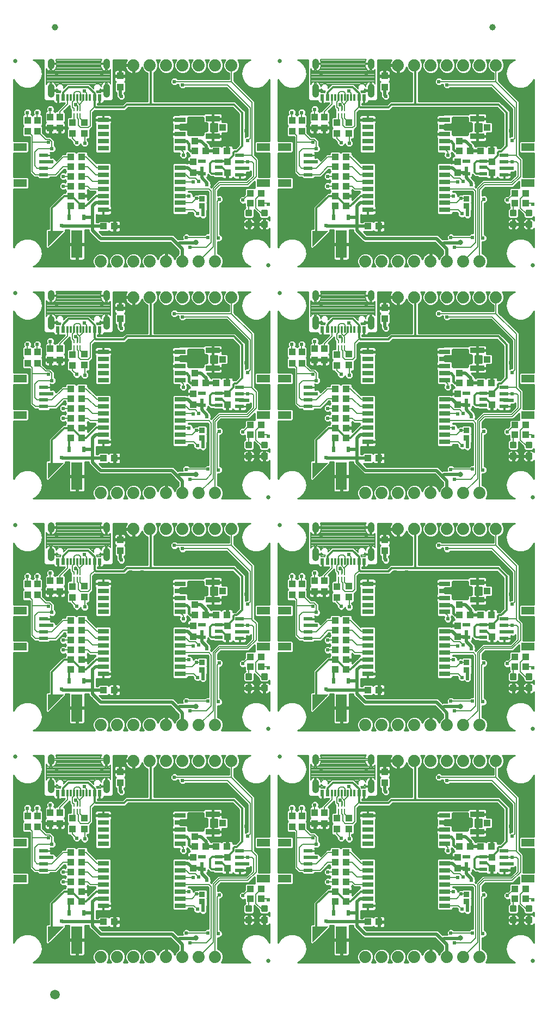
<source format=gtl>
G75*
%MOIN*%
%OFA0B0*%
%FSLAX25Y25*%
%IPPOS*%
%LPD*%
%AMOC8*
5,1,8,0,0,1.08239X$1,22.5*
%
%ADD10C,0.02500*%
%ADD11R,0.07874X0.04724*%
%ADD12R,0.05315X0.02362*%
%ADD13R,0.04331X0.03937*%
%ADD14R,0.06693X0.16535*%
%ADD15C,0.00197*%
%ADD16R,0.03937X0.03937*%
%ADD17R,0.03937X0.04331*%
%ADD18C,0.01181*%
%ADD19R,0.02480X0.03268*%
%ADD20R,0.08661X0.03346*%
%ADD21R,0.04134X0.03937*%
%ADD22R,0.04724X0.02165*%
%ADD23C,0.07400*%
%ADD24R,0.07087X0.03150*%
%ADD25R,0.00984X0.02402*%
%ADD26R,0.00984X0.02205*%
%ADD27R,0.01181X0.04000*%
%ADD28R,0.02362X0.04000*%
%ADD29R,0.02165X0.04000*%
%ADD30C,0.03937*%
%ADD31R,0.03543X0.03346*%
%ADD32C,0.03937*%
%ADD33C,0.05906*%
%ADD34C,0.02000*%
%ADD35C,0.02400*%
%ADD36C,0.03200*%
%ADD37C,0.01000*%
%ADD38C,0.01200*%
%ADD39C,0.00600*%
%ADD40C,0.00800*%
%ADD41C,0.01600*%
D10*
X0045842Y0166150D03*
X0045842Y0308050D03*
X0045842Y0449950D03*
X0045842Y0591850D03*
X0200842Y0466950D03*
X0207842Y0449950D03*
X0200842Y0325050D03*
X0207842Y0308050D03*
X0200842Y0183150D03*
X0207842Y0166150D03*
X0200842Y0041250D03*
X0362842Y0041250D03*
X0362842Y0183150D03*
X0362842Y0325050D03*
X0362842Y0466950D03*
X0207842Y0591850D03*
D11*
X0210873Y0539374D03*
X0197810Y0539374D03*
X0197810Y0517326D03*
X0210873Y0517326D03*
X0210873Y0397474D03*
X0197810Y0397474D03*
X0197810Y0375426D03*
X0210873Y0375426D03*
X0210873Y0255574D03*
X0197810Y0255574D03*
X0197810Y0233526D03*
X0210873Y0233526D03*
X0210873Y0113674D03*
X0197810Y0113674D03*
X0197810Y0091626D03*
X0210873Y0091626D03*
X0359810Y0091626D03*
X0359810Y0113674D03*
X0359810Y0233526D03*
X0359810Y0255574D03*
X0359810Y0375426D03*
X0359810Y0397474D03*
X0359810Y0517326D03*
X0359810Y0539374D03*
X0048873Y0539374D03*
X0048873Y0517326D03*
X0048873Y0397474D03*
X0048873Y0375426D03*
X0048873Y0255574D03*
X0048873Y0233526D03*
X0048873Y0113674D03*
X0048873Y0091626D03*
D12*
X0063342Y0096744D03*
X0063342Y0100681D03*
X0063342Y0104619D03*
X0063342Y0108556D03*
X0063342Y0238644D03*
X0063342Y0242581D03*
X0063342Y0246519D03*
X0063342Y0250456D03*
X0063342Y0380544D03*
X0063342Y0384481D03*
X0063342Y0388419D03*
X0063342Y0392356D03*
X0063342Y0522444D03*
X0063342Y0526381D03*
X0063342Y0530319D03*
X0063342Y0534256D03*
X0183342Y0534256D03*
X0183342Y0530319D03*
X0183342Y0526381D03*
X0183342Y0522444D03*
X0225342Y0522444D03*
X0225342Y0526381D03*
X0225342Y0530319D03*
X0225342Y0534256D03*
X0225342Y0392356D03*
X0225342Y0388419D03*
X0225342Y0384481D03*
X0225342Y0380544D03*
X0183342Y0380544D03*
X0183342Y0384481D03*
X0183342Y0388419D03*
X0183342Y0392356D03*
X0183342Y0250456D03*
X0183342Y0246519D03*
X0183342Y0242581D03*
X0183342Y0238644D03*
X0225342Y0238644D03*
X0225342Y0242581D03*
X0225342Y0246519D03*
X0225342Y0250456D03*
X0225342Y0108556D03*
X0225342Y0104619D03*
X0225342Y0100681D03*
X0225342Y0096744D03*
X0183342Y0096744D03*
X0183342Y0100681D03*
X0183342Y0104619D03*
X0183342Y0108556D03*
X0345342Y0108556D03*
X0345342Y0104619D03*
X0345342Y0100681D03*
X0345342Y0096744D03*
X0345342Y0238644D03*
X0345342Y0242581D03*
X0345342Y0246519D03*
X0345342Y0250456D03*
X0345342Y0380544D03*
X0345342Y0384481D03*
X0345342Y0388419D03*
X0345342Y0392356D03*
X0345342Y0522444D03*
X0345342Y0526381D03*
X0345342Y0530319D03*
X0345342Y0534256D03*
D13*
X0337688Y0536850D03*
X0330995Y0536850D03*
X0324688Y0536850D03*
X0317995Y0536850D03*
X0351995Y0511050D03*
X0351995Y0505050D03*
X0358688Y0505050D03*
X0358688Y0511050D03*
X0337688Y0394950D03*
X0330995Y0394950D03*
X0324688Y0394950D03*
X0317995Y0394950D03*
X0351995Y0369150D03*
X0351995Y0363150D03*
X0358688Y0363150D03*
X0358688Y0369150D03*
X0337688Y0253050D03*
X0330995Y0253050D03*
X0324688Y0253050D03*
X0317995Y0253050D03*
X0351995Y0227250D03*
X0351995Y0221250D03*
X0358688Y0221250D03*
X0358688Y0227250D03*
X0337688Y0111150D03*
X0330995Y0111150D03*
X0324688Y0111150D03*
X0317995Y0111150D03*
X0351995Y0085350D03*
X0351995Y0079350D03*
X0358688Y0079350D03*
X0358688Y0085350D03*
X0268688Y0065150D03*
X0261995Y0065150D03*
X0248688Y0077650D03*
X0248688Y0083650D03*
X0248688Y0089650D03*
X0248688Y0095650D03*
X0248688Y0101650D03*
X0248688Y0107650D03*
X0241995Y0107650D03*
X0241995Y0101650D03*
X0241995Y0095650D03*
X0241995Y0089650D03*
X0241995Y0083650D03*
X0241995Y0077650D03*
X0196688Y0079350D03*
X0196688Y0085350D03*
X0189995Y0085350D03*
X0189995Y0079350D03*
X0175688Y0111150D03*
X0168995Y0111150D03*
X0162688Y0111150D03*
X0155995Y0111150D03*
X0106688Y0065150D03*
X0099995Y0065150D03*
X0086688Y0077650D03*
X0086688Y0083650D03*
X0086688Y0089650D03*
X0086688Y0095650D03*
X0086688Y0101650D03*
X0086688Y0107650D03*
X0079995Y0107650D03*
X0079995Y0101650D03*
X0079995Y0095650D03*
X0079995Y0089650D03*
X0079995Y0083650D03*
X0079995Y0077650D03*
X0099995Y0207050D03*
X0106688Y0207050D03*
X0086688Y0219550D03*
X0086688Y0225550D03*
X0086688Y0231550D03*
X0086688Y0237550D03*
X0086688Y0243550D03*
X0086688Y0249550D03*
X0079995Y0249550D03*
X0079995Y0243550D03*
X0079995Y0237550D03*
X0079995Y0231550D03*
X0079995Y0225550D03*
X0079995Y0219550D03*
X0155995Y0253050D03*
X0162688Y0253050D03*
X0168995Y0253050D03*
X0175688Y0253050D03*
X0189995Y0227250D03*
X0189995Y0221250D03*
X0196688Y0221250D03*
X0196688Y0227250D03*
X0241995Y0225550D03*
X0241995Y0219550D03*
X0248688Y0219550D03*
X0248688Y0225550D03*
X0248688Y0231550D03*
X0248688Y0237550D03*
X0248688Y0243550D03*
X0248688Y0249550D03*
X0241995Y0249550D03*
X0241995Y0243550D03*
X0241995Y0237550D03*
X0241995Y0231550D03*
X0261995Y0207050D03*
X0268688Y0207050D03*
X0268688Y0348950D03*
X0261995Y0348950D03*
X0248688Y0361450D03*
X0248688Y0367450D03*
X0248688Y0373450D03*
X0248688Y0379450D03*
X0248688Y0385450D03*
X0248688Y0391450D03*
X0241995Y0391450D03*
X0241995Y0385450D03*
X0241995Y0379450D03*
X0241995Y0373450D03*
X0241995Y0367450D03*
X0241995Y0361450D03*
X0196688Y0363150D03*
X0196688Y0369150D03*
X0189995Y0369150D03*
X0189995Y0363150D03*
X0175688Y0394950D03*
X0168995Y0394950D03*
X0162688Y0394950D03*
X0155995Y0394950D03*
X0106688Y0348950D03*
X0099995Y0348950D03*
X0086688Y0361450D03*
X0086688Y0367450D03*
X0086688Y0373450D03*
X0086688Y0379450D03*
X0086688Y0385450D03*
X0086688Y0391450D03*
X0079995Y0391450D03*
X0079995Y0385450D03*
X0079995Y0379450D03*
X0079995Y0373450D03*
X0079995Y0367450D03*
X0079995Y0361450D03*
X0099995Y0490850D03*
X0106688Y0490850D03*
X0086688Y0503350D03*
X0086688Y0509350D03*
X0086688Y0515350D03*
X0086688Y0521350D03*
X0086688Y0527350D03*
X0086688Y0533350D03*
X0079995Y0533350D03*
X0079995Y0527350D03*
X0079995Y0521350D03*
X0079995Y0515350D03*
X0079995Y0509350D03*
X0079995Y0503350D03*
X0155995Y0536850D03*
X0162688Y0536850D03*
X0168995Y0536850D03*
X0175688Y0536850D03*
X0189995Y0511050D03*
X0189995Y0505050D03*
X0196688Y0505050D03*
X0196688Y0511050D03*
X0241995Y0509350D03*
X0241995Y0503350D03*
X0248688Y0503350D03*
X0248688Y0509350D03*
X0248688Y0515350D03*
X0248688Y0521350D03*
X0248688Y0527350D03*
X0248688Y0533350D03*
X0241995Y0533350D03*
X0241995Y0527350D03*
X0241995Y0521350D03*
X0241995Y0515350D03*
X0261995Y0490850D03*
X0268688Y0490850D03*
D14*
X0245625Y0479812D03*
X0245625Y0337912D03*
X0245625Y0196012D03*
X0245625Y0054112D03*
X0083625Y0054112D03*
X0083625Y0196012D03*
X0083625Y0337912D03*
X0083625Y0479812D03*
D15*
X0075239Y0488001D02*
X0065791Y0478552D01*
X0065791Y0488001D01*
X0075239Y0488001D01*
X0075125Y0487887D02*
X0065791Y0487887D01*
X0065791Y0487691D02*
X0074929Y0487691D01*
X0074734Y0487496D02*
X0065791Y0487496D01*
X0065791Y0487300D02*
X0074539Y0487300D01*
X0074343Y0487105D02*
X0065791Y0487105D01*
X0065791Y0486910D02*
X0074148Y0486910D01*
X0073953Y0486714D02*
X0065791Y0486714D01*
X0065791Y0486519D02*
X0073757Y0486519D01*
X0073562Y0486324D02*
X0065791Y0486324D01*
X0065791Y0486128D02*
X0073367Y0486128D01*
X0073171Y0485933D02*
X0065791Y0485933D01*
X0065791Y0485738D02*
X0072976Y0485738D01*
X0072780Y0485542D02*
X0065791Y0485542D01*
X0065791Y0485347D02*
X0072585Y0485347D01*
X0072390Y0485152D02*
X0065791Y0485152D01*
X0065791Y0484956D02*
X0072194Y0484956D01*
X0071999Y0484761D02*
X0065791Y0484761D01*
X0065791Y0484565D02*
X0071804Y0484565D01*
X0071608Y0484370D02*
X0065791Y0484370D01*
X0065791Y0484175D02*
X0071413Y0484175D01*
X0071218Y0483979D02*
X0065791Y0483979D01*
X0065791Y0483784D02*
X0071022Y0483784D01*
X0070827Y0483589D02*
X0065791Y0483589D01*
X0065791Y0483393D02*
X0070632Y0483393D01*
X0070436Y0483198D02*
X0065791Y0483198D01*
X0065791Y0483003D02*
X0070241Y0483003D01*
X0070045Y0482807D02*
X0065791Y0482807D01*
X0065791Y0482612D02*
X0069850Y0482612D01*
X0069655Y0482416D02*
X0065791Y0482416D01*
X0065791Y0482221D02*
X0069459Y0482221D01*
X0069264Y0482026D02*
X0065791Y0482026D01*
X0065791Y0481830D02*
X0069069Y0481830D01*
X0068873Y0481635D02*
X0065791Y0481635D01*
X0065791Y0481440D02*
X0068678Y0481440D01*
X0068483Y0481244D02*
X0065791Y0481244D01*
X0065791Y0481049D02*
X0068287Y0481049D01*
X0068092Y0480854D02*
X0065791Y0480854D01*
X0065791Y0480658D02*
X0067896Y0480658D01*
X0067701Y0480463D02*
X0065791Y0480463D01*
X0065791Y0480267D02*
X0067506Y0480267D01*
X0067310Y0480072D02*
X0065791Y0480072D01*
X0065791Y0479877D02*
X0067115Y0479877D01*
X0066920Y0479681D02*
X0065791Y0479681D01*
X0065791Y0479486D02*
X0066724Y0479486D01*
X0066529Y0479291D02*
X0065791Y0479291D01*
X0065791Y0479095D02*
X0066334Y0479095D01*
X0066138Y0478900D02*
X0065791Y0478900D01*
X0065791Y0478705D02*
X0065943Y0478705D01*
X0065791Y0346101D02*
X0075239Y0346101D01*
X0065791Y0336652D01*
X0065791Y0346101D01*
X0065791Y0346054D02*
X0075192Y0346054D01*
X0074997Y0345859D02*
X0065791Y0345859D01*
X0065791Y0345663D02*
X0074802Y0345663D01*
X0074606Y0345468D02*
X0065791Y0345468D01*
X0065791Y0345273D02*
X0074411Y0345273D01*
X0074215Y0345077D02*
X0065791Y0345077D01*
X0065791Y0344882D02*
X0074020Y0344882D01*
X0073825Y0344686D02*
X0065791Y0344686D01*
X0065791Y0344491D02*
X0073629Y0344491D01*
X0073434Y0344296D02*
X0065791Y0344296D01*
X0065791Y0344100D02*
X0073239Y0344100D01*
X0073043Y0343905D02*
X0065791Y0343905D01*
X0065791Y0343710D02*
X0072848Y0343710D01*
X0072653Y0343514D02*
X0065791Y0343514D01*
X0065791Y0343319D02*
X0072457Y0343319D01*
X0072262Y0343124D02*
X0065791Y0343124D01*
X0065791Y0342928D02*
X0072066Y0342928D01*
X0071871Y0342733D02*
X0065791Y0342733D01*
X0065791Y0342537D02*
X0071676Y0342537D01*
X0071480Y0342342D02*
X0065791Y0342342D01*
X0065791Y0342147D02*
X0071285Y0342147D01*
X0071090Y0341951D02*
X0065791Y0341951D01*
X0065791Y0341756D02*
X0070894Y0341756D01*
X0070699Y0341561D02*
X0065791Y0341561D01*
X0065791Y0341365D02*
X0070504Y0341365D01*
X0070308Y0341170D02*
X0065791Y0341170D01*
X0065791Y0340975D02*
X0070113Y0340975D01*
X0069917Y0340779D02*
X0065791Y0340779D01*
X0065791Y0340584D02*
X0069722Y0340584D01*
X0069527Y0340388D02*
X0065791Y0340388D01*
X0065791Y0340193D02*
X0069331Y0340193D01*
X0069136Y0339998D02*
X0065791Y0339998D01*
X0065791Y0339802D02*
X0068941Y0339802D01*
X0068745Y0339607D02*
X0065791Y0339607D01*
X0065791Y0339412D02*
X0068550Y0339412D01*
X0068355Y0339216D02*
X0065791Y0339216D01*
X0065791Y0339021D02*
X0068159Y0339021D01*
X0067964Y0338826D02*
X0065791Y0338826D01*
X0065791Y0338630D02*
X0067768Y0338630D01*
X0067573Y0338435D02*
X0065791Y0338435D01*
X0065791Y0338240D02*
X0067378Y0338240D01*
X0067182Y0338044D02*
X0065791Y0338044D01*
X0065791Y0337849D02*
X0066987Y0337849D01*
X0066792Y0337653D02*
X0065791Y0337653D01*
X0065791Y0337458D02*
X0066596Y0337458D01*
X0066401Y0337263D02*
X0065791Y0337263D01*
X0065791Y0337067D02*
X0066206Y0337067D01*
X0066010Y0336872D02*
X0065791Y0336872D01*
X0065791Y0336677D02*
X0065815Y0336677D01*
X0065791Y0204201D02*
X0075239Y0204201D01*
X0065791Y0194752D01*
X0065791Y0204201D01*
X0065791Y0204026D02*
X0075064Y0204026D01*
X0074869Y0203831D02*
X0065791Y0203831D01*
X0065791Y0203635D02*
X0074674Y0203635D01*
X0074478Y0203440D02*
X0065791Y0203440D01*
X0065791Y0203245D02*
X0074283Y0203245D01*
X0074087Y0203049D02*
X0065791Y0203049D01*
X0065791Y0202854D02*
X0073892Y0202854D01*
X0073697Y0202658D02*
X0065791Y0202658D01*
X0065791Y0202463D02*
X0073501Y0202463D01*
X0073306Y0202268D02*
X0065791Y0202268D01*
X0065791Y0202072D02*
X0073111Y0202072D01*
X0072915Y0201877D02*
X0065791Y0201877D01*
X0065791Y0201682D02*
X0072720Y0201682D01*
X0072525Y0201486D02*
X0065791Y0201486D01*
X0065791Y0201291D02*
X0072329Y0201291D01*
X0072134Y0201096D02*
X0065791Y0201096D01*
X0065791Y0200900D02*
X0071938Y0200900D01*
X0071743Y0200705D02*
X0065791Y0200705D01*
X0065791Y0200509D02*
X0071548Y0200509D01*
X0071352Y0200314D02*
X0065791Y0200314D01*
X0065791Y0200119D02*
X0071157Y0200119D01*
X0070962Y0199923D02*
X0065791Y0199923D01*
X0065791Y0199728D02*
X0070766Y0199728D01*
X0070571Y0199533D02*
X0065791Y0199533D01*
X0065791Y0199337D02*
X0070376Y0199337D01*
X0070180Y0199142D02*
X0065791Y0199142D01*
X0065791Y0198947D02*
X0069985Y0198947D01*
X0069790Y0198751D02*
X0065791Y0198751D01*
X0065791Y0198556D02*
X0069594Y0198556D01*
X0069399Y0198361D02*
X0065791Y0198361D01*
X0065791Y0198165D02*
X0069203Y0198165D01*
X0069008Y0197970D02*
X0065791Y0197970D01*
X0065791Y0197774D02*
X0068813Y0197774D01*
X0068617Y0197579D02*
X0065791Y0197579D01*
X0065791Y0197384D02*
X0068422Y0197384D01*
X0068227Y0197188D02*
X0065791Y0197188D01*
X0065791Y0196993D02*
X0068031Y0196993D01*
X0067836Y0196798D02*
X0065791Y0196798D01*
X0065791Y0196602D02*
X0067641Y0196602D01*
X0067445Y0196407D02*
X0065791Y0196407D01*
X0065791Y0196212D02*
X0067250Y0196212D01*
X0067054Y0196016D02*
X0065791Y0196016D01*
X0065791Y0195821D02*
X0066859Y0195821D01*
X0066664Y0195625D02*
X0065791Y0195625D01*
X0065791Y0195430D02*
X0066468Y0195430D01*
X0066273Y0195235D02*
X0065791Y0195235D01*
X0065791Y0195039D02*
X0066078Y0195039D01*
X0065882Y0194844D02*
X0065791Y0194844D01*
X0065791Y0062301D02*
X0075239Y0062301D01*
X0065791Y0052852D01*
X0065791Y0062301D01*
X0065791Y0062193D02*
X0075132Y0062193D01*
X0074936Y0061998D02*
X0065791Y0061998D01*
X0065791Y0061803D02*
X0074741Y0061803D01*
X0074546Y0061607D02*
X0065791Y0061607D01*
X0065791Y0061412D02*
X0074350Y0061412D01*
X0074155Y0061217D02*
X0065791Y0061217D01*
X0065791Y0061021D02*
X0073959Y0061021D01*
X0073764Y0060826D02*
X0065791Y0060826D01*
X0065791Y0060631D02*
X0073569Y0060631D01*
X0073373Y0060435D02*
X0065791Y0060435D01*
X0065791Y0060240D02*
X0073178Y0060240D01*
X0072983Y0060044D02*
X0065791Y0060044D01*
X0065791Y0059849D02*
X0072787Y0059849D01*
X0072592Y0059654D02*
X0065791Y0059654D01*
X0065791Y0059458D02*
X0072397Y0059458D01*
X0072201Y0059263D02*
X0065791Y0059263D01*
X0065791Y0059068D02*
X0072006Y0059068D01*
X0071811Y0058872D02*
X0065791Y0058872D01*
X0065791Y0058677D02*
X0071615Y0058677D01*
X0071420Y0058482D02*
X0065791Y0058482D01*
X0065791Y0058286D02*
X0071224Y0058286D01*
X0071029Y0058091D02*
X0065791Y0058091D01*
X0065791Y0057895D02*
X0070834Y0057895D01*
X0070638Y0057700D02*
X0065791Y0057700D01*
X0065791Y0057505D02*
X0070443Y0057505D01*
X0070248Y0057309D02*
X0065791Y0057309D01*
X0065791Y0057114D02*
X0070052Y0057114D01*
X0069857Y0056919D02*
X0065791Y0056919D01*
X0065791Y0056723D02*
X0069662Y0056723D01*
X0069466Y0056528D02*
X0065791Y0056528D01*
X0065791Y0056333D02*
X0069271Y0056333D01*
X0069075Y0056137D02*
X0065791Y0056137D01*
X0065791Y0055942D02*
X0068880Y0055942D01*
X0068685Y0055746D02*
X0065791Y0055746D01*
X0065791Y0055551D02*
X0068489Y0055551D01*
X0068294Y0055356D02*
X0065791Y0055356D01*
X0065791Y0055160D02*
X0068099Y0055160D01*
X0067903Y0054965D02*
X0065791Y0054965D01*
X0065791Y0054770D02*
X0067708Y0054770D01*
X0067513Y0054574D02*
X0065791Y0054574D01*
X0065791Y0054379D02*
X0067317Y0054379D01*
X0067122Y0054184D02*
X0065791Y0054184D01*
X0065791Y0053988D02*
X0066926Y0053988D01*
X0066731Y0053793D02*
X0065791Y0053793D01*
X0065791Y0053597D02*
X0066536Y0053597D01*
X0066340Y0053402D02*
X0065791Y0053402D01*
X0065791Y0053207D02*
X0066145Y0053207D01*
X0065950Y0053011D02*
X0065791Y0053011D01*
X0227791Y0053011D02*
X0227950Y0053011D01*
X0227791Y0052852D02*
X0237239Y0062301D01*
X0227791Y0062301D01*
X0227791Y0052852D01*
X0227791Y0053207D02*
X0228145Y0053207D01*
X0228340Y0053402D02*
X0227791Y0053402D01*
X0227791Y0053597D02*
X0228536Y0053597D01*
X0228731Y0053793D02*
X0227791Y0053793D01*
X0227791Y0053988D02*
X0228926Y0053988D01*
X0229122Y0054184D02*
X0227791Y0054184D01*
X0227791Y0054379D02*
X0229317Y0054379D01*
X0229513Y0054574D02*
X0227791Y0054574D01*
X0227791Y0054770D02*
X0229708Y0054770D01*
X0229903Y0054965D02*
X0227791Y0054965D01*
X0227791Y0055160D02*
X0230099Y0055160D01*
X0230294Y0055356D02*
X0227791Y0055356D01*
X0227791Y0055551D02*
X0230489Y0055551D01*
X0230685Y0055746D02*
X0227791Y0055746D01*
X0227791Y0055942D02*
X0230880Y0055942D01*
X0231075Y0056137D02*
X0227791Y0056137D01*
X0227791Y0056333D02*
X0231271Y0056333D01*
X0231466Y0056528D02*
X0227791Y0056528D01*
X0227791Y0056723D02*
X0231662Y0056723D01*
X0231857Y0056919D02*
X0227791Y0056919D01*
X0227791Y0057114D02*
X0232052Y0057114D01*
X0232248Y0057309D02*
X0227791Y0057309D01*
X0227791Y0057505D02*
X0232443Y0057505D01*
X0232638Y0057700D02*
X0227791Y0057700D01*
X0227791Y0057895D02*
X0232834Y0057895D01*
X0233029Y0058091D02*
X0227791Y0058091D01*
X0227791Y0058286D02*
X0233224Y0058286D01*
X0233420Y0058482D02*
X0227791Y0058482D01*
X0227791Y0058677D02*
X0233615Y0058677D01*
X0233811Y0058872D02*
X0227791Y0058872D01*
X0227791Y0059068D02*
X0234006Y0059068D01*
X0234201Y0059263D02*
X0227791Y0059263D01*
X0227791Y0059458D02*
X0234397Y0059458D01*
X0234592Y0059654D02*
X0227791Y0059654D01*
X0227791Y0059849D02*
X0234787Y0059849D01*
X0234983Y0060044D02*
X0227791Y0060044D01*
X0227791Y0060240D02*
X0235178Y0060240D01*
X0235373Y0060435D02*
X0227791Y0060435D01*
X0227791Y0060631D02*
X0235569Y0060631D01*
X0235764Y0060826D02*
X0227791Y0060826D01*
X0227791Y0061021D02*
X0235959Y0061021D01*
X0236155Y0061217D02*
X0227791Y0061217D01*
X0227791Y0061412D02*
X0236350Y0061412D01*
X0236546Y0061607D02*
X0227791Y0061607D01*
X0227791Y0061803D02*
X0236741Y0061803D01*
X0236936Y0061998D02*
X0227791Y0061998D01*
X0227791Y0062193D02*
X0237132Y0062193D01*
X0227791Y0194752D02*
X0237239Y0204201D01*
X0227791Y0204201D01*
X0227791Y0194752D01*
X0227791Y0194844D02*
X0227882Y0194844D01*
X0227791Y0195039D02*
X0228078Y0195039D01*
X0228273Y0195235D02*
X0227791Y0195235D01*
X0227791Y0195430D02*
X0228468Y0195430D01*
X0228664Y0195625D02*
X0227791Y0195625D01*
X0227791Y0195821D02*
X0228859Y0195821D01*
X0229054Y0196016D02*
X0227791Y0196016D01*
X0227791Y0196212D02*
X0229250Y0196212D01*
X0229445Y0196407D02*
X0227791Y0196407D01*
X0227791Y0196602D02*
X0229641Y0196602D01*
X0229836Y0196798D02*
X0227791Y0196798D01*
X0227791Y0196993D02*
X0230031Y0196993D01*
X0230227Y0197188D02*
X0227791Y0197188D01*
X0227791Y0197384D02*
X0230422Y0197384D01*
X0230617Y0197579D02*
X0227791Y0197579D01*
X0227791Y0197774D02*
X0230813Y0197774D01*
X0231008Y0197970D02*
X0227791Y0197970D01*
X0227791Y0198165D02*
X0231203Y0198165D01*
X0231399Y0198361D02*
X0227791Y0198361D01*
X0227791Y0198556D02*
X0231594Y0198556D01*
X0231790Y0198751D02*
X0227791Y0198751D01*
X0227791Y0198947D02*
X0231985Y0198947D01*
X0232180Y0199142D02*
X0227791Y0199142D01*
X0227791Y0199337D02*
X0232376Y0199337D01*
X0232571Y0199533D02*
X0227791Y0199533D01*
X0227791Y0199728D02*
X0232766Y0199728D01*
X0232962Y0199923D02*
X0227791Y0199923D01*
X0227791Y0200119D02*
X0233157Y0200119D01*
X0233352Y0200314D02*
X0227791Y0200314D01*
X0227791Y0200509D02*
X0233548Y0200509D01*
X0233743Y0200705D02*
X0227791Y0200705D01*
X0227791Y0200900D02*
X0233938Y0200900D01*
X0234134Y0201096D02*
X0227791Y0201096D01*
X0227791Y0201291D02*
X0234329Y0201291D01*
X0234525Y0201486D02*
X0227791Y0201486D01*
X0227791Y0201682D02*
X0234720Y0201682D01*
X0234915Y0201877D02*
X0227791Y0201877D01*
X0227791Y0202072D02*
X0235111Y0202072D01*
X0235306Y0202268D02*
X0227791Y0202268D01*
X0227791Y0202463D02*
X0235501Y0202463D01*
X0235697Y0202658D02*
X0227791Y0202658D01*
X0227791Y0202854D02*
X0235892Y0202854D01*
X0236087Y0203049D02*
X0227791Y0203049D01*
X0227791Y0203245D02*
X0236283Y0203245D01*
X0236478Y0203440D02*
X0227791Y0203440D01*
X0227791Y0203635D02*
X0236674Y0203635D01*
X0236869Y0203831D02*
X0227791Y0203831D01*
X0227791Y0204026D02*
X0237064Y0204026D01*
X0227791Y0336652D02*
X0237239Y0346101D01*
X0227791Y0346101D01*
X0227791Y0336652D01*
X0227791Y0336677D02*
X0227815Y0336677D01*
X0227791Y0336872D02*
X0228010Y0336872D01*
X0228206Y0337067D02*
X0227791Y0337067D01*
X0227791Y0337263D02*
X0228401Y0337263D01*
X0228596Y0337458D02*
X0227791Y0337458D01*
X0227791Y0337653D02*
X0228792Y0337653D01*
X0228987Y0337849D02*
X0227791Y0337849D01*
X0227791Y0338044D02*
X0229182Y0338044D01*
X0229378Y0338240D02*
X0227791Y0338240D01*
X0227791Y0338435D02*
X0229573Y0338435D01*
X0229768Y0338630D02*
X0227791Y0338630D01*
X0227791Y0338826D02*
X0229964Y0338826D01*
X0230159Y0339021D02*
X0227791Y0339021D01*
X0227791Y0339216D02*
X0230355Y0339216D01*
X0230550Y0339412D02*
X0227791Y0339412D01*
X0227791Y0339607D02*
X0230745Y0339607D01*
X0230941Y0339802D02*
X0227791Y0339802D01*
X0227791Y0339998D02*
X0231136Y0339998D01*
X0231331Y0340193D02*
X0227791Y0340193D01*
X0227791Y0340388D02*
X0231527Y0340388D01*
X0231722Y0340584D02*
X0227791Y0340584D01*
X0227791Y0340779D02*
X0231917Y0340779D01*
X0232113Y0340975D02*
X0227791Y0340975D01*
X0227791Y0341170D02*
X0232308Y0341170D01*
X0232504Y0341365D02*
X0227791Y0341365D01*
X0227791Y0341561D02*
X0232699Y0341561D01*
X0232894Y0341756D02*
X0227791Y0341756D01*
X0227791Y0341951D02*
X0233090Y0341951D01*
X0233285Y0342147D02*
X0227791Y0342147D01*
X0227791Y0342342D02*
X0233480Y0342342D01*
X0233676Y0342537D02*
X0227791Y0342537D01*
X0227791Y0342733D02*
X0233871Y0342733D01*
X0234066Y0342928D02*
X0227791Y0342928D01*
X0227791Y0343124D02*
X0234262Y0343124D01*
X0234457Y0343319D02*
X0227791Y0343319D01*
X0227791Y0343514D02*
X0234653Y0343514D01*
X0234848Y0343710D02*
X0227791Y0343710D01*
X0227791Y0343905D02*
X0235043Y0343905D01*
X0235239Y0344100D02*
X0227791Y0344100D01*
X0227791Y0344296D02*
X0235434Y0344296D01*
X0235629Y0344491D02*
X0227791Y0344491D01*
X0227791Y0344686D02*
X0235825Y0344686D01*
X0236020Y0344882D02*
X0227791Y0344882D01*
X0227791Y0345077D02*
X0236215Y0345077D01*
X0236411Y0345273D02*
X0227791Y0345273D01*
X0227791Y0345468D02*
X0236606Y0345468D01*
X0236802Y0345663D02*
X0227791Y0345663D01*
X0227791Y0345859D02*
X0236997Y0345859D01*
X0237192Y0346054D02*
X0227791Y0346054D01*
X0227791Y0478552D02*
X0237239Y0488001D01*
X0227791Y0488001D01*
X0227791Y0478552D01*
X0227791Y0478705D02*
X0227943Y0478705D01*
X0227791Y0478900D02*
X0228138Y0478900D01*
X0228334Y0479095D02*
X0227791Y0479095D01*
X0227791Y0479291D02*
X0228529Y0479291D01*
X0228724Y0479486D02*
X0227791Y0479486D01*
X0227791Y0479681D02*
X0228920Y0479681D01*
X0229115Y0479877D02*
X0227791Y0479877D01*
X0227791Y0480072D02*
X0229310Y0480072D01*
X0229506Y0480267D02*
X0227791Y0480267D01*
X0227791Y0480463D02*
X0229701Y0480463D01*
X0229896Y0480658D02*
X0227791Y0480658D01*
X0227791Y0480854D02*
X0230092Y0480854D01*
X0230287Y0481049D02*
X0227791Y0481049D01*
X0227791Y0481244D02*
X0230483Y0481244D01*
X0230678Y0481440D02*
X0227791Y0481440D01*
X0227791Y0481635D02*
X0230873Y0481635D01*
X0231069Y0481830D02*
X0227791Y0481830D01*
X0227791Y0482026D02*
X0231264Y0482026D01*
X0231459Y0482221D02*
X0227791Y0482221D01*
X0227791Y0482416D02*
X0231655Y0482416D01*
X0231850Y0482612D02*
X0227791Y0482612D01*
X0227791Y0482807D02*
X0232045Y0482807D01*
X0232241Y0483003D02*
X0227791Y0483003D01*
X0227791Y0483198D02*
X0232436Y0483198D01*
X0232632Y0483393D02*
X0227791Y0483393D01*
X0227791Y0483589D02*
X0232827Y0483589D01*
X0233022Y0483784D02*
X0227791Y0483784D01*
X0227791Y0483979D02*
X0233218Y0483979D01*
X0233413Y0484175D02*
X0227791Y0484175D01*
X0227791Y0484370D02*
X0233608Y0484370D01*
X0233804Y0484565D02*
X0227791Y0484565D01*
X0227791Y0484761D02*
X0233999Y0484761D01*
X0234194Y0484956D02*
X0227791Y0484956D01*
X0227791Y0485152D02*
X0234390Y0485152D01*
X0234585Y0485347D02*
X0227791Y0485347D01*
X0227791Y0485542D02*
X0234780Y0485542D01*
X0234976Y0485738D02*
X0227791Y0485738D01*
X0227791Y0485933D02*
X0235171Y0485933D01*
X0235367Y0486128D02*
X0227791Y0486128D01*
X0227791Y0486324D02*
X0235562Y0486324D01*
X0235757Y0486519D02*
X0227791Y0486519D01*
X0227791Y0486714D02*
X0235953Y0486714D01*
X0236148Y0486910D02*
X0227791Y0486910D01*
X0227791Y0487105D02*
X0236343Y0487105D01*
X0236539Y0487300D02*
X0227791Y0487300D01*
X0227791Y0487496D02*
X0236734Y0487496D01*
X0236929Y0487691D02*
X0227791Y0487691D01*
X0227791Y0487887D02*
X0237125Y0487887D01*
D16*
X0230342Y0485411D03*
X0230342Y0343511D03*
X0230342Y0201611D03*
X0230342Y0059711D03*
X0068342Y0059711D03*
X0068342Y0201611D03*
X0068342Y0343511D03*
X0068342Y0485411D03*
D17*
X0080942Y0547504D03*
X0080942Y0554196D03*
X0088142Y0554396D03*
X0088142Y0547704D03*
X0073142Y0551004D03*
X0067342Y0551004D03*
X0067342Y0557696D03*
X0073142Y0557696D03*
X0059442Y0555696D03*
X0059442Y0549004D03*
X0053542Y0549004D03*
X0053542Y0555696D03*
X0110142Y0576104D03*
X0110142Y0582796D03*
X0155842Y0549696D03*
X0155842Y0543004D03*
X0154842Y0530196D03*
X0154842Y0523504D03*
X0175842Y0523504D03*
X0175842Y0530196D03*
X0215542Y0549004D03*
X0215542Y0555696D03*
X0221442Y0555696D03*
X0221442Y0549004D03*
X0229342Y0551004D03*
X0235142Y0551004D03*
X0235142Y0557696D03*
X0229342Y0557696D03*
X0242942Y0554196D03*
X0242942Y0547504D03*
X0250142Y0547704D03*
X0250142Y0554396D03*
X0272142Y0576104D03*
X0272142Y0582796D03*
X0317842Y0549696D03*
X0317842Y0543004D03*
X0316842Y0530196D03*
X0316842Y0523504D03*
X0337842Y0523504D03*
X0337842Y0530196D03*
X0272142Y0440896D03*
X0272142Y0434204D03*
X0250142Y0412496D03*
X0250142Y0405804D03*
X0242942Y0405604D03*
X0242942Y0412296D03*
X0235142Y0409104D03*
X0229342Y0409104D03*
X0229342Y0415796D03*
X0235142Y0415796D03*
X0221442Y0413796D03*
X0221442Y0407104D03*
X0215542Y0407104D03*
X0215542Y0413796D03*
X0175842Y0388296D03*
X0175842Y0381604D03*
X0154842Y0381604D03*
X0154842Y0388296D03*
X0155842Y0401104D03*
X0155842Y0407796D03*
X0110142Y0434204D03*
X0110142Y0440896D03*
X0088142Y0412496D03*
X0088142Y0405804D03*
X0080942Y0405604D03*
X0080942Y0412296D03*
X0073142Y0409104D03*
X0067342Y0409104D03*
X0067342Y0415796D03*
X0073142Y0415796D03*
X0059442Y0413796D03*
X0059442Y0407104D03*
X0053542Y0407104D03*
X0053542Y0413796D03*
X0110142Y0298996D03*
X0110142Y0292304D03*
X0088142Y0270596D03*
X0088142Y0263904D03*
X0080942Y0263704D03*
X0080942Y0270396D03*
X0073142Y0267204D03*
X0067342Y0267204D03*
X0067342Y0273896D03*
X0073142Y0273896D03*
X0059442Y0271896D03*
X0059442Y0265204D03*
X0053542Y0265204D03*
X0053542Y0271896D03*
X0110142Y0157096D03*
X0110142Y0150404D03*
X0088142Y0128696D03*
X0088142Y0122004D03*
X0080942Y0121804D03*
X0080942Y0128496D03*
X0073142Y0125304D03*
X0067342Y0125304D03*
X0067342Y0131996D03*
X0073142Y0131996D03*
X0059442Y0129996D03*
X0059442Y0123304D03*
X0053542Y0123304D03*
X0053542Y0129996D03*
X0155842Y0123996D03*
X0155842Y0117304D03*
X0154842Y0104496D03*
X0154842Y0097804D03*
X0175842Y0097804D03*
X0175842Y0104496D03*
X0215542Y0123304D03*
X0215542Y0129996D03*
X0221442Y0129996D03*
X0221442Y0123304D03*
X0229342Y0125304D03*
X0235142Y0125304D03*
X0235142Y0131996D03*
X0229342Y0131996D03*
X0242942Y0128496D03*
X0242942Y0121804D03*
X0250142Y0122004D03*
X0250142Y0128696D03*
X0272142Y0150404D03*
X0272142Y0157096D03*
X0317842Y0123996D03*
X0317842Y0117304D03*
X0316842Y0104496D03*
X0316842Y0097804D03*
X0337842Y0097804D03*
X0337842Y0104496D03*
X0337842Y0239704D03*
X0337842Y0246396D03*
X0316842Y0246396D03*
X0316842Y0239704D03*
X0317842Y0259204D03*
X0317842Y0265896D03*
X0272142Y0292304D03*
X0272142Y0298996D03*
X0250142Y0270596D03*
X0250142Y0263904D03*
X0242942Y0263704D03*
X0242942Y0270396D03*
X0235142Y0267204D03*
X0229342Y0267204D03*
X0229342Y0273896D03*
X0235142Y0273896D03*
X0221442Y0271896D03*
X0221442Y0265204D03*
X0215542Y0265204D03*
X0215542Y0271896D03*
X0175842Y0246396D03*
X0175842Y0239704D03*
X0154842Y0239704D03*
X0154842Y0246396D03*
X0155842Y0259204D03*
X0155842Y0265896D03*
X0316842Y0381604D03*
X0316842Y0388296D03*
X0317842Y0401104D03*
X0317842Y0407796D03*
X0337842Y0388296D03*
X0337842Y0381604D03*
D18*
X0349564Y0358381D02*
X0352320Y0358381D01*
X0352320Y0355625D01*
X0349564Y0355625D01*
X0349564Y0358381D01*
X0349564Y0356747D02*
X0352320Y0356747D01*
X0352320Y0357869D02*
X0349564Y0357869D01*
X0349564Y0351475D02*
X0352320Y0351475D01*
X0352320Y0348719D01*
X0349564Y0348719D01*
X0349564Y0351475D01*
X0349564Y0349841D02*
X0352320Y0349841D01*
X0352320Y0350963D02*
X0349564Y0350963D01*
X0359064Y0351475D02*
X0361820Y0351475D01*
X0361820Y0348719D01*
X0359064Y0348719D01*
X0359064Y0351475D01*
X0359064Y0349841D02*
X0361820Y0349841D01*
X0361820Y0350963D02*
X0359064Y0350963D01*
X0359064Y0358381D02*
X0361820Y0358381D01*
X0361820Y0355625D01*
X0359064Y0355625D01*
X0359064Y0358381D01*
X0359064Y0356747D02*
X0361820Y0356747D01*
X0361820Y0357869D02*
X0359064Y0357869D01*
X0359064Y0493375D02*
X0361820Y0493375D01*
X0361820Y0490619D01*
X0359064Y0490619D01*
X0359064Y0493375D01*
X0359064Y0491741D02*
X0361820Y0491741D01*
X0361820Y0492863D02*
X0359064Y0492863D01*
X0359064Y0500281D02*
X0361820Y0500281D01*
X0361820Y0497525D01*
X0359064Y0497525D01*
X0359064Y0500281D01*
X0359064Y0498647D02*
X0361820Y0498647D01*
X0361820Y0499769D02*
X0359064Y0499769D01*
X0352320Y0500281D02*
X0349564Y0500281D01*
X0352320Y0500281D02*
X0352320Y0497525D01*
X0349564Y0497525D01*
X0349564Y0500281D01*
X0349564Y0498647D02*
X0352320Y0498647D01*
X0352320Y0499769D02*
X0349564Y0499769D01*
X0349564Y0493375D02*
X0352320Y0493375D01*
X0352320Y0490619D01*
X0349564Y0490619D01*
X0349564Y0493375D01*
X0349564Y0491741D02*
X0352320Y0491741D01*
X0352320Y0492863D02*
X0349564Y0492863D01*
X0199820Y0493375D02*
X0197064Y0493375D01*
X0199820Y0493375D02*
X0199820Y0490619D01*
X0197064Y0490619D01*
X0197064Y0493375D01*
X0197064Y0491741D02*
X0199820Y0491741D01*
X0199820Y0492863D02*
X0197064Y0492863D01*
X0197064Y0500281D02*
X0199820Y0500281D01*
X0199820Y0497525D01*
X0197064Y0497525D01*
X0197064Y0500281D01*
X0197064Y0498647D02*
X0199820Y0498647D01*
X0199820Y0499769D02*
X0197064Y0499769D01*
X0190320Y0500281D02*
X0187564Y0500281D01*
X0190320Y0500281D02*
X0190320Y0497525D01*
X0187564Y0497525D01*
X0187564Y0500281D01*
X0187564Y0498647D02*
X0190320Y0498647D01*
X0190320Y0499769D02*
X0187564Y0499769D01*
X0187564Y0493375D02*
X0190320Y0493375D01*
X0190320Y0490619D01*
X0187564Y0490619D01*
X0187564Y0493375D01*
X0187564Y0491741D02*
X0190320Y0491741D01*
X0190320Y0492863D02*
X0187564Y0492863D01*
X0187564Y0358381D02*
X0190320Y0358381D01*
X0190320Y0355625D01*
X0187564Y0355625D01*
X0187564Y0358381D01*
X0187564Y0356747D02*
X0190320Y0356747D01*
X0190320Y0357869D02*
X0187564Y0357869D01*
X0187564Y0351475D02*
X0190320Y0351475D01*
X0190320Y0348719D01*
X0187564Y0348719D01*
X0187564Y0351475D01*
X0187564Y0349841D02*
X0190320Y0349841D01*
X0190320Y0350963D02*
X0187564Y0350963D01*
X0197064Y0351475D02*
X0199820Y0351475D01*
X0199820Y0348719D01*
X0197064Y0348719D01*
X0197064Y0351475D01*
X0197064Y0349841D02*
X0199820Y0349841D01*
X0199820Y0350963D02*
X0197064Y0350963D01*
X0197064Y0358381D02*
X0199820Y0358381D01*
X0199820Y0355625D01*
X0197064Y0355625D01*
X0197064Y0358381D01*
X0197064Y0356747D02*
X0199820Y0356747D01*
X0199820Y0357869D02*
X0197064Y0357869D01*
X0197064Y0216481D02*
X0199820Y0216481D01*
X0199820Y0213725D01*
X0197064Y0213725D01*
X0197064Y0216481D01*
X0197064Y0214847D02*
X0199820Y0214847D01*
X0199820Y0215969D02*
X0197064Y0215969D01*
X0197064Y0209575D02*
X0199820Y0209575D01*
X0199820Y0206819D01*
X0197064Y0206819D01*
X0197064Y0209575D01*
X0197064Y0207941D02*
X0199820Y0207941D01*
X0199820Y0209063D02*
X0197064Y0209063D01*
X0190320Y0209575D02*
X0187564Y0209575D01*
X0190320Y0209575D02*
X0190320Y0206819D01*
X0187564Y0206819D01*
X0187564Y0209575D01*
X0187564Y0207941D02*
X0190320Y0207941D01*
X0190320Y0209063D02*
X0187564Y0209063D01*
X0187564Y0216481D02*
X0190320Y0216481D01*
X0190320Y0213725D01*
X0187564Y0213725D01*
X0187564Y0216481D01*
X0187564Y0214847D02*
X0190320Y0214847D01*
X0190320Y0215969D02*
X0187564Y0215969D01*
X0187564Y0074581D02*
X0190320Y0074581D01*
X0190320Y0071825D01*
X0187564Y0071825D01*
X0187564Y0074581D01*
X0187564Y0072947D02*
X0190320Y0072947D01*
X0190320Y0074069D02*
X0187564Y0074069D01*
X0187564Y0067675D02*
X0190320Y0067675D01*
X0190320Y0064919D01*
X0187564Y0064919D01*
X0187564Y0067675D01*
X0187564Y0066041D02*
X0190320Y0066041D01*
X0190320Y0067163D02*
X0187564Y0067163D01*
X0197064Y0067675D02*
X0199820Y0067675D01*
X0199820Y0064919D01*
X0197064Y0064919D01*
X0197064Y0067675D01*
X0197064Y0066041D02*
X0199820Y0066041D01*
X0199820Y0067163D02*
X0197064Y0067163D01*
X0197064Y0074581D02*
X0199820Y0074581D01*
X0199820Y0071825D01*
X0197064Y0071825D01*
X0197064Y0074581D01*
X0197064Y0072947D02*
X0199820Y0072947D01*
X0199820Y0074069D02*
X0197064Y0074069D01*
X0349564Y0074581D02*
X0352320Y0074581D01*
X0352320Y0071825D01*
X0349564Y0071825D01*
X0349564Y0074581D01*
X0349564Y0072947D02*
X0352320Y0072947D01*
X0352320Y0074069D02*
X0349564Y0074069D01*
X0349564Y0067675D02*
X0352320Y0067675D01*
X0352320Y0064919D01*
X0349564Y0064919D01*
X0349564Y0067675D01*
X0349564Y0066041D02*
X0352320Y0066041D01*
X0352320Y0067163D02*
X0349564Y0067163D01*
X0359064Y0067675D02*
X0361820Y0067675D01*
X0361820Y0064919D01*
X0359064Y0064919D01*
X0359064Y0067675D01*
X0359064Y0066041D02*
X0361820Y0066041D01*
X0361820Y0067163D02*
X0359064Y0067163D01*
X0359064Y0074581D02*
X0361820Y0074581D01*
X0361820Y0071825D01*
X0359064Y0071825D01*
X0359064Y0074581D01*
X0359064Y0072947D02*
X0361820Y0072947D01*
X0361820Y0074069D02*
X0359064Y0074069D01*
X0359064Y0209575D02*
X0361820Y0209575D01*
X0361820Y0206819D01*
X0359064Y0206819D01*
X0359064Y0209575D01*
X0359064Y0207941D02*
X0361820Y0207941D01*
X0361820Y0209063D02*
X0359064Y0209063D01*
X0359064Y0216481D02*
X0361820Y0216481D01*
X0361820Y0213725D01*
X0359064Y0213725D01*
X0359064Y0216481D01*
X0359064Y0214847D02*
X0361820Y0214847D01*
X0361820Y0215969D02*
X0359064Y0215969D01*
X0352320Y0216481D02*
X0349564Y0216481D01*
X0352320Y0216481D02*
X0352320Y0213725D01*
X0349564Y0213725D01*
X0349564Y0216481D01*
X0349564Y0214847D02*
X0352320Y0214847D01*
X0352320Y0215969D02*
X0349564Y0215969D01*
X0349564Y0209575D02*
X0352320Y0209575D01*
X0352320Y0206819D01*
X0349564Y0206819D01*
X0349564Y0209575D01*
X0349564Y0207941D02*
X0352320Y0207941D01*
X0352320Y0209063D02*
X0349564Y0209063D01*
D19*
X0249869Y0212550D03*
X0240814Y0212550D03*
X0240814Y0070650D03*
X0249869Y0070650D03*
X0087869Y0070650D03*
X0078814Y0070650D03*
X0078814Y0212550D03*
X0087869Y0212550D03*
X0087869Y0354450D03*
X0078814Y0354450D03*
X0078814Y0496350D03*
X0087869Y0496350D03*
X0240814Y0496350D03*
X0249869Y0496350D03*
X0249869Y0354450D03*
X0240814Y0354450D03*
D20*
X0166842Y0404037D03*
X0166842Y0414863D03*
X0166842Y0545937D03*
X0166842Y0556763D03*
X0328842Y0556763D03*
X0328842Y0545937D03*
X0328842Y0414863D03*
X0328842Y0404037D03*
X0328842Y0272963D03*
X0328842Y0262137D03*
X0328842Y0131063D03*
X0328842Y0120237D03*
X0166842Y0120237D03*
X0166842Y0131063D03*
X0166842Y0262137D03*
X0166842Y0272963D03*
D21*
X0172846Y0267550D03*
X0160838Y0267550D03*
X0160838Y0125650D03*
X0172846Y0125650D03*
X0322838Y0125650D03*
X0334846Y0125650D03*
X0334846Y0267550D03*
X0322838Y0267550D03*
X0322838Y0409450D03*
X0334846Y0409450D03*
X0334846Y0551350D03*
X0322838Y0551350D03*
X0172846Y0551350D03*
X0160838Y0551350D03*
X0160838Y0409450D03*
X0172846Y0409450D03*
D22*
X0170460Y0388690D03*
X0170460Y0384950D03*
X0170460Y0381210D03*
X0160223Y0381210D03*
X0160223Y0388690D03*
X0160223Y0523110D03*
X0160223Y0530590D03*
X0170460Y0530590D03*
X0170460Y0526850D03*
X0170460Y0523110D03*
X0322223Y0523110D03*
X0322223Y0530590D03*
X0332460Y0530590D03*
X0332460Y0526850D03*
X0332460Y0523110D03*
X0332460Y0388690D03*
X0332460Y0384950D03*
X0332460Y0381210D03*
X0322223Y0381210D03*
X0322223Y0388690D03*
X0322223Y0246790D03*
X0322223Y0239310D03*
X0332460Y0239310D03*
X0332460Y0243050D03*
X0332460Y0246790D03*
X0332460Y0104890D03*
X0332460Y0101150D03*
X0332460Y0097410D03*
X0322223Y0097410D03*
X0322223Y0104890D03*
X0170460Y0104890D03*
X0170460Y0101150D03*
X0170460Y0097410D03*
X0160223Y0097410D03*
X0160223Y0104890D03*
X0160223Y0239310D03*
X0160223Y0246790D03*
X0170460Y0246790D03*
X0170460Y0243050D03*
X0170460Y0239310D03*
D23*
X0168342Y0185650D03*
X0158342Y0185650D03*
X0148342Y0185650D03*
X0138342Y0185650D03*
X0128342Y0185650D03*
X0118342Y0185650D03*
X0108342Y0185650D03*
X0098342Y0185650D03*
X0118342Y0163650D03*
X0128342Y0163650D03*
X0138342Y0163650D03*
X0148342Y0163650D03*
X0158342Y0163650D03*
X0168342Y0163650D03*
X0178342Y0163650D03*
X0168342Y0043750D03*
X0158342Y0043750D03*
X0148342Y0043750D03*
X0138342Y0043750D03*
X0128342Y0043750D03*
X0118342Y0043750D03*
X0108342Y0043750D03*
X0098342Y0043750D03*
X0118342Y0305550D03*
X0128342Y0305550D03*
X0138342Y0305550D03*
X0148342Y0305550D03*
X0158342Y0305550D03*
X0168342Y0305550D03*
X0178342Y0305550D03*
X0168342Y0327550D03*
X0158342Y0327550D03*
X0148342Y0327550D03*
X0138342Y0327550D03*
X0128342Y0327550D03*
X0118342Y0327550D03*
X0108342Y0327550D03*
X0098342Y0327550D03*
X0118342Y0447450D03*
X0128342Y0447450D03*
X0138342Y0447450D03*
X0148342Y0447450D03*
X0158342Y0447450D03*
X0168342Y0447450D03*
X0178342Y0447450D03*
X0168342Y0469450D03*
X0158342Y0469450D03*
X0148342Y0469450D03*
X0138342Y0469450D03*
X0128342Y0469450D03*
X0118342Y0469450D03*
X0108342Y0469450D03*
X0098342Y0469450D03*
X0118342Y0589350D03*
X0128342Y0589350D03*
X0138342Y0589350D03*
X0148342Y0589350D03*
X0158342Y0589350D03*
X0168342Y0589350D03*
X0178342Y0589350D03*
X0260342Y0469450D03*
X0270342Y0469450D03*
X0280342Y0469450D03*
X0290342Y0469450D03*
X0300342Y0469450D03*
X0310342Y0469450D03*
X0320342Y0469450D03*
X0330342Y0469450D03*
X0330342Y0447450D03*
X0320342Y0447450D03*
X0310342Y0447450D03*
X0300342Y0447450D03*
X0290342Y0447450D03*
X0280342Y0447450D03*
X0340342Y0447450D03*
X0330342Y0327550D03*
X0320342Y0327550D03*
X0310342Y0327550D03*
X0300342Y0327550D03*
X0290342Y0327550D03*
X0280342Y0327550D03*
X0270342Y0327550D03*
X0260342Y0327550D03*
X0280342Y0305550D03*
X0290342Y0305550D03*
X0300342Y0305550D03*
X0310342Y0305550D03*
X0320342Y0305550D03*
X0330342Y0305550D03*
X0340342Y0305550D03*
X0330342Y0185650D03*
X0320342Y0185650D03*
X0310342Y0185650D03*
X0300342Y0185650D03*
X0290342Y0185650D03*
X0280342Y0185650D03*
X0270342Y0185650D03*
X0260342Y0185650D03*
X0280342Y0163650D03*
X0290342Y0163650D03*
X0300342Y0163650D03*
X0310342Y0163650D03*
X0320342Y0163650D03*
X0330342Y0163650D03*
X0340342Y0163650D03*
X0330342Y0043750D03*
X0320342Y0043750D03*
X0310342Y0043750D03*
X0300342Y0043750D03*
X0290342Y0043750D03*
X0280342Y0043750D03*
X0270342Y0043750D03*
X0260342Y0043750D03*
X0280342Y0589350D03*
X0290342Y0589350D03*
X0300342Y0589350D03*
X0310342Y0589350D03*
X0320342Y0589350D03*
X0330342Y0589350D03*
X0340342Y0589350D03*
D24*
X0308964Y0555909D03*
X0308964Y0551578D03*
X0308964Y0547248D03*
X0308964Y0542917D03*
X0308964Y0538586D03*
X0308964Y0526775D03*
X0308964Y0522444D03*
X0308964Y0518114D03*
X0308964Y0513783D03*
X0308964Y0509452D03*
X0308964Y0505122D03*
X0308964Y0500791D03*
X0261720Y0500791D03*
X0261720Y0505122D03*
X0261720Y0509452D03*
X0261720Y0513783D03*
X0261720Y0518114D03*
X0261720Y0522444D03*
X0261720Y0526775D03*
X0261720Y0538586D03*
X0261720Y0542917D03*
X0261720Y0547248D03*
X0261720Y0551578D03*
X0261720Y0555909D03*
X0261720Y0414009D03*
X0261720Y0409678D03*
X0261720Y0405348D03*
X0261720Y0401017D03*
X0261720Y0396686D03*
X0261720Y0384875D03*
X0261720Y0380544D03*
X0261720Y0376214D03*
X0261720Y0371883D03*
X0261720Y0367552D03*
X0261720Y0363222D03*
X0261720Y0358891D03*
X0308964Y0358891D03*
X0308964Y0363222D03*
X0308964Y0367552D03*
X0308964Y0371883D03*
X0308964Y0376214D03*
X0308964Y0380544D03*
X0308964Y0384875D03*
X0308964Y0396686D03*
X0308964Y0401017D03*
X0308964Y0405348D03*
X0308964Y0409678D03*
X0308964Y0414009D03*
X0308964Y0272109D03*
X0308964Y0267778D03*
X0308964Y0263448D03*
X0308964Y0259117D03*
X0308964Y0254786D03*
X0308964Y0242975D03*
X0308964Y0238644D03*
X0308964Y0234314D03*
X0308964Y0229983D03*
X0308964Y0225652D03*
X0308964Y0221322D03*
X0308964Y0216991D03*
X0261720Y0216991D03*
X0261720Y0221322D03*
X0261720Y0225652D03*
X0261720Y0229983D03*
X0261720Y0234314D03*
X0261720Y0238644D03*
X0261720Y0242975D03*
X0261720Y0254786D03*
X0261720Y0259117D03*
X0261720Y0263448D03*
X0261720Y0267778D03*
X0261720Y0272109D03*
X0261720Y0130209D03*
X0261720Y0125878D03*
X0261720Y0121548D03*
X0261720Y0117217D03*
X0261720Y0112886D03*
X0261720Y0101075D03*
X0261720Y0096744D03*
X0261720Y0092414D03*
X0261720Y0088083D03*
X0261720Y0083752D03*
X0261720Y0079422D03*
X0261720Y0075091D03*
X0308964Y0075091D03*
X0308964Y0079422D03*
X0308964Y0083752D03*
X0308964Y0088083D03*
X0308964Y0092414D03*
X0308964Y0096744D03*
X0308964Y0101075D03*
X0308964Y0112886D03*
X0308964Y0117217D03*
X0308964Y0121548D03*
X0308964Y0125878D03*
X0308964Y0130209D03*
X0146964Y0130209D03*
X0146964Y0125878D03*
X0146964Y0121548D03*
X0146964Y0117217D03*
X0146964Y0112886D03*
X0146964Y0101075D03*
X0146964Y0096744D03*
X0146964Y0092414D03*
X0146964Y0088083D03*
X0146964Y0083752D03*
X0146964Y0079422D03*
X0146964Y0075091D03*
X0099720Y0075091D03*
X0099720Y0079422D03*
X0099720Y0083752D03*
X0099720Y0088083D03*
X0099720Y0092414D03*
X0099720Y0096744D03*
X0099720Y0101075D03*
X0099720Y0112886D03*
X0099720Y0117217D03*
X0099720Y0121548D03*
X0099720Y0125878D03*
X0099720Y0130209D03*
X0099720Y0216991D03*
X0099720Y0221322D03*
X0099720Y0225652D03*
X0099720Y0229983D03*
X0099720Y0234314D03*
X0099720Y0238644D03*
X0099720Y0242975D03*
X0099720Y0254786D03*
X0099720Y0259117D03*
X0099720Y0263448D03*
X0099720Y0267778D03*
X0099720Y0272109D03*
X0146964Y0272109D03*
X0146964Y0267778D03*
X0146964Y0263448D03*
X0146964Y0259117D03*
X0146964Y0254786D03*
X0146964Y0242975D03*
X0146964Y0238644D03*
X0146964Y0234314D03*
X0146964Y0229983D03*
X0146964Y0225652D03*
X0146964Y0221322D03*
X0146964Y0216991D03*
X0146964Y0358891D03*
X0146964Y0363222D03*
X0146964Y0367552D03*
X0146964Y0371883D03*
X0146964Y0376214D03*
X0146964Y0380544D03*
X0146964Y0384875D03*
X0146964Y0396686D03*
X0146964Y0401017D03*
X0146964Y0405348D03*
X0146964Y0409678D03*
X0146964Y0414009D03*
X0099720Y0414009D03*
X0099720Y0409678D03*
X0099720Y0405348D03*
X0099720Y0401017D03*
X0099720Y0396686D03*
X0099720Y0384875D03*
X0099720Y0380544D03*
X0099720Y0376214D03*
X0099720Y0371883D03*
X0099720Y0367552D03*
X0099720Y0363222D03*
X0099720Y0358891D03*
X0099720Y0500791D03*
X0099720Y0505122D03*
X0099720Y0509452D03*
X0099720Y0513783D03*
X0099720Y0518114D03*
X0099720Y0522444D03*
X0099720Y0526775D03*
X0099720Y0538586D03*
X0099720Y0542917D03*
X0099720Y0547248D03*
X0099720Y0551578D03*
X0099720Y0555909D03*
X0146964Y0555909D03*
X0146964Y0551578D03*
X0146964Y0547248D03*
X0146964Y0542917D03*
X0146964Y0538586D03*
X0146964Y0526775D03*
X0146964Y0522444D03*
X0146964Y0518114D03*
X0146964Y0513783D03*
X0146964Y0509452D03*
X0146964Y0505122D03*
X0146964Y0500791D03*
D25*
X0085710Y0562244D03*
X0085710Y0420344D03*
X0085710Y0278444D03*
X0085710Y0136544D03*
X0247710Y0136544D03*
X0247710Y0278444D03*
X0247710Y0420344D03*
X0247710Y0562244D03*
D26*
X0245742Y0562343D03*
X0243773Y0562343D03*
X0243773Y0558957D03*
X0245742Y0558957D03*
X0247710Y0558957D03*
X0245742Y0420443D03*
X0243773Y0420443D03*
X0243773Y0417057D03*
X0245742Y0417057D03*
X0247710Y0417057D03*
X0245742Y0278543D03*
X0243773Y0278543D03*
X0243773Y0275157D03*
X0245742Y0275157D03*
X0247710Y0275157D03*
X0245742Y0136643D03*
X0243773Y0136643D03*
X0243773Y0133257D03*
X0245742Y0133257D03*
X0247710Y0133257D03*
X0085710Y0133257D03*
X0083742Y0133257D03*
X0081773Y0133257D03*
X0081773Y0136643D03*
X0083742Y0136643D03*
X0083742Y0275157D03*
X0085710Y0275157D03*
X0083742Y0278543D03*
X0081773Y0278543D03*
X0081773Y0275157D03*
X0081773Y0417057D03*
X0083742Y0417057D03*
X0085710Y0417057D03*
X0083742Y0420443D03*
X0081773Y0420443D03*
X0081773Y0558957D03*
X0083742Y0558957D03*
X0085710Y0558957D03*
X0083742Y0562343D03*
X0081773Y0562343D03*
D27*
X0081789Y0569544D03*
X0079821Y0569544D03*
X0077852Y0569544D03*
X0083758Y0569544D03*
X0085726Y0569544D03*
X0087695Y0569544D03*
X0089663Y0569544D03*
X0091632Y0569544D03*
X0091632Y0427644D03*
X0089663Y0427644D03*
X0087695Y0427644D03*
X0085726Y0427644D03*
X0083758Y0427644D03*
X0081789Y0427644D03*
X0079821Y0427644D03*
X0077852Y0427644D03*
X0077852Y0285744D03*
X0079821Y0285744D03*
X0081789Y0285744D03*
X0083758Y0285744D03*
X0085726Y0285744D03*
X0087695Y0285744D03*
X0089663Y0285744D03*
X0091632Y0285744D03*
X0091632Y0143844D03*
X0089663Y0143844D03*
X0087695Y0143844D03*
X0085726Y0143844D03*
X0083758Y0143844D03*
X0081789Y0143844D03*
X0079821Y0143844D03*
X0077852Y0143844D03*
X0239852Y0143844D03*
X0241821Y0143844D03*
X0243789Y0143844D03*
X0245758Y0143844D03*
X0247726Y0143844D03*
X0249695Y0143844D03*
X0251663Y0143844D03*
X0253632Y0143844D03*
X0253632Y0285744D03*
X0251663Y0285744D03*
X0249695Y0285744D03*
X0247726Y0285744D03*
X0245758Y0285744D03*
X0243789Y0285744D03*
X0241821Y0285744D03*
X0239852Y0285744D03*
X0239852Y0427644D03*
X0241821Y0427644D03*
X0243789Y0427644D03*
X0245758Y0427644D03*
X0247726Y0427644D03*
X0249695Y0427644D03*
X0251663Y0427644D03*
X0253632Y0427644D03*
X0253632Y0569544D03*
X0251663Y0569544D03*
X0249695Y0569544D03*
X0247726Y0569544D03*
X0245758Y0569544D03*
X0243789Y0569544D03*
X0241821Y0569544D03*
X0239852Y0569544D03*
D28*
X0234045Y0569544D03*
X0259439Y0569544D03*
X0259439Y0427644D03*
X0234045Y0427644D03*
X0234045Y0285744D03*
X0259439Y0285744D03*
X0259439Y0143844D03*
X0234045Y0143844D03*
X0097439Y0143844D03*
X0072045Y0143844D03*
X0072045Y0285744D03*
X0097439Y0285744D03*
X0097439Y0427644D03*
X0072045Y0427644D03*
X0072045Y0569544D03*
X0097439Y0569544D03*
D29*
X0094387Y0569544D03*
X0075096Y0569544D03*
X0075096Y0427644D03*
X0094387Y0427644D03*
X0094387Y0285744D03*
X0075096Y0285744D03*
X0075096Y0143844D03*
X0094387Y0143844D03*
X0237096Y0143844D03*
X0256387Y0143844D03*
X0256387Y0285744D03*
X0237096Y0285744D03*
X0237096Y0427644D03*
X0256387Y0427644D03*
X0256387Y0569544D03*
X0237096Y0569544D03*
D30*
X0229734Y0571586D02*
X0229734Y0571586D01*
X0229734Y0575918D01*
X0229734Y0575918D01*
X0229734Y0571586D01*
X0229734Y0575326D02*
X0229734Y0575326D01*
X0229734Y0589028D02*
X0229734Y0589028D01*
X0229734Y0591390D01*
X0229734Y0591390D01*
X0229734Y0589028D01*
X0263750Y0589028D02*
X0263750Y0589028D01*
X0263750Y0591390D01*
X0263750Y0591390D01*
X0263750Y0589028D01*
X0263750Y0571586D02*
X0263750Y0571586D01*
X0263750Y0575918D01*
X0263750Y0575918D01*
X0263750Y0571586D01*
X0263750Y0575326D02*
X0263750Y0575326D01*
X0263750Y0447128D02*
X0263750Y0447128D01*
X0263750Y0449490D01*
X0263750Y0449490D01*
X0263750Y0447128D01*
X0263750Y0429686D02*
X0263750Y0429686D01*
X0263750Y0434018D01*
X0263750Y0434018D01*
X0263750Y0429686D01*
X0263750Y0433426D02*
X0263750Y0433426D01*
X0229734Y0429686D02*
X0229734Y0429686D01*
X0229734Y0434018D01*
X0229734Y0434018D01*
X0229734Y0429686D01*
X0229734Y0433426D02*
X0229734Y0433426D01*
X0229734Y0447128D02*
X0229734Y0447128D01*
X0229734Y0449490D01*
X0229734Y0449490D01*
X0229734Y0447128D01*
X0229734Y0305228D02*
X0229734Y0305228D01*
X0229734Y0307590D01*
X0229734Y0307590D01*
X0229734Y0305228D01*
X0229734Y0287786D02*
X0229734Y0287786D01*
X0229734Y0292118D01*
X0229734Y0292118D01*
X0229734Y0287786D01*
X0229734Y0291526D02*
X0229734Y0291526D01*
X0263750Y0287786D02*
X0263750Y0287786D01*
X0263750Y0292118D01*
X0263750Y0292118D01*
X0263750Y0287786D01*
X0263750Y0291526D02*
X0263750Y0291526D01*
X0263750Y0305228D02*
X0263750Y0305228D01*
X0263750Y0307590D01*
X0263750Y0307590D01*
X0263750Y0305228D01*
X0263750Y0163328D02*
X0263750Y0163328D01*
X0263750Y0165690D01*
X0263750Y0165690D01*
X0263750Y0163328D01*
X0263750Y0145886D02*
X0263750Y0145886D01*
X0263750Y0150218D01*
X0263750Y0150218D01*
X0263750Y0145886D01*
X0263750Y0149626D02*
X0263750Y0149626D01*
X0229734Y0145886D02*
X0229734Y0145886D01*
X0229734Y0150218D01*
X0229734Y0150218D01*
X0229734Y0145886D01*
X0229734Y0149626D02*
X0229734Y0149626D01*
X0229734Y0163328D02*
X0229734Y0163328D01*
X0229734Y0165690D01*
X0229734Y0165690D01*
X0229734Y0163328D01*
X0101750Y0163328D02*
X0101750Y0163328D01*
X0101750Y0165690D01*
X0101750Y0165690D01*
X0101750Y0163328D01*
X0101750Y0145886D02*
X0101750Y0145886D01*
X0101750Y0150218D01*
X0101750Y0150218D01*
X0101750Y0145886D01*
X0101750Y0149626D02*
X0101750Y0149626D01*
X0067734Y0145886D02*
X0067734Y0145886D01*
X0067734Y0150218D01*
X0067734Y0150218D01*
X0067734Y0145886D01*
X0067734Y0149626D02*
X0067734Y0149626D01*
X0067734Y0163328D02*
X0067734Y0163328D01*
X0067734Y0165690D01*
X0067734Y0165690D01*
X0067734Y0163328D01*
X0067734Y0287786D02*
X0067734Y0287786D01*
X0067734Y0292118D01*
X0067734Y0292118D01*
X0067734Y0287786D01*
X0067734Y0291526D02*
X0067734Y0291526D01*
X0067734Y0305228D02*
X0067734Y0305228D01*
X0067734Y0307590D01*
X0067734Y0307590D01*
X0067734Y0305228D01*
X0101750Y0305228D02*
X0101750Y0305228D01*
X0101750Y0307590D01*
X0101750Y0307590D01*
X0101750Y0305228D01*
X0101750Y0287786D02*
X0101750Y0287786D01*
X0101750Y0292118D01*
X0101750Y0292118D01*
X0101750Y0287786D01*
X0101750Y0291526D02*
X0101750Y0291526D01*
X0101750Y0429686D02*
X0101750Y0429686D01*
X0101750Y0434018D01*
X0101750Y0434018D01*
X0101750Y0429686D01*
X0101750Y0433426D02*
X0101750Y0433426D01*
X0101750Y0447128D02*
X0101750Y0447128D01*
X0101750Y0449490D01*
X0101750Y0449490D01*
X0101750Y0447128D01*
X0067734Y0447128D02*
X0067734Y0447128D01*
X0067734Y0449490D01*
X0067734Y0449490D01*
X0067734Y0447128D01*
X0067734Y0429686D02*
X0067734Y0429686D01*
X0067734Y0434018D01*
X0067734Y0434018D01*
X0067734Y0429686D01*
X0067734Y0433426D02*
X0067734Y0433426D01*
X0067734Y0571586D02*
X0067734Y0571586D01*
X0067734Y0575918D01*
X0067734Y0575918D01*
X0067734Y0571586D01*
X0067734Y0575326D02*
X0067734Y0575326D01*
X0067734Y0589028D02*
X0067734Y0589028D01*
X0067734Y0591390D01*
X0067734Y0591390D01*
X0067734Y0589028D01*
X0101750Y0589028D02*
X0101750Y0589028D01*
X0101750Y0591390D01*
X0101750Y0591390D01*
X0101750Y0589028D01*
X0101750Y0571586D02*
X0101750Y0571586D01*
X0101750Y0575918D01*
X0101750Y0575918D01*
X0101750Y0571586D01*
X0101750Y0575326D02*
X0101750Y0575326D01*
D31*
X0160342Y0507733D03*
X0160342Y0503167D03*
X0160342Y0365833D03*
X0160342Y0361267D03*
X0160342Y0223933D03*
X0160342Y0219367D03*
X0160342Y0082033D03*
X0160342Y0077467D03*
X0322342Y0077467D03*
X0322342Y0082033D03*
X0322342Y0219367D03*
X0322342Y0223933D03*
X0322342Y0361267D03*
X0322342Y0365833D03*
X0322342Y0503167D03*
X0322342Y0507733D03*
D32*
X0338342Y0612600D03*
X0070342Y0612600D03*
D33*
X0070342Y0020500D03*
D34*
X0074842Y0065150D02*
X0074342Y0065650D01*
X0074842Y0065150D02*
X0093342Y0065150D01*
X0093342Y0070650D01*
X0087869Y0070650D01*
X0093342Y0070650D02*
X0093342Y0077650D01*
X0095113Y0079422D01*
X0099720Y0079422D01*
X0099995Y0065150D02*
X0093342Y0065150D01*
X0093342Y0062650D01*
X0098342Y0057650D01*
X0141842Y0057650D01*
X0145542Y0053950D01*
X0146642Y0055050D01*
X0156542Y0055050D01*
X0156642Y0055150D01*
X0148342Y0051150D02*
X0148342Y0043750D01*
X0148342Y0051150D02*
X0145542Y0053950D01*
X0160842Y0072150D02*
X0160842Y0076967D01*
X0160342Y0077467D01*
X0163342Y0090550D02*
X0163342Y0091650D01*
X0160223Y0094769D01*
X0160223Y0097410D01*
X0160223Y0100531D01*
X0160342Y0100650D01*
X0159830Y0097804D02*
X0160223Y0097410D01*
X0159830Y0097804D02*
X0154842Y0097804D01*
X0151570Y0101075D01*
X0146964Y0101075D01*
X0155842Y0117304D02*
X0159688Y0117304D01*
X0162842Y0114150D01*
X0162842Y0111650D01*
X0163342Y0111150D02*
X0168995Y0111150D01*
X0160911Y0121119D02*
X0160911Y0122573D01*
X0161848Y0123510D01*
X0163342Y0123510D01*
X0163342Y0127790D01*
X0161848Y0127790D01*
X0160911Y0128727D01*
X0160911Y0131150D01*
X0152107Y0131150D01*
X0152107Y0127972D01*
X0151170Y0127034D01*
X0147054Y0127034D01*
X0147054Y0124722D01*
X0151170Y0124722D01*
X0152107Y0123785D01*
X0152107Y0121119D01*
X0160911Y0121119D01*
X0161026Y0122687D02*
X0152107Y0122687D01*
X0151206Y0124686D02*
X0163342Y0124686D01*
X0163342Y0126684D02*
X0147054Y0126684D01*
X0152107Y0128683D02*
X0160955Y0128683D01*
X0160911Y0130682D02*
X0152107Y0130682D01*
X0183342Y0100681D02*
X0183373Y0100650D01*
X0188342Y0100650D01*
X0225342Y0104619D02*
X0230342Y0104619D01*
X0249869Y0070650D02*
X0255342Y0070650D01*
X0255342Y0065150D01*
X0255342Y0062650D01*
X0260342Y0057650D01*
X0303842Y0057650D01*
X0307542Y0053950D01*
X0308642Y0055050D01*
X0318542Y0055050D01*
X0318642Y0055150D01*
X0310342Y0051150D02*
X0310342Y0043750D01*
X0310342Y0051150D02*
X0307542Y0053950D01*
X0322842Y0072150D02*
X0322842Y0076967D01*
X0322342Y0077467D01*
X0325342Y0090550D02*
X0325342Y0091650D01*
X0322223Y0094769D01*
X0322223Y0097410D01*
X0322223Y0100531D01*
X0322342Y0100650D01*
X0321830Y0097804D02*
X0322223Y0097410D01*
X0321830Y0097804D02*
X0316842Y0097804D01*
X0313570Y0101075D01*
X0308964Y0101075D01*
X0317842Y0117304D02*
X0321688Y0117304D01*
X0324842Y0114150D01*
X0324842Y0111650D01*
X0325342Y0111150D02*
X0330995Y0111150D01*
X0325342Y0123510D02*
X0323848Y0123510D01*
X0322911Y0122573D01*
X0322911Y0121119D01*
X0314107Y0121119D01*
X0314107Y0123785D01*
X0313170Y0124722D01*
X0309054Y0124722D01*
X0309054Y0127034D01*
X0313170Y0127034D01*
X0314107Y0127972D01*
X0314107Y0131150D01*
X0322911Y0131150D01*
X0322911Y0128727D01*
X0323848Y0127790D01*
X0325342Y0127790D01*
X0325342Y0123510D01*
X0325342Y0124686D02*
X0313206Y0124686D01*
X0314107Y0122687D02*
X0323026Y0122687D01*
X0325342Y0126684D02*
X0309054Y0126684D01*
X0314107Y0128683D02*
X0322955Y0128683D01*
X0322911Y0130682D02*
X0314107Y0130682D01*
X0345342Y0100681D02*
X0345373Y0100650D01*
X0350342Y0100650D01*
X0310342Y0185650D02*
X0310342Y0193050D01*
X0307542Y0195850D01*
X0308642Y0196950D01*
X0318542Y0196950D01*
X0318642Y0197050D01*
X0307542Y0195850D02*
X0303842Y0199550D01*
X0260342Y0199550D01*
X0255342Y0204550D01*
X0255342Y0207050D01*
X0255342Y0212550D01*
X0249869Y0212550D01*
X0255342Y0212550D02*
X0255342Y0219550D01*
X0257113Y0221322D01*
X0261720Y0221322D01*
X0261995Y0207050D02*
X0255342Y0207050D01*
X0236842Y0207050D01*
X0236342Y0207550D01*
X0230342Y0246519D02*
X0225342Y0246519D01*
X0188342Y0242550D02*
X0183373Y0242550D01*
X0183342Y0242581D01*
X0168995Y0253050D02*
X0163342Y0253050D01*
X0162842Y0253550D02*
X0162842Y0256050D01*
X0159688Y0259204D01*
X0155842Y0259204D01*
X0152107Y0263019D02*
X0152107Y0265685D01*
X0151170Y0266622D01*
X0147054Y0266622D01*
X0147054Y0268934D01*
X0151170Y0268934D01*
X0152107Y0269872D01*
X0152107Y0273050D01*
X0160911Y0273050D01*
X0160911Y0270627D01*
X0161848Y0269690D01*
X0163342Y0269690D01*
X0163342Y0265410D01*
X0161848Y0265410D01*
X0160911Y0264473D01*
X0160911Y0263019D01*
X0152107Y0263019D01*
X0152107Y0264582D02*
X0161020Y0264582D01*
X0163342Y0266580D02*
X0151212Y0266580D01*
X0152107Y0270577D02*
X0160961Y0270577D01*
X0160911Y0272576D02*
X0152107Y0272576D01*
X0147054Y0268579D02*
X0163342Y0268579D01*
X0160342Y0242550D02*
X0160223Y0242431D01*
X0160223Y0239310D01*
X0160223Y0236669D01*
X0163342Y0233550D01*
X0163342Y0232450D01*
X0160223Y0239310D02*
X0159830Y0239704D01*
X0154842Y0239704D01*
X0151570Y0242975D01*
X0146964Y0242975D01*
X0160342Y0219367D02*
X0160842Y0218867D01*
X0160842Y0214050D01*
X0156642Y0197050D02*
X0156542Y0196950D01*
X0146642Y0196950D01*
X0145542Y0195850D01*
X0148342Y0193050D01*
X0148342Y0185650D01*
X0145542Y0195850D02*
X0141842Y0199550D01*
X0098342Y0199550D01*
X0093342Y0204550D01*
X0093342Y0207050D01*
X0093342Y0212550D01*
X0087869Y0212550D01*
X0093342Y0212550D02*
X0093342Y0219550D01*
X0095113Y0221322D01*
X0099720Y0221322D01*
X0099995Y0207050D02*
X0093342Y0207050D01*
X0074842Y0207050D01*
X0074342Y0207550D01*
X0068342Y0246519D02*
X0063342Y0246519D01*
X0110142Y0287250D02*
X0110842Y0286550D01*
X0110142Y0287250D02*
X0110142Y0292304D01*
X0098342Y0341450D02*
X0093342Y0346450D01*
X0093342Y0348950D01*
X0093342Y0354450D01*
X0087869Y0354450D01*
X0093342Y0354450D02*
X0093342Y0361450D01*
X0095113Y0363222D01*
X0099720Y0363222D01*
X0099995Y0348950D02*
X0093342Y0348950D01*
X0074842Y0348950D01*
X0074342Y0349450D01*
X0098342Y0341450D02*
X0141842Y0341450D01*
X0145542Y0337750D01*
X0146642Y0338850D01*
X0156542Y0338850D01*
X0156642Y0338950D01*
X0148342Y0334950D02*
X0148342Y0327550D01*
X0148342Y0334950D02*
X0145542Y0337750D01*
X0160842Y0355950D02*
X0160842Y0360767D01*
X0160342Y0361267D01*
X0163342Y0374350D02*
X0163342Y0375450D01*
X0160223Y0378569D01*
X0160223Y0381210D01*
X0160223Y0384331D01*
X0160342Y0384450D01*
X0159830Y0381604D02*
X0154842Y0381604D01*
X0151570Y0384875D01*
X0146964Y0384875D01*
X0155842Y0401104D02*
X0159688Y0401104D01*
X0162842Y0397950D01*
X0162842Y0395450D01*
X0163342Y0394950D02*
X0168995Y0394950D01*
X0160911Y0404919D02*
X0152107Y0404919D01*
X0152107Y0407585D01*
X0151170Y0408522D01*
X0147054Y0408522D01*
X0147054Y0410834D01*
X0151170Y0410834D01*
X0152107Y0411772D01*
X0152107Y0414950D01*
X0160911Y0414950D01*
X0160911Y0412527D01*
X0161848Y0411590D01*
X0163342Y0411590D01*
X0163342Y0407310D01*
X0161848Y0407310D01*
X0160911Y0406373D01*
X0160911Y0404919D01*
X0161015Y0406476D02*
X0152107Y0406476D01*
X0151218Y0408475D02*
X0163342Y0408475D01*
X0163342Y0410473D02*
X0147054Y0410473D01*
X0152107Y0412472D02*
X0160967Y0412472D01*
X0160911Y0414470D02*
X0152107Y0414470D01*
X0159830Y0381604D02*
X0160223Y0381210D01*
X0183342Y0384481D02*
X0183373Y0384450D01*
X0188342Y0384450D01*
X0225342Y0388419D02*
X0230342Y0388419D01*
X0249869Y0354450D02*
X0255342Y0354450D01*
X0255342Y0348950D01*
X0255342Y0346450D01*
X0260342Y0341450D01*
X0303842Y0341450D01*
X0307542Y0337750D01*
X0308642Y0338850D01*
X0318542Y0338850D01*
X0318642Y0338950D01*
X0310342Y0334950D02*
X0310342Y0327550D01*
X0310342Y0334950D02*
X0307542Y0337750D01*
X0322842Y0355950D02*
X0322842Y0360767D01*
X0322342Y0361267D01*
X0325342Y0374350D02*
X0325342Y0375450D01*
X0322223Y0378569D01*
X0322223Y0381210D01*
X0322223Y0384331D01*
X0322342Y0384450D01*
X0321830Y0381604D02*
X0316842Y0381604D01*
X0313570Y0384875D01*
X0308964Y0384875D01*
X0317842Y0401104D02*
X0321688Y0401104D01*
X0324842Y0397950D01*
X0324842Y0395450D01*
X0325342Y0394950D02*
X0330995Y0394950D01*
X0325342Y0407310D02*
X0323848Y0407310D01*
X0322911Y0406373D01*
X0322911Y0404919D01*
X0314107Y0404919D01*
X0314107Y0407585D01*
X0313170Y0408522D01*
X0309054Y0408522D01*
X0309054Y0410834D01*
X0313170Y0410834D01*
X0314107Y0411772D01*
X0314107Y0414950D01*
X0322911Y0414950D01*
X0322911Y0412527D01*
X0323848Y0411590D01*
X0325342Y0411590D01*
X0325342Y0407310D01*
X0325342Y0408475D02*
X0313218Y0408475D01*
X0314107Y0406476D02*
X0323015Y0406476D01*
X0325342Y0410473D02*
X0309054Y0410473D01*
X0314107Y0412472D02*
X0322967Y0412472D01*
X0322911Y0414470D02*
X0314107Y0414470D01*
X0321830Y0381604D02*
X0322223Y0381210D01*
X0345342Y0384481D02*
X0345373Y0384450D01*
X0350342Y0384450D01*
X0310342Y0469450D02*
X0310342Y0476850D01*
X0307542Y0479650D01*
X0308642Y0480750D01*
X0318542Y0480750D01*
X0318642Y0480850D01*
X0307542Y0479650D02*
X0303842Y0483350D01*
X0260342Y0483350D01*
X0255342Y0488350D01*
X0255342Y0490850D01*
X0255342Y0496350D01*
X0249869Y0496350D01*
X0255342Y0496350D02*
X0255342Y0503350D01*
X0257113Y0505122D01*
X0261720Y0505122D01*
X0261995Y0490850D02*
X0255342Y0490850D01*
X0236842Y0490850D01*
X0236342Y0491350D01*
X0230342Y0530319D02*
X0225342Y0530319D01*
X0188342Y0526350D02*
X0183373Y0526350D01*
X0183342Y0526381D01*
X0168995Y0536850D02*
X0163342Y0536850D01*
X0162842Y0537350D02*
X0162842Y0539850D01*
X0159688Y0543004D01*
X0155842Y0543004D01*
X0152107Y0546819D02*
X0152107Y0549485D01*
X0151170Y0550422D01*
X0147054Y0550422D01*
X0147054Y0552734D01*
X0151170Y0552734D01*
X0152107Y0553672D01*
X0152107Y0556850D01*
X0160911Y0556850D01*
X0160911Y0554427D01*
X0161848Y0553490D01*
X0163342Y0553490D01*
X0163342Y0549210D01*
X0161848Y0549210D01*
X0160911Y0548273D01*
X0160911Y0546819D01*
X0152107Y0546819D01*
X0152107Y0548370D02*
X0161009Y0548370D01*
X0163342Y0550369D02*
X0151223Y0550369D01*
X0152107Y0554366D02*
X0160973Y0554366D01*
X0160911Y0556364D02*
X0152107Y0556364D01*
X0147054Y0552367D02*
X0163342Y0552367D01*
X0160342Y0526350D02*
X0160223Y0526231D01*
X0160223Y0523110D01*
X0160223Y0520469D01*
X0163342Y0517350D01*
X0163342Y0516250D01*
X0160223Y0523110D02*
X0159830Y0523504D01*
X0154842Y0523504D01*
X0151570Y0526775D01*
X0146964Y0526775D01*
X0160342Y0503167D02*
X0160842Y0502667D01*
X0160842Y0497850D01*
X0156642Y0480850D02*
X0156542Y0480750D01*
X0146642Y0480750D01*
X0145542Y0479650D01*
X0148342Y0476850D01*
X0148342Y0469450D01*
X0145542Y0479650D02*
X0141842Y0483350D01*
X0098342Y0483350D01*
X0093342Y0488350D01*
X0093342Y0490850D01*
X0093342Y0496350D01*
X0087869Y0496350D01*
X0093342Y0496350D02*
X0093342Y0503350D01*
X0095113Y0505122D01*
X0099720Y0505122D01*
X0099995Y0490850D02*
X0093342Y0490850D01*
X0074842Y0490850D01*
X0074342Y0491350D01*
X0068342Y0530319D02*
X0063342Y0530319D01*
X0110142Y0571050D02*
X0110842Y0570350D01*
X0110142Y0571050D02*
X0110142Y0576104D01*
X0110142Y0434204D02*
X0110142Y0429150D01*
X0110842Y0428450D01*
X0068342Y0388419D02*
X0063342Y0388419D01*
X0110142Y0150404D02*
X0110142Y0145350D01*
X0110842Y0144650D01*
X0068342Y0104619D02*
X0063342Y0104619D01*
X0236342Y0065650D02*
X0236842Y0065150D01*
X0255342Y0065150D01*
X0261995Y0065150D01*
X0255342Y0070650D02*
X0255342Y0077650D01*
X0257113Y0079422D01*
X0261720Y0079422D01*
X0272842Y0144650D02*
X0272142Y0145350D01*
X0272142Y0150404D01*
X0322842Y0214050D02*
X0322842Y0218867D01*
X0322342Y0219367D01*
X0325342Y0232450D02*
X0325342Y0233550D01*
X0322223Y0236669D01*
X0322223Y0239310D01*
X0322223Y0242431D01*
X0322342Y0242550D01*
X0321830Y0239704D02*
X0316842Y0239704D01*
X0313570Y0242975D01*
X0308964Y0242975D01*
X0317842Y0259204D02*
X0321688Y0259204D01*
X0324842Y0256050D01*
X0324842Y0253550D01*
X0325342Y0253050D02*
X0330995Y0253050D01*
X0325342Y0265410D02*
X0323848Y0265410D01*
X0322911Y0264473D01*
X0322911Y0263019D01*
X0314107Y0263019D01*
X0314107Y0265685D01*
X0313170Y0266622D01*
X0309054Y0266622D01*
X0309054Y0268934D01*
X0313170Y0268934D01*
X0314107Y0269872D01*
X0314107Y0273050D01*
X0322911Y0273050D01*
X0322911Y0270627D01*
X0323848Y0269690D01*
X0325342Y0269690D01*
X0325342Y0265410D01*
X0325342Y0266580D02*
X0313212Y0266580D01*
X0314107Y0264582D02*
X0323020Y0264582D01*
X0325342Y0268579D02*
X0309054Y0268579D01*
X0314107Y0270577D02*
X0322961Y0270577D01*
X0322911Y0272576D02*
X0314107Y0272576D01*
X0321830Y0239704D02*
X0322223Y0239310D01*
X0345342Y0242581D02*
X0345373Y0242550D01*
X0350342Y0242550D01*
X0272842Y0286550D02*
X0272142Y0287250D01*
X0272142Y0292304D01*
X0261995Y0348950D02*
X0255342Y0348950D01*
X0236842Y0348950D01*
X0236342Y0349450D01*
X0255342Y0354450D02*
X0255342Y0361450D01*
X0257113Y0363222D01*
X0261720Y0363222D01*
X0272842Y0428450D02*
X0272142Y0429150D01*
X0272142Y0434204D01*
X0322842Y0497850D02*
X0322842Y0502667D01*
X0322342Y0503167D01*
X0325342Y0516250D02*
X0325342Y0517350D01*
X0322223Y0520469D01*
X0322223Y0523110D01*
X0322223Y0526231D01*
X0322342Y0526350D01*
X0321830Y0523504D02*
X0316842Y0523504D01*
X0313570Y0526775D01*
X0308964Y0526775D01*
X0317842Y0543004D02*
X0321688Y0543004D01*
X0324842Y0539850D01*
X0324842Y0537350D01*
X0325342Y0536850D02*
X0330995Y0536850D01*
X0325342Y0549210D02*
X0323848Y0549210D01*
X0322911Y0548273D01*
X0322911Y0546819D01*
X0314107Y0546819D01*
X0314107Y0549485D01*
X0313170Y0550422D01*
X0309054Y0550422D01*
X0309054Y0552734D01*
X0313170Y0552734D01*
X0314107Y0553672D01*
X0314107Y0556850D01*
X0322911Y0556850D01*
X0322911Y0554427D01*
X0323848Y0553490D01*
X0325342Y0553490D01*
X0325342Y0549210D01*
X0325342Y0550369D02*
X0313223Y0550369D01*
X0314107Y0548370D02*
X0323009Y0548370D01*
X0325342Y0552367D02*
X0309054Y0552367D01*
X0314107Y0554366D02*
X0322973Y0554366D01*
X0322911Y0556364D02*
X0314107Y0556364D01*
X0321830Y0523504D02*
X0322223Y0523110D01*
X0345342Y0526381D02*
X0345373Y0526350D01*
X0350342Y0526350D01*
X0272842Y0570350D02*
X0272142Y0571050D01*
X0272142Y0576104D01*
D35*
X0272842Y0570350D03*
X0278442Y0562950D03*
X0275342Y0555850D03*
X0275342Y0550850D03*
X0275342Y0545850D03*
X0275342Y0540850D03*
X0275342Y0535850D03*
X0275342Y0530850D03*
X0275342Y0525850D03*
X0275342Y0520850D03*
X0275342Y0515850D03*
X0275342Y0510850D03*
X0275342Y0505850D03*
X0275342Y0500850D03*
X0275342Y0495850D03*
X0275342Y0490850D03*
X0275342Y0486350D03*
X0267842Y0486350D03*
X0267842Y0495850D03*
X0267842Y0500850D03*
X0267842Y0505850D03*
X0267842Y0510850D03*
X0267842Y0515850D03*
X0267842Y0520850D03*
X0267842Y0525850D03*
X0267842Y0530850D03*
X0267842Y0535850D03*
X0267842Y0540850D03*
X0267842Y0545850D03*
X0267842Y0550850D03*
X0267842Y0555850D03*
X0261342Y0534850D03*
X0261342Y0530850D03*
X0255342Y0536850D03*
X0250442Y0541650D03*
X0245542Y0542050D03*
X0240342Y0541850D03*
X0230342Y0538350D03*
X0230342Y0534350D03*
X0230342Y0530319D03*
X0237342Y0521350D03*
X0237342Y0515350D03*
X0236342Y0491350D03*
X0238842Y0482450D03*
X0238842Y0474450D03*
X0238842Y0468450D03*
X0232842Y0468450D03*
X0232342Y0474450D03*
X0227342Y0468450D03*
X0223342Y0485450D03*
X0223342Y0490850D03*
X0218342Y0490850D03*
X0213342Y0490850D03*
X0208342Y0490850D03*
X0208342Y0485350D03*
X0198342Y0486450D03*
X0189342Y0486450D03*
X0181342Y0482450D03*
X0176342Y0478450D03*
X0172342Y0474450D03*
X0170270Y0483621D03*
X0176342Y0489350D03*
X0172342Y0493350D03*
X0176342Y0498350D03*
X0172342Y0503350D03*
X0170842Y0507350D03*
X0170842Y0512350D03*
X0163342Y0516250D03*
X0158342Y0518350D03*
X0154842Y0517883D03*
X0159342Y0511350D03*
X0156842Y0507850D03*
X0152342Y0509350D03*
X0157478Y0498486D03*
X0160842Y0497850D03*
X0163842Y0484050D03*
X0152842Y0477950D03*
X0150705Y0483986D03*
X0141342Y0486350D03*
X0141342Y0490850D03*
X0141342Y0495850D03*
X0141342Y0500850D03*
X0141342Y0505850D03*
X0141342Y0510850D03*
X0141342Y0515850D03*
X0141342Y0520850D03*
X0141342Y0525850D03*
X0141342Y0530850D03*
X0141342Y0535850D03*
X0141342Y0540850D03*
X0141342Y0545850D03*
X0141342Y0550850D03*
X0141342Y0555850D03*
X0141442Y0562750D03*
X0133342Y0562750D03*
X0133342Y0555850D03*
X0133342Y0550850D03*
X0133342Y0545850D03*
X0133342Y0540850D03*
X0133342Y0535850D03*
X0133342Y0530850D03*
X0133342Y0525850D03*
X0133342Y0520850D03*
X0133342Y0515850D03*
X0133342Y0510850D03*
X0133342Y0505850D03*
X0133342Y0500850D03*
X0133342Y0495850D03*
X0133342Y0490850D03*
X0133342Y0486350D03*
X0123342Y0486350D03*
X0123342Y0490850D03*
X0123342Y0495850D03*
X0123342Y0500850D03*
X0123342Y0505850D03*
X0123342Y0510850D03*
X0123342Y0515850D03*
X0123342Y0520850D03*
X0123342Y0525850D03*
X0123342Y0530850D03*
X0123342Y0535850D03*
X0123342Y0540850D03*
X0123342Y0545850D03*
X0123342Y0550850D03*
X0123342Y0555850D03*
X0123442Y0562950D03*
X0116442Y0562950D03*
X0113342Y0555850D03*
X0113342Y0550850D03*
X0113342Y0545850D03*
X0113342Y0540850D03*
X0113342Y0535850D03*
X0113342Y0530850D03*
X0113342Y0525850D03*
X0113342Y0520850D03*
X0113342Y0515850D03*
X0113342Y0510850D03*
X0113342Y0505850D03*
X0113342Y0500850D03*
X0113342Y0495850D03*
X0113342Y0490850D03*
X0113342Y0486350D03*
X0105842Y0486350D03*
X0105842Y0495850D03*
X0105842Y0500850D03*
X0105842Y0505850D03*
X0105842Y0510850D03*
X0105842Y0515850D03*
X0105842Y0520850D03*
X0105842Y0525850D03*
X0105842Y0530850D03*
X0105842Y0535850D03*
X0105842Y0540850D03*
X0105842Y0545850D03*
X0105842Y0550850D03*
X0105842Y0555850D03*
X0110842Y0570350D03*
X0098842Y0584350D03*
X0088142Y0573650D03*
X0082742Y0565250D03*
X0078342Y0561850D03*
X0072842Y0564850D03*
X0067342Y0562350D03*
X0059342Y0560450D03*
X0060342Y0568350D03*
X0060342Y0573350D03*
X0053342Y0568350D03*
X0053342Y0560450D03*
X0046442Y0561350D03*
X0046342Y0568350D03*
X0046342Y0573350D03*
X0046342Y0553350D03*
X0046342Y0545850D03*
X0046342Y0530850D03*
X0046342Y0523350D03*
X0046342Y0511850D03*
X0046342Y0505850D03*
X0046342Y0498350D03*
X0051342Y0498350D03*
X0056342Y0498350D03*
X0061342Y0498350D03*
X0061342Y0505850D03*
X0056342Y0505850D03*
X0051342Y0505850D03*
X0051342Y0511850D03*
X0056342Y0513350D03*
X0061342Y0513350D03*
X0061342Y0518350D03*
X0056342Y0518350D03*
X0051342Y0523350D03*
X0051342Y0530850D03*
X0066248Y0542250D03*
X0068342Y0538350D03*
X0068342Y0534350D03*
X0068342Y0530319D03*
X0075342Y0521350D03*
X0075342Y0515350D03*
X0074342Y0491350D03*
X0076842Y0482450D03*
X0076842Y0474450D03*
X0076842Y0468450D03*
X0070842Y0468450D03*
X0065342Y0468450D03*
X0070342Y0474450D03*
X0061342Y0485450D03*
X0061342Y0490850D03*
X0056342Y0490850D03*
X0051342Y0490850D03*
X0046342Y0490850D03*
X0046342Y0485350D03*
X0071342Y0442450D03*
X0060342Y0431450D03*
X0060342Y0426450D03*
X0059342Y0418550D03*
X0053342Y0418550D03*
X0053342Y0426450D03*
X0046342Y0426450D03*
X0046342Y0431450D03*
X0046442Y0419450D03*
X0046342Y0411450D03*
X0046342Y0403950D03*
X0046342Y0388950D03*
X0046342Y0381450D03*
X0051342Y0381450D03*
X0056342Y0376450D03*
X0061342Y0376450D03*
X0061342Y0371450D03*
X0056342Y0371450D03*
X0051342Y0369950D03*
X0051342Y0363950D03*
X0056342Y0363950D03*
X0061342Y0363950D03*
X0061342Y0356450D03*
X0056342Y0356450D03*
X0051342Y0356450D03*
X0051342Y0348950D03*
X0056342Y0348950D03*
X0061342Y0348950D03*
X0061342Y0343550D03*
X0070342Y0332550D03*
X0070842Y0326550D03*
X0065342Y0326550D03*
X0076842Y0326550D03*
X0076842Y0332550D03*
X0076842Y0340550D03*
X0074342Y0349450D03*
X0075342Y0373450D03*
X0075342Y0379450D03*
X0068342Y0388419D03*
X0068342Y0392450D03*
X0068342Y0396450D03*
X0066248Y0400350D03*
X0078342Y0399950D03*
X0083542Y0400150D03*
X0088442Y0399750D03*
X0093342Y0394950D03*
X0099342Y0392950D03*
X0099342Y0388950D03*
X0105842Y0388950D03*
X0105842Y0383950D03*
X0105842Y0378950D03*
X0105842Y0373950D03*
X0105842Y0368950D03*
X0105842Y0363950D03*
X0105842Y0358950D03*
X0105842Y0353950D03*
X0105842Y0344450D03*
X0113342Y0344450D03*
X0113342Y0348950D03*
X0113342Y0353950D03*
X0113342Y0358950D03*
X0113342Y0363950D03*
X0113342Y0368950D03*
X0113342Y0373950D03*
X0113342Y0378950D03*
X0113342Y0383950D03*
X0113342Y0388950D03*
X0113342Y0393950D03*
X0113342Y0398950D03*
X0113342Y0403950D03*
X0113342Y0408950D03*
X0113342Y0413950D03*
X0116442Y0421050D03*
X0110842Y0428450D03*
X0105842Y0413950D03*
X0105842Y0408950D03*
X0105842Y0403950D03*
X0105842Y0398950D03*
X0105842Y0393950D03*
X0093842Y0413950D03*
X0082742Y0423350D03*
X0078342Y0419950D03*
X0072842Y0422950D03*
X0067342Y0420450D03*
X0088142Y0431750D03*
X0098842Y0442450D03*
X0091842Y0468450D03*
X0091842Y0476450D03*
X0091842Y0484450D03*
X0091342Y0509350D03*
X0099342Y0530850D03*
X0099342Y0534850D03*
X0093342Y0536850D03*
X0088442Y0541650D03*
X0083542Y0542050D03*
X0078342Y0541850D03*
X0093842Y0555850D03*
X0071342Y0584350D03*
X0133342Y0579350D03*
X0133342Y0573350D03*
X0143342Y0579350D03*
X0148342Y0577350D03*
X0148742Y0568350D03*
X0150842Y0561350D03*
X0155842Y0561350D03*
X0160842Y0561350D03*
X0165842Y0561350D03*
X0174842Y0560850D03*
X0179642Y0560850D03*
X0181442Y0555250D03*
X0181442Y0549750D03*
X0177342Y0551350D03*
X0174842Y0555850D03*
X0175342Y0545350D03*
X0175342Y0541350D03*
X0170842Y0541350D03*
X0165842Y0541350D03*
X0166842Y0551350D03*
X0180342Y0545350D03*
X0180442Y0541050D03*
X0188342Y0543350D03*
X0187342Y0549350D03*
X0197342Y0558350D03*
X0197342Y0564350D03*
X0197342Y0570350D03*
X0208342Y0568350D03*
X0208342Y0573350D03*
X0215342Y0568350D03*
X0215342Y0560450D03*
X0221342Y0560450D03*
X0222342Y0568350D03*
X0222342Y0573350D03*
X0229342Y0562350D03*
X0234842Y0564850D03*
X0240342Y0561850D03*
X0244742Y0565250D03*
X0250142Y0573650D03*
X0260842Y0584350D03*
X0255842Y0555850D03*
X0233342Y0584350D03*
X0228248Y0542250D03*
X0213342Y0530850D03*
X0213342Y0523350D03*
X0218342Y0518350D03*
X0223342Y0518350D03*
X0223342Y0513350D03*
X0218342Y0513350D03*
X0213342Y0511850D03*
X0213342Y0505850D03*
X0218342Y0505850D03*
X0223342Y0505850D03*
X0223342Y0498350D03*
X0218342Y0498350D03*
X0213342Y0498350D03*
X0208342Y0498350D03*
X0208342Y0505850D03*
X0208342Y0511850D03*
X0208342Y0523350D03*
X0208342Y0530850D03*
X0208342Y0545850D03*
X0208342Y0553350D03*
X0208442Y0561350D03*
X0188342Y0530319D03*
X0188342Y0526350D03*
X0188342Y0522850D03*
X0185342Y0506950D03*
X0200842Y0504350D03*
X0233342Y0442450D03*
X0222342Y0431450D03*
X0222342Y0426450D03*
X0221342Y0418550D03*
X0215342Y0418550D03*
X0215342Y0426450D03*
X0208342Y0426450D03*
X0208342Y0431450D03*
X0197342Y0428450D03*
X0197342Y0422450D03*
X0197342Y0416450D03*
X0208442Y0419450D03*
X0208342Y0411450D03*
X0208342Y0403950D03*
X0208342Y0388950D03*
X0208342Y0381450D03*
X0213342Y0381450D03*
X0218342Y0376450D03*
X0223342Y0376450D03*
X0223342Y0371450D03*
X0218342Y0371450D03*
X0213342Y0369950D03*
X0213342Y0363950D03*
X0218342Y0363950D03*
X0223342Y0363950D03*
X0223342Y0356450D03*
X0218342Y0356450D03*
X0213342Y0356450D03*
X0213342Y0348950D03*
X0218342Y0348950D03*
X0223342Y0348950D03*
X0223342Y0343550D03*
X0232342Y0332550D03*
X0232842Y0326550D03*
X0238842Y0326550D03*
X0238842Y0332550D03*
X0238842Y0340550D03*
X0236342Y0349450D03*
X0227342Y0326550D03*
X0233342Y0300550D03*
X0222342Y0289550D03*
X0222342Y0284550D03*
X0221342Y0276650D03*
X0215342Y0276650D03*
X0215342Y0284550D03*
X0208342Y0284550D03*
X0208342Y0289550D03*
X0197342Y0286550D03*
X0197342Y0280550D03*
X0197342Y0274550D03*
X0208442Y0277550D03*
X0208342Y0269550D03*
X0208342Y0262050D03*
X0208342Y0247050D03*
X0208342Y0239550D03*
X0213342Y0239550D03*
X0218342Y0234550D03*
X0223342Y0234550D03*
X0223342Y0229550D03*
X0218342Y0229550D03*
X0213342Y0228050D03*
X0213342Y0222050D03*
X0218342Y0222050D03*
X0223342Y0222050D03*
X0223342Y0214550D03*
X0218342Y0214550D03*
X0213342Y0214550D03*
X0213342Y0207050D03*
X0218342Y0207050D03*
X0223342Y0207050D03*
X0223342Y0201650D03*
X0232342Y0190650D03*
X0232842Y0184650D03*
X0238842Y0184650D03*
X0238842Y0190650D03*
X0238842Y0198650D03*
X0236342Y0207550D03*
X0227342Y0184650D03*
X0233342Y0158650D03*
X0222342Y0147650D03*
X0222342Y0142650D03*
X0221342Y0134750D03*
X0215342Y0134750D03*
X0215342Y0142650D03*
X0208342Y0142650D03*
X0208342Y0147650D03*
X0208442Y0135650D03*
X0208342Y0127650D03*
X0208342Y0120150D03*
X0208342Y0105150D03*
X0208342Y0097650D03*
X0213342Y0097650D03*
X0218342Y0092650D03*
X0223342Y0092650D03*
X0223342Y0087650D03*
X0218342Y0087650D03*
X0213342Y0086150D03*
X0213342Y0080150D03*
X0218342Y0080150D03*
X0223342Y0080150D03*
X0223342Y0072650D03*
X0218342Y0072650D03*
X0213342Y0072650D03*
X0213342Y0065150D03*
X0218342Y0065150D03*
X0223342Y0065150D03*
X0223342Y0059750D03*
X0232342Y0048750D03*
X0232842Y0042750D03*
X0238842Y0042750D03*
X0238842Y0048750D03*
X0238842Y0056750D03*
X0236342Y0065650D03*
X0227342Y0042750D03*
X0208342Y0059650D03*
X0208342Y0065150D03*
X0208342Y0072650D03*
X0208342Y0080150D03*
X0208342Y0086150D03*
X0200842Y0078650D03*
X0198342Y0060750D03*
X0189342Y0060750D03*
X0181342Y0056750D03*
X0176342Y0052750D03*
X0172342Y0048750D03*
X0170270Y0057921D03*
X0176342Y0063650D03*
X0172342Y0067650D03*
X0176342Y0072650D03*
X0172342Y0077650D03*
X0170842Y0081650D03*
X0170842Y0086650D03*
X0163342Y0090550D03*
X0158342Y0092650D03*
X0154842Y0092183D03*
X0159342Y0085650D03*
X0156842Y0082150D03*
X0152342Y0083650D03*
X0157478Y0072786D03*
X0160842Y0072150D03*
X0163842Y0058350D03*
X0152842Y0052250D03*
X0150705Y0058286D03*
X0141342Y0060650D03*
X0141342Y0065150D03*
X0141342Y0070150D03*
X0141342Y0075150D03*
X0141342Y0080150D03*
X0141342Y0085150D03*
X0141342Y0090150D03*
X0141342Y0095150D03*
X0141342Y0100150D03*
X0141342Y0105150D03*
X0141342Y0110150D03*
X0141342Y0115150D03*
X0141342Y0120150D03*
X0141342Y0125150D03*
X0141342Y0130150D03*
X0141442Y0137050D03*
X0133342Y0137050D03*
X0133342Y0130150D03*
X0133342Y0125150D03*
X0133342Y0120150D03*
X0133342Y0115150D03*
X0133342Y0110150D03*
X0133342Y0105150D03*
X0133342Y0100150D03*
X0133342Y0095150D03*
X0133342Y0090150D03*
X0133342Y0085150D03*
X0133342Y0080150D03*
X0133342Y0075150D03*
X0133342Y0070150D03*
X0133342Y0065150D03*
X0133342Y0060650D03*
X0123342Y0060650D03*
X0123342Y0065150D03*
X0123342Y0070150D03*
X0123342Y0075150D03*
X0123342Y0080150D03*
X0123342Y0085150D03*
X0123342Y0090150D03*
X0123342Y0095150D03*
X0123342Y0100150D03*
X0123342Y0105150D03*
X0123342Y0110150D03*
X0123342Y0115150D03*
X0123342Y0120150D03*
X0123342Y0125150D03*
X0123342Y0130150D03*
X0123442Y0137250D03*
X0116442Y0137250D03*
X0113342Y0130150D03*
X0113342Y0125150D03*
X0113342Y0120150D03*
X0113342Y0115150D03*
X0113342Y0110150D03*
X0113342Y0105150D03*
X0113342Y0100150D03*
X0113342Y0095150D03*
X0113342Y0090150D03*
X0113342Y0085150D03*
X0113342Y0080150D03*
X0113342Y0075150D03*
X0113342Y0070150D03*
X0113342Y0065150D03*
X0113342Y0060650D03*
X0105842Y0060650D03*
X0105842Y0070150D03*
X0105842Y0075150D03*
X0105842Y0080150D03*
X0105842Y0085150D03*
X0105842Y0090150D03*
X0105842Y0095150D03*
X0105842Y0100150D03*
X0105842Y0105150D03*
X0105842Y0110150D03*
X0105842Y0115150D03*
X0105842Y0120150D03*
X0105842Y0125150D03*
X0105842Y0130150D03*
X0110842Y0144650D03*
X0098842Y0158650D03*
X0088142Y0147950D03*
X0082742Y0139550D03*
X0078342Y0136150D03*
X0072842Y0139150D03*
X0067342Y0136650D03*
X0059342Y0134750D03*
X0060342Y0142650D03*
X0060342Y0147650D03*
X0053342Y0142650D03*
X0053342Y0134750D03*
X0046442Y0135650D03*
X0046342Y0142650D03*
X0046342Y0147650D03*
X0046342Y0127650D03*
X0046342Y0120150D03*
X0046342Y0105150D03*
X0046342Y0097650D03*
X0051342Y0097650D03*
X0056342Y0092650D03*
X0061342Y0092650D03*
X0061342Y0087650D03*
X0056342Y0087650D03*
X0051342Y0086150D03*
X0051342Y0080150D03*
X0056342Y0080150D03*
X0061342Y0080150D03*
X0061342Y0072650D03*
X0056342Y0072650D03*
X0051342Y0072650D03*
X0051342Y0065150D03*
X0056342Y0065150D03*
X0061342Y0065150D03*
X0061342Y0059750D03*
X0070342Y0048750D03*
X0070842Y0042750D03*
X0065342Y0042750D03*
X0076842Y0042750D03*
X0076842Y0048750D03*
X0076842Y0056750D03*
X0074342Y0065650D03*
X0075342Y0089650D03*
X0075342Y0095650D03*
X0068342Y0104619D03*
X0068342Y0108650D03*
X0068342Y0112650D03*
X0066248Y0116550D03*
X0078342Y0116150D03*
X0083542Y0116350D03*
X0088442Y0115950D03*
X0093342Y0111150D03*
X0099342Y0109150D03*
X0099342Y0105150D03*
X0091342Y0083650D03*
X0091842Y0058750D03*
X0091842Y0050750D03*
X0091842Y0042750D03*
X0051342Y0105150D03*
X0046342Y0086150D03*
X0046342Y0080150D03*
X0046342Y0072650D03*
X0046342Y0065150D03*
X0046342Y0059650D03*
X0093842Y0130150D03*
X0071342Y0158650D03*
X0070842Y0184650D03*
X0065342Y0184650D03*
X0070342Y0190650D03*
X0076842Y0190650D03*
X0076842Y0184650D03*
X0076842Y0198650D03*
X0074342Y0207550D03*
X0061342Y0207050D03*
X0056342Y0207050D03*
X0051342Y0207050D03*
X0051342Y0214550D03*
X0056342Y0214550D03*
X0061342Y0214550D03*
X0061342Y0222050D03*
X0056342Y0222050D03*
X0051342Y0222050D03*
X0051342Y0228050D03*
X0056342Y0229550D03*
X0061342Y0229550D03*
X0061342Y0234550D03*
X0056342Y0234550D03*
X0051342Y0239550D03*
X0051342Y0247050D03*
X0046342Y0247050D03*
X0046342Y0239550D03*
X0046342Y0228050D03*
X0046342Y0222050D03*
X0046342Y0214550D03*
X0046342Y0207050D03*
X0046342Y0201550D03*
X0061342Y0201650D03*
X0075342Y0231550D03*
X0075342Y0237550D03*
X0068342Y0246519D03*
X0068342Y0250550D03*
X0068342Y0254550D03*
X0066248Y0258450D03*
X0078342Y0258050D03*
X0083542Y0258250D03*
X0088442Y0257850D03*
X0093342Y0253050D03*
X0099342Y0251050D03*
X0099342Y0247050D03*
X0105842Y0247050D03*
X0105842Y0242050D03*
X0105842Y0237050D03*
X0105842Y0232050D03*
X0105842Y0227050D03*
X0105842Y0222050D03*
X0105842Y0217050D03*
X0105842Y0212050D03*
X0105842Y0202550D03*
X0113342Y0202550D03*
X0113342Y0207050D03*
X0113342Y0212050D03*
X0113342Y0217050D03*
X0113342Y0222050D03*
X0113342Y0227050D03*
X0113342Y0232050D03*
X0113342Y0237050D03*
X0113342Y0242050D03*
X0113342Y0247050D03*
X0113342Y0252050D03*
X0113342Y0257050D03*
X0113342Y0262050D03*
X0113342Y0267050D03*
X0113342Y0272050D03*
X0116442Y0279150D03*
X0110842Y0286550D03*
X0105842Y0272050D03*
X0105842Y0267050D03*
X0105842Y0262050D03*
X0105842Y0257050D03*
X0105842Y0252050D03*
X0093842Y0272050D03*
X0082742Y0281450D03*
X0078342Y0278050D03*
X0072842Y0281050D03*
X0067342Y0278550D03*
X0059342Y0276650D03*
X0060342Y0284550D03*
X0060342Y0289550D03*
X0053342Y0284550D03*
X0053342Y0276650D03*
X0046442Y0277550D03*
X0046342Y0284550D03*
X0046342Y0289550D03*
X0046342Y0269550D03*
X0046342Y0262050D03*
X0071342Y0300550D03*
X0088142Y0289850D03*
X0098842Y0300550D03*
X0091842Y0326550D03*
X0091842Y0334550D03*
X0091842Y0342550D03*
X0091342Y0367450D03*
X0123342Y0368950D03*
X0123342Y0363950D03*
X0123342Y0358950D03*
X0123342Y0353950D03*
X0123342Y0348950D03*
X0123342Y0344450D03*
X0133342Y0344450D03*
X0133342Y0348950D03*
X0133342Y0353950D03*
X0133342Y0358950D03*
X0133342Y0363950D03*
X0133342Y0368950D03*
X0133342Y0373950D03*
X0133342Y0378950D03*
X0133342Y0383950D03*
X0133342Y0388950D03*
X0133342Y0393950D03*
X0133342Y0398950D03*
X0133342Y0403950D03*
X0133342Y0408950D03*
X0133342Y0413950D03*
X0133342Y0420850D03*
X0141442Y0420850D03*
X0141342Y0413950D03*
X0141342Y0408950D03*
X0141342Y0403950D03*
X0141342Y0398950D03*
X0141342Y0393950D03*
X0141342Y0388950D03*
X0141342Y0383950D03*
X0141342Y0378950D03*
X0141342Y0373950D03*
X0141342Y0368950D03*
X0141342Y0363950D03*
X0141342Y0358950D03*
X0141342Y0353950D03*
X0141342Y0348950D03*
X0141342Y0344450D03*
X0150705Y0342086D03*
X0152842Y0336050D03*
X0163842Y0342150D03*
X0170270Y0341721D03*
X0176342Y0336550D03*
X0172342Y0332550D03*
X0176342Y0347450D03*
X0172342Y0351450D03*
X0176342Y0356450D03*
X0172342Y0361450D03*
X0170842Y0365450D03*
X0170842Y0370450D03*
X0163342Y0374350D03*
X0158342Y0376450D03*
X0154842Y0375983D03*
X0159342Y0369450D03*
X0156842Y0365950D03*
X0152342Y0367450D03*
X0157478Y0356586D03*
X0160842Y0355950D03*
X0160342Y0384450D03*
X0150842Y0388950D03*
X0148842Y0392450D03*
X0150842Y0419450D03*
X0155842Y0419450D03*
X0160842Y0419450D03*
X0153742Y0430650D03*
X0148742Y0426450D03*
X0148342Y0435450D03*
X0143342Y0437450D03*
X0133342Y0437450D03*
X0133342Y0431450D03*
X0123442Y0421050D03*
X0123342Y0413950D03*
X0123342Y0408950D03*
X0123342Y0403950D03*
X0123342Y0398950D03*
X0123342Y0393950D03*
X0123342Y0388950D03*
X0123342Y0383950D03*
X0123342Y0378950D03*
X0123342Y0373950D03*
X0163442Y0430950D03*
X0165842Y0419450D03*
X0174842Y0418950D03*
X0179642Y0418950D03*
X0181442Y0413350D03*
X0181442Y0407850D03*
X0177342Y0409450D03*
X0174842Y0413950D03*
X0166842Y0409450D03*
X0165842Y0399450D03*
X0170842Y0399450D03*
X0175342Y0399450D03*
X0175342Y0403450D03*
X0180342Y0403450D03*
X0180442Y0399150D03*
X0188342Y0401450D03*
X0187342Y0407450D03*
X0183342Y0424450D03*
X0173342Y0430850D03*
X0188342Y0388419D03*
X0188342Y0384450D03*
X0188342Y0380950D03*
X0185342Y0365050D03*
X0200842Y0362450D03*
X0208342Y0363950D03*
X0208342Y0369950D03*
X0208342Y0356450D03*
X0208342Y0348950D03*
X0208342Y0343450D03*
X0198342Y0344550D03*
X0189342Y0344550D03*
X0181342Y0340550D03*
X0173342Y0288950D03*
X0174842Y0277050D03*
X0179642Y0277050D03*
X0181442Y0271450D03*
X0181442Y0265950D03*
X0177342Y0267550D03*
X0174842Y0272050D03*
X0166842Y0267550D03*
X0165842Y0257550D03*
X0170842Y0257550D03*
X0175342Y0257550D03*
X0175342Y0261550D03*
X0180342Y0261550D03*
X0180442Y0257250D03*
X0188342Y0259550D03*
X0187342Y0265550D03*
X0183342Y0282550D03*
X0165842Y0277550D03*
X0163442Y0289050D03*
X0160842Y0277550D03*
X0155842Y0277550D03*
X0150842Y0277550D03*
X0148742Y0284550D03*
X0148342Y0293550D03*
X0143342Y0295550D03*
X0141442Y0278950D03*
X0141342Y0272050D03*
X0141342Y0267050D03*
X0141342Y0262050D03*
X0141342Y0257050D03*
X0141342Y0252050D03*
X0141342Y0247050D03*
X0141342Y0242050D03*
X0141342Y0237050D03*
X0141342Y0232050D03*
X0141342Y0227050D03*
X0141342Y0222050D03*
X0141342Y0217050D03*
X0141342Y0212050D03*
X0141342Y0207050D03*
X0141342Y0202550D03*
X0133342Y0202550D03*
X0133342Y0207050D03*
X0133342Y0212050D03*
X0133342Y0217050D03*
X0133342Y0222050D03*
X0133342Y0227050D03*
X0133342Y0232050D03*
X0133342Y0237050D03*
X0133342Y0242050D03*
X0133342Y0247050D03*
X0133342Y0252050D03*
X0133342Y0257050D03*
X0133342Y0262050D03*
X0133342Y0267050D03*
X0133342Y0272050D03*
X0133342Y0278950D03*
X0123442Y0279150D03*
X0123342Y0272050D03*
X0123342Y0267050D03*
X0123342Y0262050D03*
X0123342Y0257050D03*
X0123342Y0252050D03*
X0123342Y0247050D03*
X0123342Y0242050D03*
X0123342Y0237050D03*
X0123342Y0232050D03*
X0123342Y0227050D03*
X0123342Y0222050D03*
X0123342Y0217050D03*
X0123342Y0212050D03*
X0123342Y0207050D03*
X0123342Y0202550D03*
X0150705Y0200186D03*
X0152842Y0194150D03*
X0163842Y0200250D03*
X0170270Y0199821D03*
X0176342Y0194650D03*
X0172342Y0190650D03*
X0176342Y0205550D03*
X0172342Y0209550D03*
X0176342Y0214550D03*
X0172342Y0219550D03*
X0170842Y0223550D03*
X0170842Y0228550D03*
X0163342Y0232450D03*
X0158342Y0234550D03*
X0154842Y0234083D03*
X0159342Y0227550D03*
X0156842Y0224050D03*
X0152342Y0225550D03*
X0157478Y0214686D03*
X0160842Y0214050D03*
X0160342Y0242550D03*
X0150842Y0247050D03*
X0148842Y0250550D03*
X0153742Y0288750D03*
X0133342Y0289550D03*
X0133342Y0295550D03*
X0091342Y0225550D03*
X0091842Y0200650D03*
X0091842Y0192650D03*
X0091842Y0184650D03*
X0133342Y0153650D03*
X0133342Y0147650D03*
X0143342Y0153650D03*
X0148342Y0151650D03*
X0148742Y0142650D03*
X0150842Y0135650D03*
X0155842Y0135650D03*
X0160842Y0135650D03*
X0163442Y0147150D03*
X0165842Y0135650D03*
X0174842Y0135150D03*
X0179642Y0135150D03*
X0181442Y0129550D03*
X0181442Y0124050D03*
X0177342Y0125650D03*
X0174842Y0130150D03*
X0166842Y0125650D03*
X0165842Y0115650D03*
X0170842Y0115650D03*
X0175342Y0115650D03*
X0175342Y0119650D03*
X0180342Y0119650D03*
X0180442Y0115350D03*
X0188342Y0117650D03*
X0187342Y0123650D03*
X0183342Y0140650D03*
X0173342Y0147050D03*
X0153742Y0146850D03*
X0148842Y0108650D03*
X0150842Y0105150D03*
X0160342Y0100650D03*
X0188342Y0100650D03*
X0188342Y0097150D03*
X0188342Y0104619D03*
X0185342Y0081250D03*
X0213342Y0105150D03*
X0228248Y0116550D03*
X0230342Y0112650D03*
X0230342Y0108650D03*
X0230342Y0104619D03*
X0237342Y0095650D03*
X0237342Y0089650D03*
X0253342Y0083650D03*
X0261342Y0105150D03*
X0261342Y0109150D03*
X0255342Y0111150D03*
X0250442Y0115950D03*
X0245542Y0116350D03*
X0240342Y0116150D03*
X0240342Y0136150D03*
X0244742Y0139550D03*
X0250142Y0147950D03*
X0255842Y0130150D03*
X0267842Y0130150D03*
X0267842Y0125150D03*
X0267842Y0120150D03*
X0267842Y0115150D03*
X0267842Y0110150D03*
X0267842Y0105150D03*
X0267842Y0100150D03*
X0267842Y0095150D03*
X0267842Y0090150D03*
X0267842Y0085150D03*
X0267842Y0080150D03*
X0267842Y0075150D03*
X0267842Y0070150D03*
X0275342Y0070150D03*
X0275342Y0065150D03*
X0275342Y0060650D03*
X0267842Y0060650D03*
X0275342Y0075150D03*
X0275342Y0080150D03*
X0275342Y0085150D03*
X0275342Y0090150D03*
X0275342Y0095150D03*
X0275342Y0100150D03*
X0275342Y0105150D03*
X0275342Y0110150D03*
X0275342Y0115150D03*
X0275342Y0120150D03*
X0275342Y0125150D03*
X0275342Y0130150D03*
X0278442Y0137250D03*
X0272842Y0144650D03*
X0285442Y0137250D03*
X0285342Y0130150D03*
X0285342Y0125150D03*
X0285342Y0120150D03*
X0285342Y0115150D03*
X0285342Y0110150D03*
X0285342Y0105150D03*
X0285342Y0100150D03*
X0285342Y0095150D03*
X0285342Y0090150D03*
X0285342Y0085150D03*
X0285342Y0080150D03*
X0285342Y0075150D03*
X0285342Y0070150D03*
X0285342Y0065150D03*
X0285342Y0060650D03*
X0295342Y0060650D03*
X0295342Y0065150D03*
X0295342Y0070150D03*
X0295342Y0075150D03*
X0295342Y0080150D03*
X0295342Y0085150D03*
X0295342Y0090150D03*
X0295342Y0095150D03*
X0295342Y0100150D03*
X0295342Y0105150D03*
X0295342Y0110150D03*
X0295342Y0115150D03*
X0295342Y0120150D03*
X0295342Y0125150D03*
X0295342Y0130150D03*
X0295342Y0137050D03*
X0295342Y0147650D03*
X0295342Y0153650D03*
X0305342Y0153650D03*
X0310342Y0151650D03*
X0310742Y0142650D03*
X0312842Y0135650D03*
X0317842Y0135650D03*
X0322842Y0135650D03*
X0325442Y0147150D03*
X0327842Y0135650D03*
X0336842Y0135150D03*
X0341642Y0135150D03*
X0343442Y0129550D03*
X0343442Y0124050D03*
X0339342Y0125650D03*
X0336842Y0130150D03*
X0328842Y0125650D03*
X0327842Y0115650D03*
X0332842Y0115650D03*
X0337342Y0115650D03*
X0337342Y0119650D03*
X0342342Y0119650D03*
X0342442Y0115350D03*
X0350342Y0117650D03*
X0349342Y0123650D03*
X0345342Y0140650D03*
X0335342Y0147050D03*
X0315742Y0146850D03*
X0303442Y0137050D03*
X0303342Y0130150D03*
X0303342Y0125150D03*
X0303342Y0120150D03*
X0303342Y0115150D03*
X0303342Y0110150D03*
X0303342Y0105150D03*
X0303342Y0100150D03*
X0303342Y0095150D03*
X0303342Y0090150D03*
X0303342Y0085150D03*
X0303342Y0080150D03*
X0303342Y0075150D03*
X0303342Y0070150D03*
X0303342Y0065150D03*
X0303342Y0060650D03*
X0312705Y0058286D03*
X0314842Y0052250D03*
X0325842Y0058350D03*
X0332270Y0057921D03*
X0338342Y0052750D03*
X0334342Y0048750D03*
X0338342Y0063650D03*
X0334342Y0067650D03*
X0338342Y0072650D03*
X0334342Y0077650D03*
X0332842Y0081650D03*
X0332842Y0086650D03*
X0325342Y0090550D03*
X0320342Y0092650D03*
X0316842Y0092183D03*
X0321342Y0085650D03*
X0318842Y0082150D03*
X0314342Y0083650D03*
X0319478Y0072786D03*
X0322842Y0072150D03*
X0322342Y0100650D03*
X0312842Y0105150D03*
X0310842Y0108650D03*
X0343342Y0056750D03*
X0351342Y0060750D03*
X0360342Y0060750D03*
X0362842Y0078650D03*
X0347342Y0081250D03*
X0350342Y0097150D03*
X0350342Y0100650D03*
X0350342Y0104619D03*
X0359342Y0132650D03*
X0359342Y0138650D03*
X0359342Y0144650D03*
X0334342Y0190650D03*
X0338342Y0194650D03*
X0332270Y0199821D03*
X0338342Y0205550D03*
X0334342Y0209550D03*
X0338342Y0214550D03*
X0334342Y0219550D03*
X0332842Y0223550D03*
X0332842Y0228550D03*
X0325342Y0232450D03*
X0320342Y0234550D03*
X0316842Y0234083D03*
X0321342Y0227550D03*
X0318842Y0224050D03*
X0314342Y0225550D03*
X0303342Y0227050D03*
X0303342Y0222050D03*
X0303342Y0217050D03*
X0303342Y0212050D03*
X0303342Y0207050D03*
X0303342Y0202550D03*
X0312705Y0200186D03*
X0314842Y0194150D03*
X0325842Y0200250D03*
X0322842Y0214050D03*
X0319478Y0214686D03*
X0303342Y0232050D03*
X0303342Y0237050D03*
X0303342Y0242050D03*
X0303342Y0247050D03*
X0303342Y0252050D03*
X0303342Y0257050D03*
X0303342Y0262050D03*
X0303342Y0267050D03*
X0303342Y0272050D03*
X0303442Y0278950D03*
X0310742Y0284550D03*
X0312842Y0277550D03*
X0317842Y0277550D03*
X0322842Y0277550D03*
X0325442Y0289050D03*
X0327842Y0277550D03*
X0336842Y0277050D03*
X0341642Y0277050D03*
X0343442Y0271450D03*
X0343442Y0265950D03*
X0339342Y0267550D03*
X0336842Y0272050D03*
X0328842Y0267550D03*
X0327842Y0257550D03*
X0332842Y0257550D03*
X0337342Y0257550D03*
X0337342Y0261550D03*
X0342342Y0261550D03*
X0342442Y0257250D03*
X0350342Y0259550D03*
X0349342Y0265550D03*
X0345342Y0282550D03*
X0335342Y0288950D03*
X0315742Y0288750D03*
X0310342Y0293550D03*
X0305342Y0295550D03*
X0295342Y0295550D03*
X0295342Y0289550D03*
X0295342Y0278950D03*
X0295342Y0272050D03*
X0295342Y0267050D03*
X0295342Y0262050D03*
X0295342Y0257050D03*
X0295342Y0252050D03*
X0295342Y0247050D03*
X0295342Y0242050D03*
X0295342Y0237050D03*
X0295342Y0232050D03*
X0295342Y0227050D03*
X0295342Y0222050D03*
X0295342Y0217050D03*
X0295342Y0212050D03*
X0295342Y0207050D03*
X0295342Y0202550D03*
X0285342Y0202550D03*
X0285342Y0207050D03*
X0285342Y0212050D03*
X0285342Y0217050D03*
X0285342Y0222050D03*
X0285342Y0227050D03*
X0285342Y0232050D03*
X0285342Y0237050D03*
X0285342Y0242050D03*
X0285342Y0247050D03*
X0285342Y0252050D03*
X0285342Y0257050D03*
X0285342Y0262050D03*
X0285342Y0267050D03*
X0285342Y0272050D03*
X0285442Y0279150D03*
X0278442Y0279150D03*
X0275342Y0272050D03*
X0275342Y0267050D03*
X0275342Y0262050D03*
X0275342Y0257050D03*
X0275342Y0252050D03*
X0275342Y0247050D03*
X0275342Y0242050D03*
X0275342Y0237050D03*
X0275342Y0232050D03*
X0275342Y0227050D03*
X0275342Y0222050D03*
X0275342Y0217050D03*
X0275342Y0212050D03*
X0275342Y0207050D03*
X0275342Y0202550D03*
X0267842Y0202550D03*
X0267842Y0212050D03*
X0267842Y0217050D03*
X0267842Y0222050D03*
X0267842Y0227050D03*
X0267842Y0232050D03*
X0267842Y0237050D03*
X0267842Y0242050D03*
X0267842Y0247050D03*
X0267842Y0252050D03*
X0267842Y0257050D03*
X0267842Y0262050D03*
X0267842Y0267050D03*
X0267842Y0272050D03*
X0272842Y0286550D03*
X0260842Y0300550D03*
X0250142Y0289850D03*
X0244742Y0281450D03*
X0240342Y0278050D03*
X0234842Y0281050D03*
X0229342Y0278550D03*
X0228248Y0258450D03*
X0230342Y0254550D03*
X0230342Y0250550D03*
X0230342Y0246519D03*
X0237342Y0237550D03*
X0237342Y0231550D03*
X0253342Y0225550D03*
X0261342Y0247050D03*
X0261342Y0251050D03*
X0255342Y0253050D03*
X0250442Y0257850D03*
X0245542Y0258250D03*
X0240342Y0258050D03*
X0255842Y0272050D03*
X0253842Y0326550D03*
X0253842Y0334550D03*
X0253842Y0342550D03*
X0267842Y0344450D03*
X0275342Y0344450D03*
X0275342Y0348950D03*
X0275342Y0353950D03*
X0275342Y0358950D03*
X0275342Y0363950D03*
X0275342Y0368950D03*
X0275342Y0373950D03*
X0275342Y0378950D03*
X0275342Y0383950D03*
X0275342Y0388950D03*
X0275342Y0393950D03*
X0275342Y0398950D03*
X0275342Y0403950D03*
X0275342Y0408950D03*
X0275342Y0413950D03*
X0267842Y0413950D03*
X0267842Y0408950D03*
X0267842Y0403950D03*
X0267842Y0398950D03*
X0267842Y0393950D03*
X0267842Y0388950D03*
X0267842Y0383950D03*
X0267842Y0378950D03*
X0267842Y0373950D03*
X0267842Y0368950D03*
X0267842Y0363950D03*
X0267842Y0358950D03*
X0267842Y0353950D03*
X0285342Y0353950D03*
X0285342Y0348950D03*
X0285342Y0344450D03*
X0295342Y0344450D03*
X0295342Y0348950D03*
X0295342Y0353950D03*
X0295342Y0358950D03*
X0295342Y0363950D03*
X0295342Y0368950D03*
X0295342Y0373950D03*
X0295342Y0378950D03*
X0295342Y0383950D03*
X0295342Y0388950D03*
X0295342Y0393950D03*
X0295342Y0398950D03*
X0295342Y0403950D03*
X0295342Y0408950D03*
X0295342Y0413950D03*
X0295342Y0420850D03*
X0285442Y0421050D03*
X0285342Y0413950D03*
X0285342Y0408950D03*
X0285342Y0403950D03*
X0285342Y0398950D03*
X0285342Y0393950D03*
X0285342Y0388950D03*
X0285342Y0383950D03*
X0285342Y0378950D03*
X0285342Y0373950D03*
X0285342Y0368950D03*
X0285342Y0363950D03*
X0285342Y0358950D03*
X0303342Y0358950D03*
X0303342Y0353950D03*
X0303342Y0348950D03*
X0303342Y0344450D03*
X0312705Y0342086D03*
X0314842Y0336050D03*
X0325842Y0342150D03*
X0332270Y0341721D03*
X0338342Y0336550D03*
X0334342Y0332550D03*
X0338342Y0347450D03*
X0334342Y0351450D03*
X0338342Y0356450D03*
X0334342Y0361450D03*
X0332842Y0365450D03*
X0332842Y0370450D03*
X0325342Y0374350D03*
X0320342Y0376450D03*
X0316842Y0375983D03*
X0321342Y0369450D03*
X0318842Y0365950D03*
X0314342Y0367450D03*
X0303342Y0368950D03*
X0303342Y0363950D03*
X0303342Y0373950D03*
X0303342Y0378950D03*
X0303342Y0383950D03*
X0303342Y0388950D03*
X0303342Y0393950D03*
X0303342Y0398950D03*
X0303342Y0403950D03*
X0303342Y0408950D03*
X0303342Y0413950D03*
X0303442Y0420850D03*
X0310742Y0426450D03*
X0312842Y0419450D03*
X0317842Y0419450D03*
X0322842Y0419450D03*
X0315742Y0430650D03*
X0310342Y0435450D03*
X0305342Y0437450D03*
X0295342Y0437450D03*
X0295342Y0431450D03*
X0278442Y0421050D03*
X0272842Y0428450D03*
X0260842Y0442450D03*
X0250142Y0431750D03*
X0244742Y0423350D03*
X0240342Y0419950D03*
X0234842Y0422950D03*
X0229342Y0420450D03*
X0228248Y0400350D03*
X0230342Y0396450D03*
X0230342Y0392450D03*
X0230342Y0388419D03*
X0237342Y0379450D03*
X0237342Y0373450D03*
X0253342Y0367450D03*
X0261342Y0388950D03*
X0261342Y0392950D03*
X0255342Y0394950D03*
X0250442Y0399750D03*
X0245542Y0400150D03*
X0240342Y0399950D03*
X0255842Y0413950D03*
X0253842Y0468450D03*
X0253842Y0476450D03*
X0253842Y0484450D03*
X0253342Y0509350D03*
X0285342Y0510850D03*
X0285342Y0505850D03*
X0285342Y0500850D03*
X0285342Y0495850D03*
X0285342Y0490850D03*
X0285342Y0486350D03*
X0295342Y0486350D03*
X0295342Y0490850D03*
X0295342Y0495850D03*
X0295342Y0500850D03*
X0295342Y0505850D03*
X0295342Y0510850D03*
X0295342Y0515850D03*
X0295342Y0520850D03*
X0295342Y0525850D03*
X0295342Y0530850D03*
X0295342Y0535850D03*
X0295342Y0540850D03*
X0295342Y0545850D03*
X0295342Y0550850D03*
X0295342Y0555850D03*
X0295342Y0562750D03*
X0285442Y0562950D03*
X0285342Y0555850D03*
X0285342Y0550850D03*
X0285342Y0545850D03*
X0285342Y0540850D03*
X0285342Y0535850D03*
X0285342Y0530850D03*
X0285342Y0525850D03*
X0285342Y0520850D03*
X0285342Y0515850D03*
X0303342Y0515850D03*
X0303342Y0510850D03*
X0303342Y0505850D03*
X0303342Y0500850D03*
X0303342Y0495850D03*
X0303342Y0490850D03*
X0303342Y0486350D03*
X0312705Y0483986D03*
X0314842Y0477950D03*
X0322842Y0497850D03*
X0319478Y0498486D03*
X0318842Y0507850D03*
X0321342Y0511350D03*
X0325342Y0516250D03*
X0320342Y0518350D03*
X0316842Y0517883D03*
X0314342Y0509350D03*
X0303342Y0520850D03*
X0303342Y0525850D03*
X0303342Y0530850D03*
X0303342Y0535850D03*
X0303342Y0540850D03*
X0303342Y0545850D03*
X0303342Y0550850D03*
X0303342Y0555850D03*
X0303442Y0562750D03*
X0310742Y0568350D03*
X0312842Y0561350D03*
X0317842Y0561350D03*
X0322842Y0561350D03*
X0327842Y0561350D03*
X0336842Y0560850D03*
X0341642Y0560850D03*
X0343442Y0555250D03*
X0343442Y0549750D03*
X0339342Y0551350D03*
X0336842Y0555850D03*
X0337342Y0545350D03*
X0337342Y0541350D03*
X0332842Y0541350D03*
X0327842Y0541350D03*
X0328842Y0551350D03*
X0342342Y0545350D03*
X0342442Y0541050D03*
X0350342Y0543350D03*
X0349342Y0549350D03*
X0359342Y0558350D03*
X0359342Y0564350D03*
X0359342Y0570350D03*
X0345342Y0566350D03*
X0335342Y0572750D03*
X0325442Y0572850D03*
X0315742Y0572550D03*
X0310342Y0577350D03*
X0305342Y0579350D03*
X0295342Y0579350D03*
X0295342Y0573350D03*
X0310842Y0534350D03*
X0312842Y0530850D03*
X0322342Y0526350D03*
X0332842Y0512350D03*
X0332842Y0507350D03*
X0334342Y0503350D03*
X0338342Y0498350D03*
X0334342Y0493350D03*
X0338342Y0489350D03*
X0332270Y0483621D03*
X0338342Y0478450D03*
X0334342Y0474450D03*
X0325842Y0484050D03*
X0343342Y0482450D03*
X0351342Y0486450D03*
X0360342Y0486450D03*
X0362842Y0504350D03*
X0347342Y0506950D03*
X0350342Y0522850D03*
X0350342Y0526350D03*
X0350342Y0530319D03*
X0335342Y0430850D03*
X0345342Y0424450D03*
X0341642Y0418950D03*
X0336842Y0418950D03*
X0336842Y0413950D03*
X0339342Y0409450D03*
X0343442Y0407850D03*
X0342342Y0403450D03*
X0342442Y0399150D03*
X0337342Y0399450D03*
X0337342Y0403450D03*
X0332842Y0399450D03*
X0327842Y0399450D03*
X0328842Y0409450D03*
X0327842Y0419450D03*
X0325442Y0430950D03*
X0343442Y0413350D03*
X0349342Y0407450D03*
X0350342Y0401450D03*
X0350342Y0388419D03*
X0350342Y0384450D03*
X0350342Y0380950D03*
X0347342Y0365050D03*
X0351342Y0344550D03*
X0343342Y0340550D03*
X0360342Y0344550D03*
X0362842Y0362450D03*
X0359342Y0416450D03*
X0359342Y0422450D03*
X0359342Y0428450D03*
X0322342Y0384450D03*
X0312842Y0388950D03*
X0310842Y0392450D03*
X0319478Y0356586D03*
X0322842Y0355950D03*
X0359342Y0286550D03*
X0359342Y0280550D03*
X0359342Y0274550D03*
X0350342Y0246519D03*
X0350342Y0242550D03*
X0350342Y0239050D03*
X0347342Y0223150D03*
X0351342Y0202650D03*
X0343342Y0198650D03*
X0360342Y0202650D03*
X0362842Y0220550D03*
X0322342Y0242550D03*
X0312842Y0247050D03*
X0310842Y0250550D03*
X0253842Y0200650D03*
X0253842Y0192650D03*
X0253842Y0184650D03*
X0260842Y0158650D03*
X0234842Y0139150D03*
X0229342Y0136650D03*
X0197342Y0138650D03*
X0197342Y0132650D03*
X0197342Y0144650D03*
X0181342Y0198650D03*
X0189342Y0202650D03*
X0198342Y0202650D03*
X0208342Y0201550D03*
X0208342Y0207050D03*
X0208342Y0214550D03*
X0208342Y0222050D03*
X0208342Y0228050D03*
X0200842Y0220550D03*
X0185342Y0223150D03*
X0188342Y0239050D03*
X0188342Y0242550D03*
X0188342Y0246519D03*
X0213342Y0247050D03*
X0213342Y0388950D03*
X0160342Y0526350D03*
X0150842Y0530850D03*
X0148842Y0534350D03*
X0153742Y0572550D03*
X0163442Y0572850D03*
X0173342Y0572750D03*
X0183342Y0566350D03*
X0051342Y0388950D03*
X0046342Y0369950D03*
X0046342Y0363950D03*
X0046342Y0356450D03*
X0046342Y0348950D03*
X0046342Y0343450D03*
X0253842Y0058750D03*
X0253842Y0050750D03*
X0253842Y0042750D03*
D36*
X0318642Y0055150D03*
X0318642Y0197050D03*
X0318642Y0338950D03*
X0318642Y0480850D03*
X0156642Y0480850D03*
X0156642Y0338950D03*
X0156642Y0197050D03*
X0156642Y0055150D03*
D37*
X0045042Y0052374D02*
X0045042Y0087964D01*
X0053349Y0087964D01*
X0054110Y0088726D01*
X0054110Y0094527D01*
X0053349Y0095289D01*
X0045042Y0095289D01*
X0045042Y0110011D01*
X0053349Y0110011D01*
X0054110Y0110773D01*
X0054110Y0116574D01*
X0053349Y0117336D01*
X0045042Y0117336D01*
X0045042Y0155026D01*
X0046341Y0152776D01*
X0046341Y0152776D01*
X0048772Y0150736D01*
X0051755Y0149650D01*
X0054929Y0149650D01*
X0057911Y0150736D01*
X0057911Y0150736D01*
X0060343Y0152776D01*
X0061929Y0155524D01*
X0061929Y0155524D01*
X0062481Y0158650D01*
X0061929Y0161776D01*
X0060343Y0164524D01*
X0060343Y0164524D01*
X0057911Y0166564D01*
X0056852Y0166950D01*
X0063142Y0166950D01*
X0063142Y0142846D01*
X0064138Y0141850D01*
X0069364Y0141850D01*
X0069364Y0141646D01*
X0069466Y0141265D01*
X0069664Y0140923D01*
X0069943Y0140643D01*
X0070285Y0140446D01*
X0070666Y0140344D01*
X0071954Y0140344D01*
X0071954Y0141850D01*
X0072136Y0141850D01*
X0072136Y0140344D01*
X0073424Y0140344D01*
X0073805Y0140446D01*
X0073974Y0140544D01*
X0076252Y0140544D01*
X0076252Y0140540D01*
X0071542Y0135829D01*
X0071542Y0135462D01*
X0070635Y0135462D01*
X0070242Y0135069D01*
X0069849Y0135462D01*
X0069556Y0135462D01*
X0069842Y0136153D01*
X0069842Y0137147D01*
X0069461Y0138066D01*
X0068758Y0138769D01*
X0067839Y0139150D01*
X0066845Y0139150D01*
X0065926Y0138769D01*
X0065222Y0138066D01*
X0064842Y0137147D01*
X0064842Y0136153D01*
X0065128Y0135462D01*
X0064835Y0135462D01*
X0064073Y0134700D01*
X0064073Y0129293D01*
X0064607Y0128759D01*
X0064452Y0128669D01*
X0064173Y0128390D01*
X0063976Y0128048D01*
X0063873Y0127666D01*
X0063873Y0125788D01*
X0066857Y0125788D01*
X0066857Y0124819D01*
X0063873Y0124819D01*
X0063873Y0122941D01*
X0063976Y0122559D01*
X0064173Y0122217D01*
X0064452Y0121938D01*
X0064794Y0121740D01*
X0065176Y0121638D01*
X0066858Y0121638D01*
X0066858Y0124819D01*
X0067826Y0124819D01*
X0067826Y0121638D01*
X0069508Y0121638D01*
X0069889Y0121740D01*
X0070231Y0121938D01*
X0070242Y0121948D01*
X0070252Y0121938D01*
X0070594Y0121740D01*
X0070976Y0121638D01*
X0072658Y0121638D01*
X0072658Y0124819D01*
X0073626Y0124819D01*
X0073626Y0121638D01*
X0075308Y0121638D01*
X0075689Y0121740D01*
X0076031Y0121938D01*
X0076311Y0122217D01*
X0076508Y0122559D01*
X0076610Y0122941D01*
X0076610Y0124819D01*
X0073626Y0124819D01*
X0073626Y0125788D01*
X0076610Y0125788D01*
X0076610Y0127666D01*
X0076508Y0128048D01*
X0076311Y0128390D01*
X0076031Y0128669D01*
X0075876Y0128759D01*
X0076410Y0129293D01*
X0076410Y0134700D01*
X0075674Y0135436D01*
X0079242Y0139004D01*
X0079242Y0137412D01*
X0079981Y0136672D01*
X0079981Y0135002D01*
X0080033Y0134950D01*
X0079981Y0134898D01*
X0079981Y0131962D01*
X0078435Y0131962D01*
X0077673Y0131200D01*
X0077673Y0125793D01*
X0078316Y0125150D01*
X0077673Y0124507D01*
X0077673Y0119100D01*
X0078435Y0118338D01*
X0079342Y0118338D01*
X0079342Y0118287D01*
X0081042Y0116587D01*
X0081042Y0115853D01*
X0081422Y0114934D01*
X0082126Y0114231D01*
X0083045Y0113850D01*
X0084039Y0113850D01*
X0084958Y0114231D01*
X0085661Y0114934D01*
X0085942Y0115611D01*
X0085942Y0115453D01*
X0086322Y0114534D01*
X0087026Y0113831D01*
X0087945Y0113450D01*
X0088939Y0113450D01*
X0089858Y0113831D01*
X0090561Y0114534D01*
X0090942Y0115453D01*
X0090942Y0116447D01*
X0090561Y0117366D01*
X0090042Y0117886D01*
X0090042Y0118538D01*
X0090649Y0118538D01*
X0091410Y0119300D01*
X0091410Y0124156D01*
X0092400Y0125146D01*
X0093337Y0126083D01*
X0093337Y0134892D01*
X0094425Y0135979D01*
X0094455Y0135950D01*
X0113229Y0135950D01*
X0115129Y0137850D01*
X0178955Y0137850D01*
X0182942Y0133863D01*
X0182942Y0114937D01*
X0180841Y0112837D01*
X0179400Y0112837D01*
X0179354Y0112790D01*
X0179354Y0113316D01*
X0179251Y0113697D01*
X0179054Y0114040D01*
X0178775Y0114319D01*
X0178433Y0114516D01*
X0178051Y0114618D01*
X0176173Y0114618D01*
X0176173Y0111634D01*
X0175204Y0111634D01*
X0175204Y0114618D01*
X0173325Y0114618D01*
X0172944Y0114516D01*
X0172602Y0114319D01*
X0172323Y0114040D01*
X0172233Y0113885D01*
X0171699Y0114418D01*
X0166292Y0114418D01*
X0165842Y0113969D01*
X0165392Y0114418D01*
X0165142Y0114418D01*
X0165142Y0115103D01*
X0163794Y0116450D01*
X0163181Y0117063D01*
X0166505Y0117063D01*
X0166505Y0119900D01*
X0167178Y0119900D01*
X0167178Y0117063D01*
X0171370Y0117063D01*
X0171751Y0117166D01*
X0172094Y0117363D01*
X0172373Y0117642D01*
X0172570Y0117984D01*
X0172673Y0118366D01*
X0172673Y0119900D01*
X0167178Y0119900D01*
X0167178Y0120573D01*
X0166505Y0120573D01*
X0166505Y0123410D01*
X0165642Y0123410D01*
X0165642Y0127890D01*
X0166505Y0127890D01*
X0166505Y0130727D01*
X0167178Y0130727D01*
X0167178Y0127890D01*
X0169479Y0127890D01*
X0169479Y0123410D01*
X0167178Y0123410D01*
X0167178Y0120573D01*
X0172673Y0120573D01*
X0172673Y0122107D01*
X0172599Y0122381D01*
X0175451Y0122381D01*
X0176213Y0123143D01*
X0176213Y0128157D01*
X0175451Y0128918D01*
X0172599Y0128918D01*
X0172673Y0129193D01*
X0172673Y0130727D01*
X0167178Y0130727D01*
X0167178Y0131400D01*
X0166505Y0131400D01*
X0166505Y0134237D01*
X0162314Y0134237D01*
X0161932Y0134134D01*
X0161590Y0133937D01*
X0161311Y0133658D01*
X0161191Y0133450D01*
X0146102Y0133450D01*
X0145936Y0133284D01*
X0143223Y0133284D01*
X0142842Y0133182D01*
X0142500Y0132984D01*
X0142220Y0132705D01*
X0142023Y0132363D01*
X0141921Y0131981D01*
X0141921Y0130496D01*
X0144754Y0130496D01*
X0144754Y0129922D01*
X0141921Y0129922D01*
X0141921Y0128437D01*
X0142023Y0128055D01*
X0142121Y0127886D01*
X0142121Y0123871D01*
X0142023Y0123701D01*
X0141921Y0123320D01*
X0141921Y0121835D01*
X0144754Y0121835D01*
X0144754Y0121260D01*
X0141921Y0121260D01*
X0141921Y0119775D01*
X0142023Y0119394D01*
X0142121Y0119225D01*
X0142121Y0115104D01*
X0142173Y0115052D01*
X0142121Y0114999D01*
X0142121Y0110773D01*
X0142882Y0110011D01*
X0146700Y0110011D01*
X0146342Y0109147D01*
X0146342Y0108153D01*
X0146722Y0107234D01*
X0147426Y0106531D01*
X0148345Y0106150D01*
X0149339Y0106150D01*
X0150258Y0106531D01*
X0150961Y0107234D01*
X0151342Y0108153D01*
X0151342Y0109147D01*
X0150984Y0110011D01*
X0151046Y0110011D01*
X0151278Y0110244D01*
X0152472Y0109050D01*
X0152530Y0109050D01*
X0152530Y0108643D01*
X0153011Y0108162D01*
X0152676Y0108162D01*
X0152294Y0108060D01*
X0151952Y0107862D01*
X0151673Y0107583D01*
X0151476Y0107241D01*
X0151373Y0106859D01*
X0151373Y0104981D01*
X0154357Y0104981D01*
X0154357Y0104012D01*
X0151373Y0104012D01*
X0151373Y0103622D01*
X0151046Y0103950D01*
X0142882Y0103950D01*
X0142121Y0103188D01*
X0142121Y0098962D01*
X0142173Y0098910D01*
X0142121Y0098858D01*
X0142121Y0094631D01*
X0142173Y0094579D01*
X0142121Y0094527D01*
X0142121Y0090300D01*
X0142173Y0090248D01*
X0142121Y0090196D01*
X0142121Y0085970D01*
X0142173Y0085918D01*
X0142121Y0085866D01*
X0142121Y0081639D01*
X0142173Y0081587D01*
X0142121Y0081535D01*
X0142121Y0077308D01*
X0142173Y0077256D01*
X0142121Y0077204D01*
X0142121Y0072978D01*
X0142882Y0072216D01*
X0151046Y0072216D01*
X0151807Y0072978D01*
X0151807Y0073491D01*
X0154511Y0073491D01*
X0154978Y0073024D01*
X0154978Y0072289D01*
X0155359Y0071370D01*
X0156062Y0070667D01*
X0156981Y0070286D01*
X0157975Y0070286D01*
X0158820Y0070636D01*
X0159426Y0070031D01*
X0160345Y0069650D01*
X0161339Y0069650D01*
X0162258Y0070031D01*
X0162961Y0070734D01*
X0163342Y0071653D01*
X0163342Y0072647D01*
X0163142Y0073130D01*
X0163142Y0074983D01*
X0163413Y0075255D01*
X0163413Y0079678D01*
X0163342Y0079750D01*
X0163413Y0079822D01*
X0163413Y0084245D01*
X0162652Y0085007D01*
X0158032Y0085007D01*
X0157577Y0084552D01*
X0157339Y0084650D01*
X0156345Y0084650D01*
X0155426Y0084269D01*
X0154842Y0083686D01*
X0154842Y0084147D01*
X0154461Y0085066D01*
X0153758Y0085769D01*
X0152839Y0086150D01*
X0151845Y0086150D01*
X0151807Y0086134D01*
X0151807Y0086483D01*
X0163746Y0086483D01*
X0164342Y0085887D01*
X0164342Y0060849D01*
X0164339Y0060850D01*
X0163345Y0060850D01*
X0162426Y0060469D01*
X0161906Y0059950D01*
X0152577Y0059950D01*
X0152122Y0060406D01*
X0151203Y0060786D01*
X0150208Y0060786D01*
X0149289Y0060406D01*
X0148586Y0059703D01*
X0148205Y0058784D01*
X0148205Y0057789D01*
X0148387Y0057350D01*
X0145689Y0057350D01*
X0145542Y0057203D01*
X0144142Y0058603D01*
X0142794Y0059950D01*
X0099294Y0059950D01*
X0097363Y0061881D01*
X0102699Y0061881D01*
X0103233Y0062415D01*
X0103323Y0062260D01*
X0103602Y0061981D01*
X0103944Y0061784D01*
X0104325Y0061681D01*
X0106204Y0061681D01*
X0106204Y0064666D01*
X0107173Y0064666D01*
X0107173Y0065634D01*
X0110354Y0065634D01*
X0110354Y0067316D01*
X0110251Y0067697D01*
X0110054Y0068040D01*
X0109775Y0068319D01*
X0109433Y0068516D01*
X0109051Y0068618D01*
X0107173Y0068618D01*
X0107173Y0065634D01*
X0106204Y0065634D01*
X0106204Y0068618D01*
X0104325Y0068618D01*
X0103944Y0068516D01*
X0103602Y0068319D01*
X0103323Y0068040D01*
X0103233Y0067885D01*
X0102699Y0068418D01*
X0097292Y0068418D01*
X0096530Y0067657D01*
X0096530Y0067450D01*
X0095642Y0067450D01*
X0095642Y0072106D01*
X0095979Y0072016D01*
X0099432Y0072016D01*
X0099432Y0074803D01*
X0100007Y0074803D01*
X0100007Y0072016D01*
X0103461Y0072016D01*
X0103842Y0072118D01*
X0104184Y0072316D01*
X0104463Y0072595D01*
X0104661Y0072937D01*
X0104763Y0073319D01*
X0104763Y0074804D01*
X0100007Y0074804D01*
X0100007Y0075378D01*
X0104763Y0075378D01*
X0104763Y0076863D01*
X0104661Y0077245D01*
X0104563Y0077414D01*
X0104563Y0081535D01*
X0104511Y0081587D01*
X0104563Y0081639D01*
X0104563Y0085866D01*
X0104511Y0085918D01*
X0104563Y0085970D01*
X0104563Y0090196D01*
X0104511Y0090248D01*
X0104563Y0090300D01*
X0104563Y0094527D01*
X0104511Y0094579D01*
X0104563Y0094631D01*
X0104563Y0098858D01*
X0104511Y0098910D01*
X0104563Y0098962D01*
X0104563Y0103188D01*
X0103802Y0103950D01*
X0095638Y0103950D01*
X0095471Y0103783D01*
X0090942Y0108313D01*
X0090154Y0109101D01*
X0090154Y0110157D01*
X0089392Y0110918D01*
X0083984Y0110918D01*
X0083342Y0110276D01*
X0082699Y0110918D01*
X0077292Y0110918D01*
X0076530Y0110157D01*
X0076530Y0109250D01*
X0074679Y0109250D01*
X0073742Y0108313D01*
X0070755Y0105326D01*
X0070461Y0106035D01*
X0069758Y0106738D01*
X0068839Y0107118D01*
X0067845Y0107118D01*
X0067439Y0106950D01*
X0067499Y0107177D01*
X0067499Y0108465D01*
X0063432Y0108465D01*
X0063432Y0108646D01*
X0067499Y0108646D01*
X0067499Y0109934D01*
X0067397Y0110316D01*
X0067382Y0110342D01*
X0067845Y0110150D01*
X0068839Y0110150D01*
X0069758Y0110531D01*
X0070461Y0111234D01*
X0070842Y0112153D01*
X0070842Y0113147D01*
X0070461Y0114066D01*
X0069942Y0114586D01*
X0069942Y0117664D01*
X0067656Y0119950D01*
X0065058Y0119950D01*
X0062710Y0122298D01*
X0062710Y0126007D01*
X0062068Y0126650D01*
X0062710Y0127293D01*
X0062710Y0132700D01*
X0061949Y0133462D01*
X0061514Y0133462D01*
X0061842Y0134253D01*
X0061842Y0135247D01*
X0061461Y0136166D01*
X0060758Y0136869D01*
X0059839Y0137250D01*
X0058845Y0137250D01*
X0057926Y0136869D01*
X0057222Y0136166D01*
X0056842Y0135247D01*
X0056842Y0134253D01*
X0057169Y0133462D01*
X0056935Y0133462D01*
X0056492Y0133019D01*
X0056049Y0133462D01*
X0055514Y0133462D01*
X0055842Y0134253D01*
X0055842Y0135247D01*
X0055461Y0136166D01*
X0054758Y0136869D01*
X0053839Y0137250D01*
X0052845Y0137250D01*
X0051926Y0136869D01*
X0051222Y0136166D01*
X0050842Y0135247D01*
X0050842Y0134253D01*
X0051169Y0133462D01*
X0051035Y0133462D01*
X0050273Y0132700D01*
X0050273Y0127293D01*
X0050916Y0126650D01*
X0050273Y0126007D01*
X0050273Y0120600D01*
X0051035Y0119838D01*
X0054742Y0119838D01*
X0054742Y0097987D01*
X0055679Y0097050D01*
X0055679Y0097050D01*
X0056647Y0096082D01*
X0057585Y0095144D01*
X0059384Y0095144D01*
X0059384Y0095025D01*
X0060146Y0094263D01*
X0066538Y0094263D01*
X0067299Y0095025D01*
X0067299Y0095144D01*
X0071099Y0095144D01*
X0076005Y0100050D01*
X0076530Y0100050D01*
X0076530Y0099143D01*
X0077023Y0098650D01*
X0076530Y0098157D01*
X0076530Y0097864D01*
X0075839Y0098150D01*
X0074845Y0098150D01*
X0073926Y0097769D01*
X0073222Y0097066D01*
X0072842Y0096147D01*
X0072842Y0095153D01*
X0073222Y0094234D01*
X0073926Y0093531D01*
X0074845Y0093150D01*
X0075839Y0093150D01*
X0076530Y0093436D01*
X0076530Y0093143D01*
X0077023Y0092650D01*
X0076530Y0092157D01*
X0076530Y0091864D01*
X0075839Y0092150D01*
X0074845Y0092150D01*
X0073926Y0091769D01*
X0073222Y0091066D01*
X0072842Y0090147D01*
X0072842Y0089153D01*
X0073222Y0088234D01*
X0073926Y0087531D01*
X0074845Y0087150D01*
X0075839Y0087150D01*
X0076530Y0087436D01*
X0076530Y0087143D01*
X0077023Y0086650D01*
X0076530Y0086157D01*
X0076530Y0085550D01*
X0075055Y0085550D01*
X0066442Y0076937D01*
X0066442Y0063700D01*
X0065211Y0063700D01*
X0064392Y0062880D01*
X0064392Y0052273D01*
X0065211Y0051454D01*
X0066370Y0051454D01*
X0076638Y0061722D01*
X0076638Y0062850D01*
X0078852Y0062850D01*
X0078779Y0062577D01*
X0078779Y0054612D01*
X0083125Y0054612D01*
X0083125Y0053612D01*
X0078779Y0053612D01*
X0078779Y0045647D01*
X0078881Y0045266D01*
X0079079Y0044923D01*
X0079358Y0044644D01*
X0079700Y0044447D01*
X0080081Y0044344D01*
X0083125Y0044344D01*
X0083125Y0053612D01*
X0084125Y0053612D01*
X0084125Y0044344D01*
X0087169Y0044344D01*
X0087551Y0044447D01*
X0087893Y0044644D01*
X0088172Y0044923D01*
X0088369Y0045266D01*
X0088472Y0045647D01*
X0088472Y0053612D01*
X0084125Y0053612D01*
X0084125Y0054612D01*
X0088472Y0054612D01*
X0088472Y0062577D01*
X0088399Y0062850D01*
X0091042Y0062850D01*
X0091042Y0061697D01*
X0092389Y0060350D01*
X0092389Y0060350D01*
X0097389Y0055350D01*
X0140889Y0055350D01*
X0143242Y0052997D01*
X0144589Y0051650D01*
X0144589Y0051650D01*
X0146042Y0050197D01*
X0146042Y0048209D01*
X0145510Y0047989D01*
X0144103Y0046582D01*
X0143419Y0044932D01*
X0143414Y0044968D01*
X0143161Y0045746D01*
X0142789Y0046475D01*
X0142308Y0047138D01*
X0141729Y0047716D01*
X0141067Y0048197D01*
X0140338Y0048569D01*
X0139559Y0048822D01*
X0138842Y0048936D01*
X0138842Y0044250D01*
X0137842Y0044250D01*
X0137842Y0048936D01*
X0137124Y0048822D01*
X0136346Y0048569D01*
X0135616Y0048197D01*
X0134954Y0047716D01*
X0134375Y0047138D01*
X0133894Y0046475D01*
X0133523Y0045746D01*
X0133270Y0044968D01*
X0133264Y0044932D01*
X0132581Y0046582D01*
X0131174Y0047989D01*
X0129336Y0048750D01*
X0127347Y0048750D01*
X0125510Y0047989D01*
X0124103Y0046582D01*
X0123342Y0044745D01*
X0122581Y0046582D01*
X0121174Y0047989D01*
X0119336Y0048750D01*
X0117347Y0048750D01*
X0115510Y0047989D01*
X0114103Y0046582D01*
X0113342Y0044745D01*
X0112581Y0046582D01*
X0111174Y0047989D01*
X0109336Y0048750D01*
X0107347Y0048750D01*
X0105510Y0047989D01*
X0104103Y0046582D01*
X0103342Y0044745D01*
X0102581Y0046582D01*
X0101174Y0047989D01*
X0099336Y0048750D01*
X0097347Y0048750D01*
X0095510Y0047989D01*
X0094103Y0046582D01*
X0093342Y0044745D01*
X0093342Y0042755D01*
X0094103Y0040918D01*
X0094571Y0040450D01*
X0056852Y0040450D01*
X0057911Y0040836D01*
X0057911Y0040836D01*
X0060343Y0042876D01*
X0061929Y0045624D01*
X0061929Y0045624D01*
X0062481Y0048750D01*
X0061929Y0051876D01*
X0060343Y0054624D01*
X0060343Y0054624D01*
X0057911Y0056664D01*
X0054929Y0057750D01*
X0051755Y0057750D01*
X0048772Y0056664D01*
X0046341Y0054624D01*
X0045042Y0052374D01*
X0045042Y0052729D02*
X0045247Y0052729D01*
X0045042Y0053728D02*
X0045823Y0053728D01*
X0046341Y0054624D02*
X0046341Y0054624D01*
X0046341Y0054624D01*
X0046462Y0054726D02*
X0045042Y0054726D01*
X0045042Y0055725D02*
X0047652Y0055725D01*
X0048772Y0056664D02*
X0048772Y0056664D01*
X0048934Y0056723D02*
X0045042Y0056723D01*
X0045042Y0057722D02*
X0051677Y0057722D01*
X0055006Y0057722D02*
X0064392Y0057722D01*
X0064392Y0058720D02*
X0045042Y0058720D01*
X0045042Y0059719D02*
X0064392Y0059719D01*
X0064392Y0060717D02*
X0045042Y0060717D01*
X0045042Y0061716D02*
X0064392Y0061716D01*
X0064392Y0062714D02*
X0045042Y0062714D01*
X0045042Y0063713D02*
X0066442Y0063713D01*
X0066442Y0064711D02*
X0045042Y0064711D01*
X0045042Y0065710D02*
X0066442Y0065710D01*
X0066442Y0066708D02*
X0045042Y0066708D01*
X0045042Y0067707D02*
X0066442Y0067707D01*
X0066442Y0068705D02*
X0045042Y0068705D01*
X0045042Y0069704D02*
X0066442Y0069704D01*
X0066442Y0070702D02*
X0045042Y0070702D01*
X0045042Y0071701D02*
X0066442Y0071701D01*
X0066442Y0072699D02*
X0045042Y0072699D01*
X0045042Y0073698D02*
X0066442Y0073698D01*
X0066442Y0074696D02*
X0045042Y0074696D01*
X0045042Y0075695D02*
X0066442Y0075695D01*
X0066442Y0076693D02*
X0045042Y0076693D01*
X0045042Y0077692D02*
X0067197Y0077692D01*
X0068195Y0078690D02*
X0045042Y0078690D01*
X0045042Y0079689D02*
X0069194Y0079689D01*
X0070192Y0080687D02*
X0045042Y0080687D01*
X0045042Y0081686D02*
X0071191Y0081686D01*
X0072189Y0082684D02*
X0045042Y0082684D01*
X0045042Y0083683D02*
X0073188Y0083683D01*
X0074186Y0084682D02*
X0045042Y0084682D01*
X0045042Y0085680D02*
X0076530Y0085680D01*
X0076994Y0086679D02*
X0045042Y0086679D01*
X0045042Y0087677D02*
X0073779Y0087677D01*
X0073039Y0088676D02*
X0054060Y0088676D01*
X0054110Y0089674D02*
X0072842Y0089674D01*
X0073059Y0090673D02*
X0054110Y0090673D01*
X0054110Y0091671D02*
X0073827Y0091671D01*
X0073788Y0093668D02*
X0054110Y0093668D01*
X0054110Y0092670D02*
X0077003Y0092670D01*
X0073043Y0094667D02*
X0066941Y0094667D01*
X0059743Y0094667D02*
X0053971Y0094667D01*
X0056065Y0096664D02*
X0045042Y0096664D01*
X0045042Y0097662D02*
X0055067Y0097662D01*
X0054742Y0098661D02*
X0045042Y0098661D01*
X0045042Y0099659D02*
X0054742Y0099659D01*
X0054742Y0100658D02*
X0045042Y0100658D01*
X0045042Y0101656D02*
X0054742Y0101656D01*
X0054742Y0102655D02*
X0045042Y0102655D01*
X0045042Y0103653D02*
X0054742Y0103653D01*
X0054742Y0104652D02*
X0045042Y0104652D01*
X0045042Y0105650D02*
X0054742Y0105650D01*
X0054742Y0106649D02*
X0045042Y0106649D01*
X0045042Y0107647D02*
X0054742Y0107647D01*
X0054742Y0108646D02*
X0045042Y0108646D01*
X0045042Y0109644D02*
X0054742Y0109644D01*
X0054742Y0110643D02*
X0053980Y0110643D01*
X0054110Y0111641D02*
X0054742Y0111641D01*
X0054742Y0112640D02*
X0054110Y0112640D01*
X0054110Y0113638D02*
X0054742Y0113638D01*
X0054742Y0114637D02*
X0054110Y0114637D01*
X0054110Y0115635D02*
X0054742Y0115635D01*
X0054742Y0116634D02*
X0054051Y0116634D01*
X0054742Y0117632D02*
X0045042Y0117632D01*
X0045042Y0118631D02*
X0054742Y0118631D01*
X0054742Y0119629D02*
X0045042Y0119629D01*
X0045042Y0120628D02*
X0050273Y0120628D01*
X0050273Y0121626D02*
X0045042Y0121626D01*
X0045042Y0122625D02*
X0050273Y0122625D01*
X0050273Y0123623D02*
X0045042Y0123623D01*
X0045042Y0124622D02*
X0050273Y0124622D01*
X0050273Y0125620D02*
X0045042Y0125620D01*
X0045042Y0126619D02*
X0050885Y0126619D01*
X0050273Y0127618D02*
X0045042Y0127618D01*
X0045042Y0128616D02*
X0050273Y0128616D01*
X0050273Y0129615D02*
X0045042Y0129615D01*
X0045042Y0130613D02*
X0050273Y0130613D01*
X0050273Y0131612D02*
X0045042Y0131612D01*
X0045042Y0132610D02*
X0050273Y0132610D01*
X0051109Y0133609D02*
X0045042Y0133609D01*
X0045042Y0134607D02*
X0050842Y0134607D01*
X0050990Y0135606D02*
X0045042Y0135606D01*
X0045042Y0136604D02*
X0051660Y0136604D01*
X0055023Y0136604D02*
X0057660Y0136604D01*
X0056990Y0135606D02*
X0055693Y0135606D01*
X0055842Y0134607D02*
X0056842Y0134607D01*
X0057109Y0133609D02*
X0055575Y0133609D01*
X0061575Y0133609D02*
X0064073Y0133609D01*
X0064073Y0134607D02*
X0061842Y0134607D01*
X0061693Y0135606D02*
X0065068Y0135606D01*
X0064842Y0136604D02*
X0061023Y0136604D01*
X0065030Y0137603D02*
X0045042Y0137603D01*
X0045042Y0138601D02*
X0065757Y0138601D01*
X0068926Y0138601D02*
X0074314Y0138601D01*
X0075312Y0139600D02*
X0045042Y0139600D01*
X0045042Y0140598D02*
X0070021Y0140598D01*
X0069377Y0141597D02*
X0045042Y0141597D01*
X0045042Y0142595D02*
X0063392Y0142595D01*
X0063142Y0143594D02*
X0045042Y0143594D01*
X0045042Y0144592D02*
X0063142Y0144592D01*
X0063142Y0145591D02*
X0045042Y0145591D01*
X0045042Y0146589D02*
X0063142Y0146589D01*
X0063142Y0147588D02*
X0045042Y0147588D01*
X0045042Y0148586D02*
X0063142Y0148586D01*
X0063142Y0149585D02*
X0045042Y0149585D01*
X0045042Y0150583D02*
X0049191Y0150583D01*
X0048772Y0150736D02*
X0048772Y0150736D01*
X0047764Y0151582D02*
X0045042Y0151582D01*
X0045042Y0152580D02*
X0046574Y0152580D01*
X0045877Y0153579D02*
X0045042Y0153579D01*
X0045042Y0154577D02*
X0045301Y0154577D01*
X0057493Y0150583D02*
X0063142Y0150583D01*
X0063142Y0151582D02*
X0058920Y0151582D01*
X0060110Y0152580D02*
X0063142Y0152580D01*
X0063142Y0153579D02*
X0060806Y0153579D01*
X0060343Y0152776D02*
X0060343Y0152776D01*
X0060343Y0152776D01*
X0061383Y0154577D02*
X0063142Y0154577D01*
X0063142Y0155576D02*
X0061939Y0155576D01*
X0062115Y0156574D02*
X0063142Y0156574D01*
X0063142Y0157573D02*
X0062291Y0157573D01*
X0062467Y0158571D02*
X0063142Y0158571D01*
X0062481Y0158650D02*
X0062481Y0158650D01*
X0062318Y0159570D02*
X0063142Y0159570D01*
X0063142Y0160568D02*
X0062142Y0160568D01*
X0061966Y0161567D02*
X0063142Y0161567D01*
X0063142Y0162565D02*
X0061474Y0162565D01*
X0061929Y0161776D02*
X0061929Y0161776D01*
X0060897Y0163564D02*
X0063142Y0163564D01*
X0063142Y0164562D02*
X0060297Y0164562D01*
X0059107Y0165561D02*
X0063142Y0165561D01*
X0063142Y0166559D02*
X0057917Y0166559D01*
X0057911Y0166564D02*
X0057911Y0166564D01*
X0056852Y0182350D02*
X0057911Y0182736D01*
X0057911Y0182736D01*
X0060343Y0184776D01*
X0061929Y0187524D01*
X0061929Y0187524D01*
X0062481Y0190650D01*
X0061929Y0193776D01*
X0060343Y0196524D01*
X0060343Y0196524D01*
X0057911Y0198564D01*
X0057911Y0198564D01*
X0054929Y0199650D01*
X0051755Y0199650D01*
X0048772Y0198564D01*
X0046341Y0196524D01*
X0045042Y0194274D01*
X0045042Y0229864D01*
X0053349Y0229864D01*
X0054110Y0230626D01*
X0054110Y0236427D01*
X0053349Y0237189D01*
X0045042Y0237189D01*
X0045042Y0251911D01*
X0053349Y0251911D01*
X0054110Y0252673D01*
X0054110Y0258474D01*
X0053349Y0259236D01*
X0045042Y0259236D01*
X0045042Y0296926D01*
X0046341Y0294676D01*
X0046341Y0294676D01*
X0048772Y0292636D01*
X0051755Y0291550D01*
X0054929Y0291550D01*
X0057911Y0292636D01*
X0057911Y0292636D01*
X0060343Y0294676D01*
X0061929Y0297424D01*
X0061929Y0297424D01*
X0062481Y0300550D01*
X0061929Y0303676D01*
X0060343Y0306424D01*
X0060343Y0306424D01*
X0057911Y0308464D01*
X0056852Y0308850D01*
X0063142Y0308850D01*
X0063142Y0284746D01*
X0064138Y0283750D01*
X0069364Y0283750D01*
X0069364Y0283546D01*
X0069466Y0283165D01*
X0069664Y0282823D01*
X0069943Y0282543D01*
X0070285Y0282346D01*
X0070666Y0282244D01*
X0071954Y0282244D01*
X0071954Y0283750D01*
X0072136Y0283750D01*
X0072136Y0282244D01*
X0073424Y0282244D01*
X0073805Y0282346D01*
X0073974Y0282444D01*
X0076252Y0282444D01*
X0076252Y0282440D01*
X0071542Y0277729D01*
X0071542Y0277362D01*
X0070635Y0277362D01*
X0070242Y0276969D01*
X0069849Y0277362D01*
X0069556Y0277362D01*
X0069842Y0278053D01*
X0069842Y0279047D01*
X0069461Y0279966D01*
X0068758Y0280669D01*
X0067839Y0281050D01*
X0066845Y0281050D01*
X0065926Y0280669D01*
X0065222Y0279966D01*
X0064842Y0279047D01*
X0064842Y0278053D01*
X0065128Y0277362D01*
X0064835Y0277362D01*
X0064073Y0276600D01*
X0064073Y0271193D01*
X0064607Y0270659D01*
X0064452Y0270569D01*
X0064173Y0270290D01*
X0063976Y0269948D01*
X0063873Y0269566D01*
X0063873Y0267688D01*
X0066857Y0267688D01*
X0066857Y0266719D01*
X0063873Y0266719D01*
X0063873Y0264841D01*
X0063976Y0264459D01*
X0064173Y0264117D01*
X0064452Y0263838D01*
X0064794Y0263640D01*
X0065176Y0263538D01*
X0066858Y0263538D01*
X0066858Y0266719D01*
X0067826Y0266719D01*
X0067826Y0263538D01*
X0069508Y0263538D01*
X0069889Y0263640D01*
X0070231Y0263838D01*
X0070242Y0263848D01*
X0070252Y0263838D01*
X0070594Y0263640D01*
X0070976Y0263538D01*
X0072658Y0263538D01*
X0072658Y0266719D01*
X0073626Y0266719D01*
X0073626Y0263538D01*
X0075308Y0263538D01*
X0075689Y0263640D01*
X0076031Y0263838D01*
X0076311Y0264117D01*
X0076508Y0264459D01*
X0076610Y0264841D01*
X0076610Y0266719D01*
X0073626Y0266719D01*
X0073626Y0267688D01*
X0076610Y0267688D01*
X0076610Y0269566D01*
X0076508Y0269948D01*
X0076311Y0270290D01*
X0076031Y0270569D01*
X0075876Y0270659D01*
X0076410Y0271193D01*
X0076410Y0276600D01*
X0075674Y0277336D01*
X0079242Y0280904D01*
X0079242Y0279312D01*
X0079981Y0278572D01*
X0079981Y0276902D01*
X0080033Y0276850D01*
X0079981Y0276798D01*
X0079981Y0273862D01*
X0078435Y0273862D01*
X0077673Y0273100D01*
X0077673Y0267693D01*
X0078316Y0267050D01*
X0077673Y0266407D01*
X0077673Y0261000D01*
X0078435Y0260238D01*
X0079342Y0260238D01*
X0079342Y0260187D01*
X0081042Y0258487D01*
X0081042Y0257753D01*
X0081422Y0256834D01*
X0082126Y0256131D01*
X0083045Y0255750D01*
X0084039Y0255750D01*
X0084958Y0256131D01*
X0085661Y0256834D01*
X0085942Y0257511D01*
X0085942Y0257353D01*
X0086322Y0256434D01*
X0087026Y0255731D01*
X0087945Y0255350D01*
X0088939Y0255350D01*
X0089858Y0255731D01*
X0090561Y0256434D01*
X0090942Y0257353D01*
X0090942Y0258347D01*
X0090561Y0259266D01*
X0090042Y0259786D01*
X0090042Y0260438D01*
X0090649Y0260438D01*
X0091410Y0261200D01*
X0091410Y0266056D01*
X0092400Y0267046D01*
X0093337Y0267983D01*
X0093337Y0276792D01*
X0094425Y0277879D01*
X0094455Y0277850D01*
X0113229Y0277850D01*
X0115129Y0279750D01*
X0178955Y0279750D01*
X0182942Y0275763D01*
X0182942Y0256837D01*
X0180841Y0254737D01*
X0179400Y0254737D01*
X0179354Y0254690D01*
X0179354Y0255216D01*
X0179251Y0255597D01*
X0179054Y0255940D01*
X0178775Y0256219D01*
X0178433Y0256416D01*
X0178051Y0256518D01*
X0176173Y0256518D01*
X0176173Y0253534D01*
X0175204Y0253534D01*
X0175204Y0256518D01*
X0173325Y0256518D01*
X0172944Y0256416D01*
X0172602Y0256219D01*
X0172323Y0255940D01*
X0172233Y0255785D01*
X0171699Y0256318D01*
X0166292Y0256318D01*
X0165842Y0255869D01*
X0165392Y0256318D01*
X0165142Y0256318D01*
X0165142Y0257003D01*
X0163794Y0258350D01*
X0163181Y0258963D01*
X0166505Y0258963D01*
X0166505Y0261800D01*
X0167178Y0261800D01*
X0167178Y0258963D01*
X0171370Y0258963D01*
X0171751Y0259066D01*
X0172094Y0259263D01*
X0172373Y0259542D01*
X0172570Y0259884D01*
X0172673Y0260266D01*
X0172673Y0261800D01*
X0167178Y0261800D01*
X0167178Y0262473D01*
X0166505Y0262473D01*
X0166505Y0265310D01*
X0165642Y0265310D01*
X0165642Y0269790D01*
X0166505Y0269790D01*
X0166505Y0272627D01*
X0167178Y0272627D01*
X0167178Y0269790D01*
X0169479Y0269790D01*
X0169479Y0265310D01*
X0167178Y0265310D01*
X0167178Y0262473D01*
X0172673Y0262473D01*
X0172673Y0264007D01*
X0172599Y0264281D01*
X0175451Y0264281D01*
X0176213Y0265043D01*
X0176213Y0270057D01*
X0175451Y0270818D01*
X0172599Y0270818D01*
X0172673Y0271093D01*
X0172673Y0272627D01*
X0167178Y0272627D01*
X0167178Y0273300D01*
X0166505Y0273300D01*
X0166505Y0276137D01*
X0162314Y0276137D01*
X0161932Y0276034D01*
X0161590Y0275837D01*
X0161311Y0275558D01*
X0161191Y0275350D01*
X0146102Y0275350D01*
X0145936Y0275184D01*
X0143223Y0275184D01*
X0142842Y0275082D01*
X0142500Y0274884D01*
X0142220Y0274605D01*
X0142023Y0274263D01*
X0141921Y0273881D01*
X0141921Y0272396D01*
X0144754Y0272396D01*
X0144754Y0271822D01*
X0141921Y0271822D01*
X0141921Y0270337D01*
X0142023Y0269955D01*
X0142121Y0269786D01*
X0142121Y0265771D01*
X0142023Y0265601D01*
X0141921Y0265220D01*
X0141921Y0263735D01*
X0144754Y0263735D01*
X0144754Y0263160D01*
X0141921Y0263160D01*
X0141921Y0261675D01*
X0142023Y0261294D01*
X0142121Y0261125D01*
X0142121Y0257004D01*
X0142173Y0256952D01*
X0142121Y0256899D01*
X0142121Y0252673D01*
X0142882Y0251911D01*
X0146700Y0251911D01*
X0146342Y0251047D01*
X0146342Y0250053D01*
X0146722Y0249134D01*
X0147426Y0248431D01*
X0148345Y0248050D01*
X0149339Y0248050D01*
X0150258Y0248431D01*
X0150961Y0249134D01*
X0151342Y0250053D01*
X0151342Y0251047D01*
X0150984Y0251911D01*
X0151046Y0251911D01*
X0151278Y0252144D01*
X0152472Y0250950D01*
X0152530Y0250950D01*
X0152530Y0250543D01*
X0153011Y0250062D01*
X0152676Y0250062D01*
X0152294Y0249960D01*
X0151952Y0249762D01*
X0151673Y0249483D01*
X0151476Y0249141D01*
X0151373Y0248759D01*
X0151373Y0246881D01*
X0154357Y0246881D01*
X0154357Y0245912D01*
X0151373Y0245912D01*
X0151373Y0245522D01*
X0151046Y0245850D01*
X0142882Y0245850D01*
X0142121Y0245088D01*
X0142121Y0240862D01*
X0142173Y0240810D01*
X0142121Y0240758D01*
X0142121Y0236531D01*
X0142173Y0236479D01*
X0142121Y0236427D01*
X0142121Y0232200D01*
X0142173Y0232148D01*
X0142121Y0232096D01*
X0142121Y0227870D01*
X0142173Y0227818D01*
X0142121Y0227766D01*
X0142121Y0223539D01*
X0142173Y0223487D01*
X0142121Y0223435D01*
X0142121Y0219208D01*
X0142173Y0219156D01*
X0142121Y0219104D01*
X0142121Y0214878D01*
X0142882Y0214116D01*
X0151046Y0214116D01*
X0151807Y0214878D01*
X0151807Y0215391D01*
X0154511Y0215391D01*
X0154978Y0214924D01*
X0154978Y0214189D01*
X0155359Y0213270D01*
X0156062Y0212567D01*
X0156981Y0212186D01*
X0157975Y0212186D01*
X0158820Y0212536D01*
X0159426Y0211931D01*
X0160345Y0211550D01*
X0161339Y0211550D01*
X0162258Y0211931D01*
X0162961Y0212634D01*
X0163342Y0213553D01*
X0163342Y0214547D01*
X0163142Y0215030D01*
X0163142Y0216883D01*
X0163413Y0217155D01*
X0163413Y0221578D01*
X0163342Y0221650D01*
X0163413Y0221722D01*
X0163413Y0226145D01*
X0162652Y0226907D01*
X0158032Y0226907D01*
X0157577Y0226452D01*
X0157339Y0226550D01*
X0156345Y0226550D01*
X0155426Y0226169D01*
X0154842Y0225586D01*
X0154842Y0226047D01*
X0154461Y0226966D01*
X0153758Y0227669D01*
X0152839Y0228050D01*
X0151845Y0228050D01*
X0151807Y0228035D01*
X0151807Y0228383D01*
X0163746Y0228383D01*
X0164342Y0227787D01*
X0164342Y0202749D01*
X0164339Y0202750D01*
X0163345Y0202750D01*
X0162426Y0202369D01*
X0161906Y0201850D01*
X0152577Y0201850D01*
X0152122Y0202306D01*
X0151203Y0202686D01*
X0150208Y0202686D01*
X0149289Y0202306D01*
X0148586Y0201603D01*
X0148205Y0200684D01*
X0148205Y0199689D01*
X0148387Y0199250D01*
X0145689Y0199250D01*
X0145542Y0199103D01*
X0144142Y0200503D01*
X0142794Y0201850D01*
X0099294Y0201850D01*
X0097363Y0203781D01*
X0102699Y0203781D01*
X0103233Y0204315D01*
X0103323Y0204160D01*
X0103602Y0203881D01*
X0103944Y0203684D01*
X0104325Y0203581D01*
X0106204Y0203581D01*
X0106204Y0206566D01*
X0107173Y0206566D01*
X0107173Y0207534D01*
X0110354Y0207534D01*
X0110354Y0209216D01*
X0110251Y0209597D01*
X0110054Y0209940D01*
X0109775Y0210219D01*
X0109433Y0210416D01*
X0109051Y0210518D01*
X0107173Y0210518D01*
X0107173Y0207534D01*
X0106204Y0207534D01*
X0106204Y0210518D01*
X0104325Y0210518D01*
X0103944Y0210416D01*
X0103602Y0210219D01*
X0103323Y0209940D01*
X0103233Y0209785D01*
X0102699Y0210318D01*
X0097292Y0210318D01*
X0096530Y0209557D01*
X0096530Y0209350D01*
X0095642Y0209350D01*
X0095642Y0214006D01*
X0095979Y0213916D01*
X0099432Y0213916D01*
X0099432Y0216703D01*
X0100007Y0216703D01*
X0100007Y0213916D01*
X0103461Y0213916D01*
X0103842Y0214018D01*
X0104184Y0214216D01*
X0104463Y0214495D01*
X0104661Y0214837D01*
X0104763Y0215219D01*
X0104763Y0216704D01*
X0100007Y0216704D01*
X0100007Y0217278D01*
X0104763Y0217278D01*
X0104763Y0218763D01*
X0104661Y0219145D01*
X0104563Y0219314D01*
X0104563Y0223435D01*
X0104511Y0223487D01*
X0104563Y0223539D01*
X0104563Y0227766D01*
X0104511Y0227818D01*
X0104563Y0227870D01*
X0104563Y0232096D01*
X0104511Y0232148D01*
X0104563Y0232200D01*
X0104563Y0236427D01*
X0104511Y0236479D01*
X0104563Y0236531D01*
X0104563Y0240758D01*
X0104511Y0240810D01*
X0104563Y0240862D01*
X0104563Y0245088D01*
X0103802Y0245850D01*
X0095638Y0245850D01*
X0095471Y0245683D01*
X0090942Y0250213D01*
X0090154Y0251001D01*
X0090154Y0252057D01*
X0089392Y0252818D01*
X0083984Y0252818D01*
X0083342Y0252176D01*
X0082699Y0252818D01*
X0077292Y0252818D01*
X0076530Y0252057D01*
X0076530Y0251150D01*
X0074679Y0251150D01*
X0073742Y0250213D01*
X0070755Y0247226D01*
X0070461Y0247935D01*
X0069758Y0248638D01*
X0068839Y0249018D01*
X0067845Y0249018D01*
X0067439Y0248850D01*
X0067499Y0249077D01*
X0067499Y0250365D01*
X0063432Y0250365D01*
X0063432Y0250546D01*
X0067499Y0250546D01*
X0067499Y0251834D01*
X0067397Y0252216D01*
X0067382Y0252242D01*
X0067845Y0252050D01*
X0068839Y0252050D01*
X0069758Y0252431D01*
X0070461Y0253134D01*
X0070842Y0254053D01*
X0070842Y0255047D01*
X0070461Y0255966D01*
X0069942Y0256486D01*
X0069942Y0259564D01*
X0067656Y0261850D01*
X0065058Y0261850D01*
X0062710Y0264198D01*
X0062710Y0267907D01*
X0062068Y0268550D01*
X0062710Y0269193D01*
X0062710Y0274600D01*
X0061949Y0275362D01*
X0061514Y0275362D01*
X0061842Y0276153D01*
X0061842Y0277147D01*
X0061461Y0278066D01*
X0060758Y0278769D01*
X0059839Y0279150D01*
X0058845Y0279150D01*
X0057926Y0278769D01*
X0057222Y0278066D01*
X0056842Y0277147D01*
X0056842Y0276153D01*
X0057169Y0275362D01*
X0056935Y0275362D01*
X0056492Y0274919D01*
X0056049Y0275362D01*
X0055514Y0275362D01*
X0055842Y0276153D01*
X0055842Y0277147D01*
X0055461Y0278066D01*
X0054758Y0278769D01*
X0053839Y0279150D01*
X0052845Y0279150D01*
X0051926Y0278769D01*
X0051222Y0278066D01*
X0050842Y0277147D01*
X0050842Y0276153D01*
X0051169Y0275362D01*
X0051035Y0275362D01*
X0050273Y0274600D01*
X0050273Y0269193D01*
X0050916Y0268550D01*
X0050273Y0267907D01*
X0050273Y0262500D01*
X0051035Y0261738D01*
X0054742Y0261738D01*
X0054742Y0239887D01*
X0056647Y0237982D01*
X0057585Y0237044D01*
X0059384Y0237044D01*
X0059384Y0236925D01*
X0060146Y0236163D01*
X0066538Y0236163D01*
X0067299Y0236925D01*
X0067299Y0237044D01*
X0071099Y0237044D01*
X0076005Y0241950D01*
X0076530Y0241950D01*
X0076530Y0241043D01*
X0077023Y0240550D01*
X0076530Y0240057D01*
X0076530Y0239764D01*
X0075839Y0240050D01*
X0074845Y0240050D01*
X0073926Y0239669D01*
X0073222Y0238966D01*
X0072842Y0238047D01*
X0072842Y0237053D01*
X0073222Y0236134D01*
X0073926Y0235431D01*
X0074845Y0235050D01*
X0075839Y0235050D01*
X0076530Y0235336D01*
X0076530Y0235043D01*
X0077023Y0234550D01*
X0076530Y0234057D01*
X0076530Y0233764D01*
X0075839Y0234050D01*
X0074845Y0234050D01*
X0073926Y0233669D01*
X0073222Y0232966D01*
X0072842Y0232047D01*
X0072842Y0231053D01*
X0073222Y0230134D01*
X0073926Y0229431D01*
X0074845Y0229050D01*
X0075839Y0229050D01*
X0076530Y0229336D01*
X0076530Y0229043D01*
X0077023Y0228550D01*
X0076530Y0228057D01*
X0076530Y0227450D01*
X0075055Y0227450D01*
X0066442Y0218837D01*
X0066442Y0205600D01*
X0065211Y0205600D01*
X0064392Y0204780D01*
X0064392Y0194173D01*
X0065211Y0193354D01*
X0066370Y0193354D01*
X0076638Y0203622D01*
X0076638Y0204750D01*
X0078852Y0204750D01*
X0078779Y0204477D01*
X0078779Y0196512D01*
X0083125Y0196512D01*
X0083125Y0195512D01*
X0078779Y0195512D01*
X0078779Y0187547D01*
X0078881Y0187166D01*
X0079079Y0186823D01*
X0079358Y0186544D01*
X0079700Y0186347D01*
X0080081Y0186244D01*
X0083125Y0186244D01*
X0083125Y0195512D01*
X0084125Y0195512D01*
X0084125Y0186244D01*
X0087169Y0186244D01*
X0087551Y0186347D01*
X0087893Y0186544D01*
X0088172Y0186823D01*
X0088369Y0187166D01*
X0088472Y0187547D01*
X0088472Y0195512D01*
X0084125Y0195512D01*
X0084125Y0196512D01*
X0088472Y0196512D01*
X0088472Y0204477D01*
X0088399Y0204750D01*
X0091042Y0204750D01*
X0091042Y0203597D01*
X0092389Y0202250D01*
X0092389Y0202250D01*
X0096042Y0198597D01*
X0097389Y0197250D01*
X0140889Y0197250D01*
X0143242Y0194897D01*
X0146042Y0192097D01*
X0146042Y0190109D01*
X0145510Y0189889D01*
X0144103Y0188482D01*
X0143419Y0186832D01*
X0143414Y0186868D01*
X0143161Y0187646D01*
X0142789Y0188375D01*
X0142308Y0189038D01*
X0141729Y0189616D01*
X0141067Y0190097D01*
X0140338Y0190469D01*
X0139559Y0190722D01*
X0138842Y0190836D01*
X0138842Y0186150D01*
X0137842Y0186150D01*
X0137842Y0190836D01*
X0137124Y0190722D01*
X0136346Y0190469D01*
X0135616Y0190097D01*
X0134954Y0189616D01*
X0134375Y0189038D01*
X0133894Y0188375D01*
X0133523Y0187646D01*
X0133270Y0186868D01*
X0133264Y0186832D01*
X0132581Y0188482D01*
X0131174Y0189889D01*
X0129336Y0190650D01*
X0127347Y0190650D01*
X0125510Y0189889D01*
X0124103Y0188482D01*
X0123342Y0186645D01*
X0122581Y0188482D01*
X0121174Y0189889D01*
X0119336Y0190650D01*
X0117347Y0190650D01*
X0115510Y0189889D01*
X0114103Y0188482D01*
X0113342Y0186645D01*
X0112581Y0188482D01*
X0111174Y0189889D01*
X0109336Y0190650D01*
X0107347Y0190650D01*
X0105510Y0189889D01*
X0104103Y0188482D01*
X0103342Y0186645D01*
X0102581Y0188482D01*
X0101174Y0189889D01*
X0099336Y0190650D01*
X0097347Y0190650D01*
X0095510Y0189889D01*
X0094103Y0188482D01*
X0093342Y0186645D01*
X0093342Y0184655D01*
X0094103Y0182818D01*
X0094571Y0182350D01*
X0056852Y0182350D01*
X0057362Y0182536D02*
X0094385Y0182536D01*
X0093806Y0183534D02*
X0058863Y0183534D01*
X0060053Y0184533D02*
X0093393Y0184533D01*
X0093342Y0185531D02*
X0060779Y0185531D01*
X0060343Y0184776D02*
X0060343Y0184776D01*
X0060343Y0184776D01*
X0061355Y0186530D02*
X0079383Y0186530D01*
X0078784Y0187528D02*
X0061930Y0187528D01*
X0062106Y0188527D02*
X0078779Y0188527D01*
X0078779Y0189525D02*
X0062282Y0189525D01*
X0062458Y0190524D02*
X0078779Y0190524D01*
X0078779Y0191522D02*
X0062327Y0191522D01*
X0062481Y0190650D02*
X0062481Y0190650D01*
X0062151Y0192521D02*
X0078779Y0192521D01*
X0078779Y0193519D02*
X0066535Y0193519D01*
X0067534Y0194518D02*
X0078779Y0194518D01*
X0078779Y0196515D02*
X0069531Y0196515D01*
X0070529Y0197513D02*
X0078779Y0197513D01*
X0078779Y0198512D02*
X0071528Y0198512D01*
X0072526Y0199510D02*
X0078779Y0199510D01*
X0078779Y0200509D02*
X0073525Y0200509D01*
X0074523Y0201507D02*
X0078779Y0201507D01*
X0078779Y0202506D02*
X0075522Y0202506D01*
X0076520Y0203504D02*
X0078779Y0203504D01*
X0078786Y0204503D02*
X0076638Y0204503D01*
X0083125Y0195516D02*
X0068532Y0195516D01*
X0065046Y0193519D02*
X0061975Y0193519D01*
X0061929Y0193776D02*
X0061929Y0193776D01*
X0061501Y0194518D02*
X0064392Y0194518D01*
X0064392Y0195516D02*
X0060925Y0195516D01*
X0060348Y0196515D02*
X0064392Y0196515D01*
X0064392Y0197513D02*
X0059164Y0197513D01*
X0057974Y0198512D02*
X0064392Y0198512D01*
X0064392Y0199510D02*
X0055312Y0199510D01*
X0051371Y0199510D02*
X0045042Y0199510D01*
X0045042Y0198512D02*
X0048710Y0198512D01*
X0048772Y0198564D02*
X0048772Y0198564D01*
X0047520Y0197513D02*
X0045042Y0197513D01*
X0045042Y0196515D02*
X0046336Y0196515D01*
X0046341Y0196524D02*
X0046341Y0196524D01*
X0046341Y0196524D01*
X0045759Y0195516D02*
X0045042Y0195516D01*
X0045042Y0194518D02*
X0045183Y0194518D01*
X0045042Y0200509D02*
X0064392Y0200509D01*
X0064392Y0201507D02*
X0045042Y0201507D01*
X0045042Y0202506D02*
X0064392Y0202506D01*
X0064392Y0203504D02*
X0045042Y0203504D01*
X0045042Y0204503D02*
X0064392Y0204503D01*
X0065113Y0205501D02*
X0045042Y0205501D01*
X0045042Y0206500D02*
X0066442Y0206500D01*
X0066442Y0207498D02*
X0045042Y0207498D01*
X0045042Y0208497D02*
X0066442Y0208497D01*
X0066442Y0209495D02*
X0045042Y0209495D01*
X0045042Y0210494D02*
X0066442Y0210494D01*
X0066442Y0211492D02*
X0045042Y0211492D01*
X0045042Y0212491D02*
X0066442Y0212491D01*
X0066442Y0213489D02*
X0045042Y0213489D01*
X0045042Y0214488D02*
X0066442Y0214488D01*
X0066442Y0215487D02*
X0045042Y0215487D01*
X0045042Y0216485D02*
X0066442Y0216485D01*
X0066442Y0217484D02*
X0045042Y0217484D01*
X0045042Y0218482D02*
X0066442Y0218482D01*
X0067085Y0219481D02*
X0045042Y0219481D01*
X0045042Y0220479D02*
X0068084Y0220479D01*
X0069082Y0221478D02*
X0045042Y0221478D01*
X0045042Y0222476D02*
X0070081Y0222476D01*
X0071079Y0223475D02*
X0045042Y0223475D01*
X0045042Y0224473D02*
X0072078Y0224473D01*
X0073076Y0225472D02*
X0045042Y0225472D01*
X0045042Y0226470D02*
X0074075Y0226470D01*
X0076530Y0227469D02*
X0045042Y0227469D01*
X0045042Y0228467D02*
X0076940Y0228467D01*
X0073891Y0229466D02*
X0045042Y0229466D01*
X0045042Y0237454D02*
X0057175Y0237454D01*
X0056177Y0238452D02*
X0045042Y0238452D01*
X0045042Y0239451D02*
X0055178Y0239451D01*
X0054742Y0240449D02*
X0045042Y0240449D01*
X0045042Y0241448D02*
X0054742Y0241448D01*
X0054742Y0242446D02*
X0045042Y0242446D01*
X0045042Y0243445D02*
X0054742Y0243445D01*
X0054742Y0244443D02*
X0045042Y0244443D01*
X0045042Y0245442D02*
X0054742Y0245442D01*
X0054742Y0246440D02*
X0045042Y0246440D01*
X0045042Y0247439D02*
X0054742Y0247439D01*
X0054742Y0248437D02*
X0045042Y0248437D01*
X0045042Y0249436D02*
X0054742Y0249436D01*
X0054742Y0250434D02*
X0045042Y0250434D01*
X0045042Y0251433D02*
X0054742Y0251433D01*
X0054742Y0252431D02*
X0053869Y0252431D01*
X0054110Y0253430D02*
X0054742Y0253430D01*
X0054742Y0254428D02*
X0054110Y0254428D01*
X0054110Y0255427D02*
X0054742Y0255427D01*
X0054742Y0256425D02*
X0054110Y0256425D01*
X0054110Y0257424D02*
X0054742Y0257424D01*
X0054742Y0258422D02*
X0054110Y0258422D01*
X0054742Y0259421D02*
X0045042Y0259421D01*
X0045042Y0260420D02*
X0054742Y0260420D01*
X0054742Y0261418D02*
X0045042Y0261418D01*
X0045042Y0262417D02*
X0050356Y0262417D01*
X0050273Y0263415D02*
X0045042Y0263415D01*
X0045042Y0264414D02*
X0050273Y0264414D01*
X0050273Y0265412D02*
X0045042Y0265412D01*
X0045042Y0266411D02*
X0050273Y0266411D01*
X0050273Y0267409D02*
X0045042Y0267409D01*
X0045042Y0268408D02*
X0050774Y0268408D01*
X0050273Y0269406D02*
X0045042Y0269406D01*
X0045042Y0270405D02*
X0050273Y0270405D01*
X0050273Y0271403D02*
X0045042Y0271403D01*
X0045042Y0272402D02*
X0050273Y0272402D01*
X0050273Y0273400D02*
X0045042Y0273400D01*
X0045042Y0274399D02*
X0050273Y0274399D01*
X0051155Y0275397D02*
X0045042Y0275397D01*
X0045042Y0276396D02*
X0050842Y0276396D01*
X0050944Y0277394D02*
X0045042Y0277394D01*
X0045042Y0278393D02*
X0051549Y0278393D01*
X0055135Y0278393D02*
X0057549Y0278393D01*
X0056944Y0277394D02*
X0055740Y0277394D01*
X0055842Y0276396D02*
X0056842Y0276396D01*
X0057155Y0275397D02*
X0055529Y0275397D01*
X0061529Y0275397D02*
X0064073Y0275397D01*
X0064073Y0274399D02*
X0062710Y0274399D01*
X0062710Y0273400D02*
X0064073Y0273400D01*
X0064073Y0272402D02*
X0062710Y0272402D01*
X0062710Y0271403D02*
X0064073Y0271403D01*
X0064288Y0270405D02*
X0062710Y0270405D01*
X0062710Y0269406D02*
X0063873Y0269406D01*
X0063873Y0268408D02*
X0062210Y0268408D01*
X0062710Y0267409D02*
X0066857Y0267409D01*
X0067826Y0267409D02*
X0072657Y0267409D01*
X0072657Y0267688D02*
X0072657Y0266719D01*
X0067826Y0266719D01*
X0067826Y0267688D01*
X0069673Y0267688D01*
X0072657Y0267688D01*
X0073626Y0267409D02*
X0077957Y0267409D01*
X0077677Y0266411D02*
X0076610Y0266411D01*
X0076610Y0265412D02*
X0077673Y0265412D01*
X0077673Y0264414D02*
X0076482Y0264414D01*
X0077673Y0263415D02*
X0063493Y0263415D01*
X0064002Y0264414D02*
X0062710Y0264414D01*
X0062710Y0265412D02*
X0063873Y0265412D01*
X0063873Y0266411D02*
X0062710Y0266411D01*
X0066858Y0266411D02*
X0067826Y0266411D01*
X0067826Y0265412D02*
X0066858Y0265412D01*
X0066858Y0264414D02*
X0067826Y0264414D01*
X0068088Y0261418D02*
X0077673Y0261418D01*
X0077673Y0262417D02*
X0064492Y0262417D01*
X0069086Y0260420D02*
X0078253Y0260420D01*
X0080108Y0259421D02*
X0069942Y0259421D01*
X0069942Y0258422D02*
X0081042Y0258422D01*
X0081178Y0257424D02*
X0069942Y0257424D01*
X0070002Y0256425D02*
X0081831Y0256425D01*
X0085253Y0256425D02*
X0086331Y0256425D01*
X0085942Y0257424D02*
X0085906Y0257424D01*
X0087759Y0255427D02*
X0070685Y0255427D01*
X0070842Y0254428D02*
X0094876Y0254428D01*
X0094876Y0253430D02*
X0070584Y0253430D01*
X0069759Y0252431D02*
X0076904Y0252431D01*
X0076530Y0251433D02*
X0067499Y0251433D01*
X0067499Y0249436D02*
X0072965Y0249436D01*
X0073963Y0250434D02*
X0063432Y0250434D01*
X0069958Y0248437D02*
X0071966Y0248437D01*
X0070968Y0247439D02*
X0070667Y0247439D01*
X0074504Y0240449D02*
X0076922Y0240449D01*
X0076530Y0241448D02*
X0075502Y0241448D01*
X0073707Y0239451D02*
X0073505Y0239451D01*
X0073010Y0238452D02*
X0072507Y0238452D01*
X0072842Y0237454D02*
X0071508Y0237454D01*
X0073089Y0236455D02*
X0066830Y0236455D01*
X0059854Y0236455D02*
X0054082Y0236455D01*
X0054110Y0235457D02*
X0073900Y0235457D01*
X0073716Y0233460D02*
X0054110Y0233460D01*
X0054110Y0234458D02*
X0076931Y0234458D01*
X0073013Y0232461D02*
X0054110Y0232461D01*
X0054110Y0231463D02*
X0072842Y0231463D01*
X0073086Y0230464D02*
X0053949Y0230464D01*
X0072658Y0264414D02*
X0073626Y0264414D01*
X0073626Y0265412D02*
X0072658Y0265412D01*
X0072658Y0266411D02*
X0073626Y0266411D01*
X0076610Y0268408D02*
X0077673Y0268408D01*
X0077673Y0269406D02*
X0076610Y0269406D01*
X0076196Y0270405D02*
X0077673Y0270405D01*
X0077673Y0271403D02*
X0076410Y0271403D01*
X0076410Y0272402D02*
X0077673Y0272402D01*
X0077973Y0273400D02*
X0076410Y0273400D01*
X0076410Y0274399D02*
X0079981Y0274399D01*
X0079981Y0275397D02*
X0076410Y0275397D01*
X0076410Y0276396D02*
X0079981Y0276396D01*
X0079981Y0277394D02*
X0075732Y0277394D01*
X0076731Y0278393D02*
X0079981Y0278393D01*
X0079242Y0279391D02*
X0077729Y0279391D01*
X0078728Y0280390D02*
X0079242Y0280390D01*
X0082442Y0280945D02*
X0082442Y0282187D01*
X0083484Y0281145D01*
X0083052Y0281145D01*
X0082671Y0281043D01*
X0082501Y0280945D01*
X0082442Y0280945D01*
X0082442Y0281388D02*
X0083241Y0281388D01*
X0083742Y0280887D02*
X0083742Y0280887D01*
X0083742Y0278543D01*
X0083742Y0278543D01*
X0083742Y0280887D01*
X0083742Y0280390D02*
X0083742Y0280390D01*
X0083742Y0279391D02*
X0083742Y0279391D01*
X0076199Y0282387D02*
X0073876Y0282387D01*
X0075201Y0281388D02*
X0045042Y0281388D01*
X0045042Y0280390D02*
X0065646Y0280390D01*
X0064984Y0279391D02*
X0045042Y0279391D01*
X0045042Y0282387D02*
X0070214Y0282387D01*
X0069407Y0283385D02*
X0045042Y0283385D01*
X0045042Y0284384D02*
X0063504Y0284384D01*
X0063142Y0285382D02*
X0045042Y0285382D01*
X0045042Y0286381D02*
X0063142Y0286381D01*
X0063142Y0287379D02*
X0045042Y0287379D01*
X0045042Y0288378D02*
X0063142Y0288378D01*
X0063142Y0289376D02*
X0045042Y0289376D01*
X0045042Y0290375D02*
X0063142Y0290375D01*
X0063142Y0291373D02*
X0045042Y0291373D01*
X0045042Y0292372D02*
X0049497Y0292372D01*
X0048772Y0292636D02*
X0048772Y0292636D01*
X0047897Y0293370D02*
X0045042Y0293370D01*
X0045042Y0294369D02*
X0046707Y0294369D01*
X0045942Y0295367D02*
X0045042Y0295367D01*
X0045042Y0296366D02*
X0045365Y0296366D01*
X0057187Y0292372D02*
X0063142Y0292372D01*
X0063142Y0293370D02*
X0058787Y0293370D01*
X0059977Y0294369D02*
X0063142Y0294369D01*
X0063142Y0295367D02*
X0060742Y0295367D01*
X0060343Y0294676D02*
X0060343Y0294676D01*
X0060343Y0294676D01*
X0061318Y0296366D02*
X0063142Y0296366D01*
X0063142Y0297364D02*
X0061895Y0297364D01*
X0062095Y0298363D02*
X0063142Y0298363D01*
X0063142Y0299361D02*
X0062271Y0299361D01*
X0062447Y0300360D02*
X0063142Y0300360D01*
X0062481Y0300550D02*
X0062481Y0300550D01*
X0062338Y0301358D02*
X0063142Y0301358D01*
X0063142Y0302357D02*
X0062162Y0302357D01*
X0061986Y0303355D02*
X0063142Y0303355D01*
X0063142Y0304354D02*
X0061538Y0304354D01*
X0061929Y0303676D02*
X0061929Y0303676D01*
X0060961Y0305353D02*
X0063142Y0305353D01*
X0063142Y0306351D02*
X0060385Y0306351D01*
X0059240Y0307350D02*
X0063142Y0307350D01*
X0063142Y0308348D02*
X0058050Y0308348D01*
X0057911Y0308464D02*
X0057911Y0308464D01*
X0056852Y0324250D02*
X0057911Y0324636D01*
X0057911Y0324636D01*
X0060343Y0326676D01*
X0061929Y0329424D01*
X0061929Y0329424D01*
X0062481Y0332550D01*
X0061929Y0335676D01*
X0060343Y0338424D01*
X0060343Y0338424D01*
X0057911Y0340464D01*
X0054929Y0341550D01*
X0051755Y0341550D01*
X0048772Y0340464D01*
X0046341Y0338424D01*
X0045042Y0336174D01*
X0045042Y0371764D01*
X0053349Y0371764D01*
X0054110Y0372526D01*
X0054110Y0378327D01*
X0053349Y0379089D01*
X0045042Y0379089D01*
X0045042Y0393811D01*
X0053349Y0393811D01*
X0054110Y0394573D01*
X0054110Y0400374D01*
X0053349Y0401136D01*
X0045042Y0401136D01*
X0045042Y0438826D01*
X0046341Y0436576D01*
X0046341Y0436576D01*
X0048772Y0434536D01*
X0051755Y0433450D01*
X0054929Y0433450D01*
X0057911Y0434536D01*
X0057911Y0434536D01*
X0060343Y0436576D01*
X0061929Y0439324D01*
X0061929Y0439324D01*
X0062481Y0442450D01*
X0061929Y0445576D01*
X0060343Y0448324D01*
X0060343Y0448324D01*
X0057911Y0450364D01*
X0056852Y0450750D01*
X0063142Y0450750D01*
X0063142Y0426646D01*
X0064138Y0425650D01*
X0069364Y0425650D01*
X0069364Y0425446D01*
X0069466Y0425065D01*
X0069664Y0424723D01*
X0069943Y0424443D01*
X0070285Y0424246D01*
X0070666Y0424144D01*
X0071954Y0424144D01*
X0071954Y0425650D01*
X0072136Y0425650D01*
X0072136Y0424144D01*
X0073424Y0424144D01*
X0073805Y0424246D01*
X0073974Y0424344D01*
X0076252Y0424344D01*
X0076252Y0424340D01*
X0071542Y0419629D01*
X0071542Y0419262D01*
X0070635Y0419262D01*
X0070242Y0418869D01*
X0069849Y0419262D01*
X0069556Y0419262D01*
X0069842Y0419953D01*
X0069842Y0420947D01*
X0069461Y0421866D01*
X0068758Y0422569D01*
X0067839Y0422950D01*
X0066845Y0422950D01*
X0065926Y0422569D01*
X0065222Y0421866D01*
X0064842Y0420947D01*
X0064842Y0419953D01*
X0065128Y0419262D01*
X0064835Y0419262D01*
X0064073Y0418500D01*
X0064073Y0413093D01*
X0064607Y0412559D01*
X0064452Y0412469D01*
X0064173Y0412190D01*
X0063976Y0411848D01*
X0063873Y0411466D01*
X0063873Y0409588D01*
X0066857Y0409588D01*
X0066857Y0408619D01*
X0063873Y0408619D01*
X0063873Y0406741D01*
X0063976Y0406359D01*
X0064173Y0406017D01*
X0064452Y0405738D01*
X0064794Y0405540D01*
X0065176Y0405438D01*
X0066858Y0405438D01*
X0066858Y0408619D01*
X0067826Y0408619D01*
X0067826Y0405438D01*
X0069508Y0405438D01*
X0069889Y0405540D01*
X0070231Y0405738D01*
X0070242Y0405748D01*
X0070252Y0405738D01*
X0070594Y0405540D01*
X0070976Y0405438D01*
X0072658Y0405438D01*
X0072658Y0408619D01*
X0073626Y0408619D01*
X0073626Y0405438D01*
X0075308Y0405438D01*
X0075689Y0405540D01*
X0076031Y0405738D01*
X0076311Y0406017D01*
X0076508Y0406359D01*
X0076610Y0406741D01*
X0076610Y0408619D01*
X0073626Y0408619D01*
X0073626Y0409588D01*
X0076610Y0409588D01*
X0076610Y0411466D01*
X0076508Y0411848D01*
X0076311Y0412190D01*
X0076031Y0412469D01*
X0075876Y0412559D01*
X0076410Y0413093D01*
X0076410Y0418500D01*
X0075674Y0419236D01*
X0079242Y0422804D01*
X0079242Y0421212D01*
X0079981Y0420472D01*
X0079981Y0418802D01*
X0080033Y0418750D01*
X0079981Y0418698D01*
X0079981Y0415762D01*
X0078435Y0415762D01*
X0077673Y0415000D01*
X0077673Y0409593D01*
X0078316Y0408950D01*
X0077673Y0408307D01*
X0077673Y0402900D01*
X0078435Y0402138D01*
X0079342Y0402138D01*
X0079342Y0402087D01*
X0081042Y0400387D01*
X0081042Y0399653D01*
X0081422Y0398734D01*
X0082126Y0398031D01*
X0083045Y0397650D01*
X0084039Y0397650D01*
X0084958Y0398031D01*
X0085661Y0398734D01*
X0085942Y0399411D01*
X0085942Y0399253D01*
X0086322Y0398334D01*
X0087026Y0397631D01*
X0087945Y0397250D01*
X0088939Y0397250D01*
X0089858Y0397631D01*
X0090561Y0398334D01*
X0090942Y0399253D01*
X0090942Y0400247D01*
X0090561Y0401166D01*
X0090042Y0401686D01*
X0090042Y0402338D01*
X0090649Y0402338D01*
X0091410Y0403100D01*
X0091410Y0407956D01*
X0092400Y0408946D01*
X0093337Y0409883D01*
X0093337Y0418692D01*
X0094425Y0419779D01*
X0094455Y0419750D01*
X0113229Y0419750D01*
X0115129Y0421650D01*
X0178955Y0421650D01*
X0182942Y0417663D01*
X0182942Y0398737D01*
X0180841Y0396637D01*
X0179400Y0396637D01*
X0179354Y0396590D01*
X0179354Y0397116D01*
X0179251Y0397497D01*
X0179054Y0397840D01*
X0178775Y0398119D01*
X0178433Y0398316D01*
X0178051Y0398418D01*
X0176173Y0398418D01*
X0176173Y0395434D01*
X0175204Y0395434D01*
X0175204Y0398418D01*
X0173325Y0398418D01*
X0172944Y0398316D01*
X0172602Y0398119D01*
X0172323Y0397840D01*
X0172233Y0397685D01*
X0171699Y0398218D01*
X0166292Y0398218D01*
X0165842Y0397769D01*
X0165392Y0398218D01*
X0165142Y0398218D01*
X0165142Y0398903D01*
X0163794Y0400250D01*
X0163181Y0400863D01*
X0166505Y0400863D01*
X0166505Y0403700D01*
X0167178Y0403700D01*
X0167178Y0400863D01*
X0171370Y0400863D01*
X0171751Y0400966D01*
X0172094Y0401163D01*
X0172373Y0401442D01*
X0172570Y0401784D01*
X0172673Y0402166D01*
X0172673Y0403700D01*
X0167178Y0403700D01*
X0167178Y0404373D01*
X0166505Y0404373D01*
X0166505Y0407210D01*
X0165642Y0407210D01*
X0165642Y0411690D01*
X0166505Y0411690D01*
X0166505Y0414527D01*
X0167178Y0414527D01*
X0167178Y0411690D01*
X0169479Y0411690D01*
X0169479Y0407210D01*
X0167178Y0407210D01*
X0167178Y0404373D01*
X0172673Y0404373D01*
X0172673Y0405907D01*
X0172599Y0406181D01*
X0175451Y0406181D01*
X0176213Y0406943D01*
X0176213Y0411957D01*
X0175451Y0412718D01*
X0172599Y0412718D01*
X0172673Y0412993D01*
X0172673Y0414527D01*
X0167178Y0414527D01*
X0167178Y0415200D01*
X0166505Y0415200D01*
X0166505Y0418037D01*
X0162314Y0418037D01*
X0161932Y0417934D01*
X0161590Y0417737D01*
X0161311Y0417458D01*
X0161191Y0417250D01*
X0146102Y0417250D01*
X0145936Y0417084D01*
X0143223Y0417084D01*
X0142842Y0416982D01*
X0142500Y0416784D01*
X0142220Y0416505D01*
X0142023Y0416163D01*
X0141921Y0415781D01*
X0141921Y0414296D01*
X0144754Y0414296D01*
X0144754Y0413722D01*
X0141921Y0413722D01*
X0141921Y0412237D01*
X0142023Y0411855D01*
X0142121Y0411686D01*
X0142121Y0407671D01*
X0142023Y0407501D01*
X0141921Y0407120D01*
X0141921Y0405635D01*
X0144754Y0405635D01*
X0144754Y0405060D01*
X0141921Y0405060D01*
X0141921Y0403575D01*
X0142023Y0403194D01*
X0142121Y0403025D01*
X0142121Y0398904D01*
X0142173Y0398852D01*
X0142121Y0398799D01*
X0142121Y0394573D01*
X0142882Y0393811D01*
X0146700Y0393811D01*
X0146342Y0392947D01*
X0146342Y0391953D01*
X0146722Y0391034D01*
X0147426Y0390331D01*
X0148345Y0389950D01*
X0149339Y0389950D01*
X0150258Y0390331D01*
X0150961Y0391034D01*
X0151342Y0391953D01*
X0151342Y0392947D01*
X0150984Y0393811D01*
X0151046Y0393811D01*
X0151278Y0394044D01*
X0152472Y0392850D01*
X0152530Y0392850D01*
X0152530Y0392443D01*
X0153011Y0391962D01*
X0152676Y0391962D01*
X0152294Y0391860D01*
X0151952Y0391662D01*
X0151673Y0391383D01*
X0151476Y0391041D01*
X0151373Y0390659D01*
X0151373Y0388781D01*
X0154357Y0388781D01*
X0154357Y0387812D01*
X0151373Y0387812D01*
X0151373Y0387422D01*
X0151046Y0387750D01*
X0142882Y0387750D01*
X0142121Y0386988D01*
X0142121Y0382762D01*
X0142173Y0382710D01*
X0142121Y0382658D01*
X0142121Y0378431D01*
X0142173Y0378379D01*
X0142121Y0378327D01*
X0142121Y0374100D01*
X0142173Y0374048D01*
X0142121Y0373996D01*
X0142121Y0369770D01*
X0142173Y0369718D01*
X0142121Y0369666D01*
X0142121Y0365439D01*
X0142173Y0365387D01*
X0142121Y0365335D01*
X0142121Y0361108D01*
X0142173Y0361056D01*
X0142121Y0361004D01*
X0142121Y0356778D01*
X0142882Y0356016D01*
X0151046Y0356016D01*
X0151807Y0356778D01*
X0151807Y0357291D01*
X0154511Y0357291D01*
X0154978Y0356824D01*
X0154978Y0356089D01*
X0155359Y0355170D01*
X0156062Y0354467D01*
X0156981Y0354086D01*
X0157975Y0354086D01*
X0158820Y0354436D01*
X0159426Y0353831D01*
X0160345Y0353450D01*
X0161339Y0353450D01*
X0162258Y0353831D01*
X0162961Y0354534D01*
X0163342Y0355453D01*
X0163342Y0356447D01*
X0163142Y0356930D01*
X0163142Y0358783D01*
X0163413Y0359055D01*
X0163413Y0363478D01*
X0163342Y0363550D01*
X0163413Y0363622D01*
X0163413Y0368045D01*
X0162652Y0368807D01*
X0158032Y0368807D01*
X0157577Y0368352D01*
X0157339Y0368450D01*
X0156345Y0368450D01*
X0155426Y0368069D01*
X0154842Y0367486D01*
X0154842Y0367947D01*
X0154461Y0368866D01*
X0153758Y0369569D01*
X0152839Y0369950D01*
X0151845Y0369950D01*
X0151807Y0369935D01*
X0151807Y0370283D01*
X0163746Y0370283D01*
X0164342Y0369687D01*
X0164342Y0344649D01*
X0164339Y0344650D01*
X0163345Y0344650D01*
X0162426Y0344269D01*
X0161906Y0343750D01*
X0152577Y0343750D01*
X0152122Y0344206D01*
X0151203Y0344586D01*
X0150208Y0344586D01*
X0149289Y0344206D01*
X0148586Y0343503D01*
X0148205Y0342584D01*
X0148205Y0341589D01*
X0148387Y0341150D01*
X0145689Y0341150D01*
X0145542Y0341003D01*
X0144142Y0342403D01*
X0142794Y0343750D01*
X0099294Y0343750D01*
X0097363Y0345681D01*
X0102699Y0345681D01*
X0103233Y0346215D01*
X0103323Y0346060D01*
X0103602Y0345781D01*
X0103944Y0345584D01*
X0104325Y0345481D01*
X0106204Y0345481D01*
X0106204Y0348466D01*
X0107173Y0348466D01*
X0107173Y0349434D01*
X0110354Y0349434D01*
X0110354Y0351116D01*
X0110251Y0351497D01*
X0110054Y0351840D01*
X0109775Y0352119D01*
X0109433Y0352316D01*
X0109051Y0352418D01*
X0107173Y0352418D01*
X0107173Y0349434D01*
X0106204Y0349434D01*
X0106204Y0352418D01*
X0104325Y0352418D01*
X0103944Y0352316D01*
X0103602Y0352119D01*
X0103323Y0351840D01*
X0103233Y0351685D01*
X0102699Y0352218D01*
X0097292Y0352218D01*
X0096530Y0351457D01*
X0096530Y0351250D01*
X0095642Y0351250D01*
X0095642Y0355906D01*
X0095979Y0355816D01*
X0099432Y0355816D01*
X0099432Y0358603D01*
X0100007Y0358603D01*
X0100007Y0355816D01*
X0103461Y0355816D01*
X0103842Y0355918D01*
X0104184Y0356116D01*
X0104463Y0356395D01*
X0104661Y0356737D01*
X0104763Y0357119D01*
X0104763Y0358604D01*
X0100007Y0358604D01*
X0100007Y0359178D01*
X0104763Y0359178D01*
X0104763Y0360663D01*
X0104661Y0361045D01*
X0104563Y0361214D01*
X0104563Y0365335D01*
X0104511Y0365387D01*
X0104563Y0365439D01*
X0104563Y0369666D01*
X0104511Y0369718D01*
X0104563Y0369770D01*
X0104563Y0373996D01*
X0104511Y0374048D01*
X0104563Y0374100D01*
X0104563Y0378327D01*
X0104511Y0378379D01*
X0104563Y0378431D01*
X0104563Y0382658D01*
X0104511Y0382710D01*
X0104563Y0382762D01*
X0104563Y0386988D01*
X0103802Y0387750D01*
X0095638Y0387750D01*
X0095471Y0387583D01*
X0090942Y0392113D01*
X0090154Y0392901D01*
X0090154Y0393957D01*
X0089392Y0394718D01*
X0083984Y0394718D01*
X0083342Y0394076D01*
X0082699Y0394718D01*
X0077292Y0394718D01*
X0076530Y0393957D01*
X0076530Y0393050D01*
X0074679Y0393050D01*
X0073742Y0392113D01*
X0070755Y0389126D01*
X0070461Y0389835D01*
X0069758Y0390538D01*
X0068839Y0390918D01*
X0067845Y0390918D01*
X0067439Y0390750D01*
X0067499Y0390977D01*
X0067499Y0392265D01*
X0063432Y0392265D01*
X0063432Y0392446D01*
X0067499Y0392446D01*
X0067499Y0393734D01*
X0067397Y0394116D01*
X0067382Y0394142D01*
X0067845Y0393950D01*
X0068839Y0393950D01*
X0069758Y0394331D01*
X0070461Y0395034D01*
X0070842Y0395953D01*
X0070842Y0396947D01*
X0070461Y0397866D01*
X0069942Y0398386D01*
X0069942Y0401464D01*
X0067656Y0403750D01*
X0065058Y0403750D01*
X0062710Y0406098D01*
X0062710Y0409807D01*
X0062068Y0410450D01*
X0062710Y0411093D01*
X0062710Y0416500D01*
X0061949Y0417262D01*
X0061514Y0417262D01*
X0061842Y0418053D01*
X0061842Y0419047D01*
X0061461Y0419966D01*
X0060758Y0420669D01*
X0059839Y0421050D01*
X0058845Y0421050D01*
X0057926Y0420669D01*
X0057222Y0419966D01*
X0056842Y0419047D01*
X0056842Y0418053D01*
X0057169Y0417262D01*
X0056935Y0417262D01*
X0056492Y0416819D01*
X0056049Y0417262D01*
X0055514Y0417262D01*
X0055842Y0418053D01*
X0055842Y0419047D01*
X0055461Y0419966D01*
X0054758Y0420669D01*
X0053839Y0421050D01*
X0052845Y0421050D01*
X0051926Y0420669D01*
X0051222Y0419966D01*
X0050842Y0419047D01*
X0050842Y0418053D01*
X0051169Y0417262D01*
X0051035Y0417262D01*
X0050273Y0416500D01*
X0050273Y0411093D01*
X0050916Y0410450D01*
X0050273Y0409807D01*
X0050273Y0404400D01*
X0051035Y0403638D01*
X0054742Y0403638D01*
X0054742Y0381787D01*
X0056647Y0379882D01*
X0057585Y0378944D01*
X0059384Y0378944D01*
X0059384Y0378825D01*
X0060146Y0378063D01*
X0066538Y0378063D01*
X0067299Y0378825D01*
X0067299Y0378944D01*
X0071099Y0378944D01*
X0076005Y0383850D01*
X0076530Y0383850D01*
X0076530Y0382943D01*
X0077023Y0382450D01*
X0076530Y0381957D01*
X0076530Y0381664D01*
X0075839Y0381950D01*
X0074845Y0381950D01*
X0073926Y0381569D01*
X0073222Y0380866D01*
X0072842Y0379947D01*
X0072842Y0378953D01*
X0073222Y0378034D01*
X0073926Y0377331D01*
X0074845Y0376950D01*
X0075839Y0376950D01*
X0076530Y0377236D01*
X0076530Y0376943D01*
X0077023Y0376450D01*
X0076530Y0375957D01*
X0076530Y0375664D01*
X0075839Y0375950D01*
X0074845Y0375950D01*
X0073926Y0375569D01*
X0073222Y0374866D01*
X0072842Y0373947D01*
X0072842Y0372953D01*
X0073222Y0372034D01*
X0073926Y0371331D01*
X0074845Y0370950D01*
X0075839Y0370950D01*
X0076530Y0371236D01*
X0076530Y0370943D01*
X0077023Y0370450D01*
X0076530Y0369957D01*
X0076530Y0369350D01*
X0075055Y0369350D01*
X0066442Y0360737D01*
X0066442Y0347500D01*
X0065211Y0347500D01*
X0064392Y0346680D01*
X0064392Y0336073D01*
X0065211Y0335254D01*
X0066370Y0335254D01*
X0076638Y0345522D01*
X0076638Y0346650D01*
X0078852Y0346650D01*
X0078779Y0346377D01*
X0078779Y0338412D01*
X0083125Y0338412D01*
X0083125Y0337412D01*
X0078779Y0337412D01*
X0078779Y0329447D01*
X0078881Y0329066D01*
X0079079Y0328723D01*
X0079358Y0328444D01*
X0079700Y0328247D01*
X0080081Y0328144D01*
X0083125Y0328144D01*
X0083125Y0337412D01*
X0084125Y0337412D01*
X0084125Y0328144D01*
X0087169Y0328144D01*
X0087551Y0328247D01*
X0087893Y0328444D01*
X0088172Y0328723D01*
X0088369Y0329066D01*
X0088472Y0329447D01*
X0088472Y0337412D01*
X0084125Y0337412D01*
X0084125Y0338412D01*
X0088472Y0338412D01*
X0088472Y0346377D01*
X0088399Y0346650D01*
X0091042Y0346650D01*
X0091042Y0345497D01*
X0097389Y0339150D01*
X0140889Y0339150D01*
X0143242Y0336797D01*
X0146042Y0333997D01*
X0146042Y0332009D01*
X0145510Y0331789D01*
X0144103Y0330382D01*
X0143419Y0328732D01*
X0143414Y0328768D01*
X0143161Y0329546D01*
X0142789Y0330275D01*
X0142308Y0330938D01*
X0141729Y0331516D01*
X0141067Y0331997D01*
X0140338Y0332369D01*
X0139559Y0332622D01*
X0138842Y0332736D01*
X0138842Y0328050D01*
X0137842Y0328050D01*
X0137842Y0332736D01*
X0137124Y0332622D01*
X0136346Y0332369D01*
X0135616Y0331997D01*
X0134954Y0331516D01*
X0134375Y0330938D01*
X0133894Y0330275D01*
X0133523Y0329546D01*
X0133270Y0328768D01*
X0133264Y0328732D01*
X0132581Y0330382D01*
X0131174Y0331789D01*
X0129336Y0332550D01*
X0127347Y0332550D01*
X0125510Y0331789D01*
X0124103Y0330382D01*
X0123342Y0328545D01*
X0122581Y0330382D01*
X0121174Y0331789D01*
X0119336Y0332550D01*
X0117347Y0332550D01*
X0115510Y0331789D01*
X0114103Y0330382D01*
X0113342Y0328545D01*
X0112581Y0330382D01*
X0111174Y0331789D01*
X0109336Y0332550D01*
X0107347Y0332550D01*
X0105510Y0331789D01*
X0104103Y0330382D01*
X0103342Y0328545D01*
X0102581Y0330382D01*
X0101174Y0331789D01*
X0099336Y0332550D01*
X0097347Y0332550D01*
X0095510Y0331789D01*
X0094103Y0330382D01*
X0093342Y0328545D01*
X0093342Y0326555D01*
X0094103Y0324718D01*
X0094571Y0324250D01*
X0056852Y0324250D01*
X0057056Y0324324D02*
X0094496Y0324324D01*
X0093852Y0325323D02*
X0058730Y0325323D01*
X0059920Y0326321D02*
X0093439Y0326321D01*
X0093342Y0327320D02*
X0060714Y0327320D01*
X0060343Y0326676D02*
X0060343Y0326676D01*
X0060343Y0326676D01*
X0061291Y0328318D02*
X0079576Y0328318D01*
X0078814Y0329317D02*
X0061867Y0329317D01*
X0062087Y0330315D02*
X0078779Y0330315D01*
X0078779Y0331314D02*
X0062263Y0331314D01*
X0062439Y0332312D02*
X0078779Y0332312D01*
X0078779Y0333311D02*
X0062346Y0333311D01*
X0062481Y0332550D02*
X0062481Y0332550D01*
X0062170Y0334309D02*
X0078779Y0334309D01*
X0078779Y0335308D02*
X0066424Y0335308D01*
X0065157Y0335308D02*
X0061994Y0335308D01*
X0061929Y0335676D02*
X0061929Y0335676D01*
X0061565Y0336306D02*
X0064392Y0336306D01*
X0064392Y0337305D02*
X0060989Y0337305D01*
X0060412Y0338303D02*
X0064392Y0338303D01*
X0064392Y0339302D02*
X0059297Y0339302D01*
X0058107Y0340300D02*
X0064392Y0340300D01*
X0064392Y0341299D02*
X0055619Y0341299D01*
X0057911Y0340464D02*
X0057911Y0340464D01*
X0064392Y0342297D02*
X0045042Y0342297D01*
X0045042Y0341299D02*
X0051065Y0341299D01*
X0048772Y0340464D02*
X0048772Y0340464D01*
X0048577Y0340300D02*
X0045042Y0340300D01*
X0045042Y0339302D02*
X0047387Y0339302D01*
X0046341Y0338424D02*
X0046341Y0338424D01*
X0046341Y0338424D01*
X0046271Y0338303D02*
X0045042Y0338303D01*
X0045042Y0337305D02*
X0045695Y0337305D01*
X0045118Y0336306D02*
X0045042Y0336306D01*
X0045042Y0343296D02*
X0064392Y0343296D01*
X0064392Y0344294D02*
X0045042Y0344294D01*
X0045042Y0345293D02*
X0064392Y0345293D01*
X0064392Y0346291D02*
X0045042Y0346291D01*
X0045042Y0347290D02*
X0065002Y0347290D01*
X0066442Y0348289D02*
X0045042Y0348289D01*
X0045042Y0349287D02*
X0066442Y0349287D01*
X0066442Y0350286D02*
X0045042Y0350286D01*
X0045042Y0351284D02*
X0066442Y0351284D01*
X0066442Y0352283D02*
X0045042Y0352283D01*
X0045042Y0353281D02*
X0066442Y0353281D01*
X0066442Y0354280D02*
X0045042Y0354280D01*
X0045042Y0355278D02*
X0066442Y0355278D01*
X0066442Y0356277D02*
X0045042Y0356277D01*
X0045042Y0357275D02*
X0066442Y0357275D01*
X0066442Y0358274D02*
X0045042Y0358274D01*
X0045042Y0359272D02*
X0066442Y0359272D01*
X0066442Y0360271D02*
X0045042Y0360271D01*
X0045042Y0361269D02*
X0066974Y0361269D01*
X0067972Y0362268D02*
X0045042Y0362268D01*
X0045042Y0363266D02*
X0068971Y0363266D01*
X0069970Y0364265D02*
X0045042Y0364265D01*
X0045042Y0365263D02*
X0070968Y0365263D01*
X0071967Y0366262D02*
X0045042Y0366262D01*
X0045042Y0367260D02*
X0072965Y0367260D01*
X0073964Y0368259D02*
X0045042Y0368259D01*
X0045042Y0369257D02*
X0074962Y0369257D01*
X0076829Y0370256D02*
X0045042Y0370256D01*
X0045042Y0371254D02*
X0074110Y0371254D01*
X0073132Y0372253D02*
X0053837Y0372253D01*
X0054110Y0373251D02*
X0072842Y0373251D01*
X0072967Y0374250D02*
X0054110Y0374250D01*
X0054110Y0375248D02*
X0073605Y0375248D01*
X0074131Y0377245D02*
X0054110Y0377245D01*
X0054110Y0376247D02*
X0076820Y0376247D01*
X0073135Y0378244D02*
X0066718Y0378244D01*
X0059965Y0378244D02*
X0054110Y0378244D01*
X0056288Y0380241D02*
X0045042Y0380241D01*
X0045042Y0381239D02*
X0055290Y0381239D01*
X0054742Y0382238D02*
X0045042Y0382238D01*
X0045042Y0383236D02*
X0054742Y0383236D01*
X0054742Y0384235D02*
X0045042Y0384235D01*
X0045042Y0385233D02*
X0054742Y0385233D01*
X0054742Y0386232D02*
X0045042Y0386232D01*
X0045042Y0387230D02*
X0054742Y0387230D01*
X0054742Y0388229D02*
X0045042Y0388229D01*
X0045042Y0389227D02*
X0054742Y0389227D01*
X0054742Y0390226D02*
X0045042Y0390226D01*
X0045042Y0391224D02*
X0054742Y0391224D01*
X0054742Y0392223D02*
X0045042Y0392223D01*
X0045042Y0393222D02*
X0054742Y0393222D01*
X0054742Y0394220D02*
X0053757Y0394220D01*
X0054110Y0395219D02*
X0054742Y0395219D01*
X0054742Y0396217D02*
X0054110Y0396217D01*
X0054110Y0397216D02*
X0054742Y0397216D01*
X0054742Y0398214D02*
X0054110Y0398214D01*
X0054110Y0399213D02*
X0054742Y0399213D01*
X0054742Y0400211D02*
X0054110Y0400211D01*
X0054742Y0401210D02*
X0045042Y0401210D01*
X0045042Y0402208D02*
X0054742Y0402208D01*
X0054742Y0403207D02*
X0045042Y0403207D01*
X0045042Y0404205D02*
X0050468Y0404205D01*
X0050273Y0405204D02*
X0045042Y0405204D01*
X0045042Y0406202D02*
X0050273Y0406202D01*
X0050273Y0407201D02*
X0045042Y0407201D01*
X0045042Y0408199D02*
X0050273Y0408199D01*
X0050273Y0409198D02*
X0045042Y0409198D01*
X0045042Y0410196D02*
X0050662Y0410196D01*
X0050273Y0411195D02*
X0045042Y0411195D01*
X0045042Y0412193D02*
X0050273Y0412193D01*
X0050273Y0413192D02*
X0045042Y0413192D01*
X0045042Y0414190D02*
X0050273Y0414190D01*
X0050273Y0415189D02*
X0045042Y0415189D01*
X0045042Y0416187D02*
X0050273Y0416187D01*
X0050959Y0417186D02*
X0045042Y0417186D01*
X0045042Y0418184D02*
X0050842Y0418184D01*
X0050898Y0419183D02*
X0045042Y0419183D01*
X0045042Y0420181D02*
X0051438Y0420181D01*
X0055246Y0420181D02*
X0057438Y0420181D01*
X0056898Y0419183D02*
X0055786Y0419183D01*
X0055842Y0418184D02*
X0056842Y0418184D01*
X0056859Y0417186D02*
X0056125Y0417186D01*
X0061842Y0418184D02*
X0064073Y0418184D01*
X0064073Y0417186D02*
X0062025Y0417186D01*
X0062710Y0416187D02*
X0064073Y0416187D01*
X0064073Y0415189D02*
X0062710Y0415189D01*
X0062710Y0414190D02*
X0064073Y0414190D01*
X0064073Y0413192D02*
X0062710Y0413192D01*
X0062710Y0412193D02*
X0064176Y0412193D01*
X0063873Y0411195D02*
X0062710Y0411195D01*
X0062321Y0410196D02*
X0063873Y0410196D01*
X0062710Y0409198D02*
X0066857Y0409198D01*
X0067826Y0409198D02*
X0072657Y0409198D01*
X0072657Y0409588D02*
X0072657Y0408619D01*
X0067826Y0408619D01*
X0067826Y0409588D01*
X0070810Y0409588D01*
X0072657Y0409588D01*
X0073626Y0409198D02*
X0078068Y0409198D01*
X0077673Y0410196D02*
X0076610Y0410196D01*
X0076610Y0411195D02*
X0077673Y0411195D01*
X0077673Y0412193D02*
X0076307Y0412193D01*
X0076410Y0413192D02*
X0077673Y0413192D01*
X0077673Y0414190D02*
X0076410Y0414190D01*
X0076410Y0415189D02*
X0077862Y0415189D01*
X0076410Y0416187D02*
X0079981Y0416187D01*
X0079981Y0417186D02*
X0076410Y0417186D01*
X0076410Y0418184D02*
X0079981Y0418184D01*
X0079981Y0419183D02*
X0075728Y0419183D01*
X0076619Y0420181D02*
X0079981Y0420181D01*
X0079274Y0421180D02*
X0077618Y0421180D01*
X0078616Y0422178D02*
X0079242Y0422178D01*
X0082442Y0422845D02*
X0082442Y0424087D01*
X0083484Y0423045D01*
X0083052Y0423045D01*
X0082671Y0422943D01*
X0082501Y0422845D01*
X0082442Y0422845D01*
X0082442Y0423177D02*
X0083352Y0423177D01*
X0083742Y0422787D02*
X0083742Y0422787D01*
X0083742Y0420443D01*
X0083742Y0420443D01*
X0083742Y0422787D01*
X0083742Y0422178D02*
X0083742Y0422178D01*
X0083742Y0421180D02*
X0083742Y0421180D01*
X0076088Y0424175D02*
X0073542Y0424175D01*
X0072136Y0424175D02*
X0071954Y0424175D01*
X0071954Y0425174D02*
X0072136Y0425174D01*
X0070548Y0424175D02*
X0045042Y0424175D01*
X0045042Y0423177D02*
X0075089Y0423177D01*
X0074091Y0422178D02*
X0069149Y0422178D01*
X0069745Y0421180D02*
X0073092Y0421180D01*
X0072094Y0420181D02*
X0069842Y0420181D01*
X0069928Y0419183D02*
X0070556Y0419183D01*
X0064756Y0419183D02*
X0061786Y0419183D01*
X0061246Y0420181D02*
X0064842Y0420181D01*
X0064938Y0421180D02*
X0045042Y0421180D01*
X0045042Y0422178D02*
X0065535Y0422178D01*
X0063615Y0426172D02*
X0045042Y0426172D01*
X0045042Y0425174D02*
X0069437Y0425174D01*
X0063142Y0427171D02*
X0045042Y0427171D01*
X0045042Y0428169D02*
X0063142Y0428169D01*
X0063142Y0429168D02*
X0045042Y0429168D01*
X0045042Y0430166D02*
X0063142Y0430166D01*
X0063142Y0431165D02*
X0045042Y0431165D01*
X0045042Y0432163D02*
X0063142Y0432163D01*
X0063142Y0433162D02*
X0045042Y0433162D01*
X0045042Y0434160D02*
X0049803Y0434160D01*
X0048772Y0434536D02*
X0048772Y0434536D01*
X0048029Y0435159D02*
X0045042Y0435159D01*
X0045042Y0436158D02*
X0046839Y0436158D01*
X0046006Y0437156D02*
X0045042Y0437156D01*
X0045042Y0438155D02*
X0045429Y0438155D01*
X0056881Y0434160D02*
X0063142Y0434160D01*
X0063142Y0435159D02*
X0058654Y0435159D01*
X0059844Y0436158D02*
X0063142Y0436158D01*
X0063142Y0437156D02*
X0060678Y0437156D01*
X0060343Y0436576D02*
X0060343Y0436576D01*
X0060343Y0436576D01*
X0061254Y0438155D02*
X0063142Y0438155D01*
X0063142Y0439153D02*
X0061831Y0439153D01*
X0062075Y0440152D02*
X0063142Y0440152D01*
X0063142Y0441150D02*
X0062251Y0441150D01*
X0062427Y0442149D02*
X0063142Y0442149D01*
X0062481Y0442450D02*
X0062481Y0442450D01*
X0062358Y0443147D02*
X0063142Y0443147D01*
X0063142Y0444146D02*
X0062182Y0444146D01*
X0062006Y0445144D02*
X0063142Y0445144D01*
X0063142Y0446143D02*
X0061602Y0446143D01*
X0061929Y0445576D02*
X0061929Y0445576D01*
X0061026Y0447141D02*
X0063142Y0447141D01*
X0063142Y0448140D02*
X0060449Y0448140D01*
X0059373Y0449138D02*
X0063142Y0449138D01*
X0063142Y0450137D02*
X0058183Y0450137D01*
X0057911Y0450364D02*
X0057911Y0450364D01*
X0056852Y0466150D02*
X0057911Y0466536D01*
X0057911Y0466536D01*
X0060343Y0468576D01*
X0061929Y0471324D01*
X0061929Y0471324D01*
X0062481Y0474450D01*
X0061929Y0477576D01*
X0060343Y0480324D01*
X0060343Y0480324D01*
X0057911Y0482364D01*
X0054929Y0483450D01*
X0051755Y0483450D01*
X0048772Y0482364D01*
X0046341Y0480324D01*
X0045042Y0478074D01*
X0045042Y0513664D01*
X0053349Y0513664D01*
X0054110Y0514426D01*
X0054110Y0520227D01*
X0053349Y0520989D01*
X0045042Y0520989D01*
X0045042Y0535711D01*
X0053349Y0535711D01*
X0054110Y0536473D01*
X0054110Y0542274D01*
X0053349Y0543036D01*
X0045042Y0543036D01*
X0045042Y0580726D01*
X0046341Y0578476D01*
X0048772Y0576436D01*
X0048772Y0576436D01*
X0051755Y0575350D01*
X0054929Y0575350D01*
X0057911Y0576436D01*
X0057911Y0576436D01*
X0060343Y0578476D01*
X0061929Y0581224D01*
X0061929Y0581224D01*
X0062481Y0584350D01*
X0061929Y0587476D01*
X0060343Y0590224D01*
X0060343Y0590224D01*
X0057911Y0592264D01*
X0056852Y0592650D01*
X0063142Y0592650D01*
X0063142Y0568546D01*
X0064138Y0567550D01*
X0065546Y0567550D01*
X0069364Y0567550D01*
X0069364Y0567346D01*
X0069466Y0566965D01*
X0069664Y0566623D01*
X0069943Y0566343D01*
X0070285Y0566146D01*
X0070666Y0566044D01*
X0071954Y0566044D01*
X0071954Y0567550D01*
X0072136Y0567550D01*
X0072136Y0566044D01*
X0073424Y0566044D01*
X0073805Y0566146D01*
X0073974Y0566244D01*
X0076252Y0566244D01*
X0076252Y0566240D01*
X0071542Y0561529D01*
X0071542Y0561162D01*
X0070635Y0561162D01*
X0070242Y0560769D01*
X0069849Y0561162D01*
X0069556Y0561162D01*
X0069842Y0561853D01*
X0069842Y0562847D01*
X0069461Y0563766D01*
X0068758Y0564469D01*
X0067839Y0564850D01*
X0066845Y0564850D01*
X0065926Y0564469D01*
X0065222Y0563766D01*
X0064842Y0562847D01*
X0064842Y0561853D01*
X0065128Y0561162D01*
X0064835Y0561162D01*
X0064073Y0560400D01*
X0064073Y0554993D01*
X0064607Y0554459D01*
X0064452Y0554369D01*
X0064173Y0554090D01*
X0063976Y0553748D01*
X0063873Y0553366D01*
X0063873Y0551488D01*
X0066857Y0551488D01*
X0066857Y0550519D01*
X0063873Y0550519D01*
X0063873Y0548641D01*
X0063976Y0548259D01*
X0064173Y0547917D01*
X0064452Y0547638D01*
X0064794Y0547440D01*
X0065176Y0547338D01*
X0066858Y0547338D01*
X0066858Y0550519D01*
X0067826Y0550519D01*
X0067826Y0547338D01*
X0069508Y0547338D01*
X0069889Y0547440D01*
X0070231Y0547638D01*
X0070242Y0547648D01*
X0070252Y0547638D01*
X0070594Y0547440D01*
X0070976Y0547338D01*
X0072658Y0547338D01*
X0072658Y0550519D01*
X0073626Y0550519D01*
X0073626Y0547338D01*
X0075308Y0547338D01*
X0075689Y0547440D01*
X0076031Y0547638D01*
X0076311Y0547917D01*
X0076508Y0548259D01*
X0076610Y0548641D01*
X0076610Y0550519D01*
X0073626Y0550519D01*
X0073626Y0551488D01*
X0076610Y0551488D01*
X0076610Y0553366D01*
X0076508Y0553748D01*
X0076311Y0554090D01*
X0076031Y0554369D01*
X0075876Y0554459D01*
X0076410Y0554993D01*
X0076410Y0560400D01*
X0075674Y0561136D01*
X0079242Y0564704D01*
X0079242Y0563112D01*
X0079981Y0562372D01*
X0079981Y0560702D01*
X0080033Y0560650D01*
X0079981Y0560598D01*
X0079981Y0557662D01*
X0078435Y0557662D01*
X0077673Y0556900D01*
X0077673Y0551493D01*
X0078316Y0550850D01*
X0077673Y0550207D01*
X0077673Y0544800D01*
X0078435Y0544038D01*
X0079342Y0544038D01*
X0079342Y0543987D01*
X0081042Y0542287D01*
X0081042Y0541553D01*
X0081422Y0540634D01*
X0082126Y0539931D01*
X0083045Y0539550D01*
X0084039Y0539550D01*
X0084958Y0539931D01*
X0085661Y0540634D01*
X0085942Y0541311D01*
X0085942Y0541153D01*
X0086322Y0540234D01*
X0087026Y0539531D01*
X0087945Y0539150D01*
X0088939Y0539150D01*
X0089858Y0539531D01*
X0090561Y0540234D01*
X0090942Y0541153D01*
X0090942Y0542147D01*
X0090561Y0543066D01*
X0090042Y0543586D01*
X0090042Y0544238D01*
X0090649Y0544238D01*
X0091410Y0545000D01*
X0091410Y0549856D01*
X0093337Y0551783D01*
X0093337Y0560592D01*
X0094425Y0561679D01*
X0094455Y0561650D01*
X0113229Y0561650D01*
X0115129Y0563550D01*
X0178955Y0563550D01*
X0182942Y0559563D01*
X0182942Y0540637D01*
X0180841Y0538537D01*
X0179400Y0538537D01*
X0179354Y0538490D01*
X0179354Y0539016D01*
X0179251Y0539397D01*
X0179054Y0539740D01*
X0178775Y0540019D01*
X0178433Y0540216D01*
X0178051Y0540318D01*
X0176173Y0540318D01*
X0176173Y0537334D01*
X0175204Y0537334D01*
X0175204Y0540318D01*
X0173325Y0540318D01*
X0172944Y0540216D01*
X0172602Y0540019D01*
X0172323Y0539740D01*
X0172233Y0539585D01*
X0171699Y0540118D01*
X0166292Y0540118D01*
X0165842Y0539669D01*
X0165392Y0540118D01*
X0165142Y0540118D01*
X0165142Y0540803D01*
X0163794Y0542150D01*
X0163181Y0542763D01*
X0166505Y0542763D01*
X0166505Y0545600D01*
X0167178Y0545600D01*
X0167178Y0542763D01*
X0171370Y0542763D01*
X0171751Y0542866D01*
X0172094Y0543063D01*
X0172373Y0543342D01*
X0172570Y0543684D01*
X0172673Y0544066D01*
X0172673Y0545600D01*
X0167178Y0545600D01*
X0167178Y0546273D01*
X0166505Y0546273D01*
X0166505Y0549110D01*
X0165642Y0549110D01*
X0165642Y0553590D01*
X0166505Y0553590D01*
X0166505Y0556427D01*
X0167178Y0556427D01*
X0167178Y0553590D01*
X0169479Y0553590D01*
X0169479Y0549110D01*
X0167178Y0549110D01*
X0167178Y0546273D01*
X0172673Y0546273D01*
X0172673Y0547807D01*
X0172599Y0548081D01*
X0175451Y0548081D01*
X0176213Y0548843D01*
X0176213Y0553857D01*
X0175451Y0554618D01*
X0172599Y0554618D01*
X0172673Y0554893D01*
X0172673Y0556427D01*
X0167178Y0556427D01*
X0167178Y0557100D01*
X0166505Y0557100D01*
X0166505Y0559937D01*
X0162314Y0559937D01*
X0161932Y0559834D01*
X0161590Y0559637D01*
X0161311Y0559358D01*
X0161191Y0559150D01*
X0146102Y0559150D01*
X0145936Y0558984D01*
X0143223Y0558984D01*
X0142842Y0558882D01*
X0142500Y0558684D01*
X0142220Y0558405D01*
X0142023Y0558063D01*
X0141921Y0557681D01*
X0141921Y0556196D01*
X0144754Y0556196D01*
X0144754Y0555622D01*
X0141921Y0555622D01*
X0141921Y0554137D01*
X0142023Y0553755D01*
X0142121Y0553586D01*
X0142121Y0549571D01*
X0142023Y0549401D01*
X0141921Y0549020D01*
X0141921Y0547535D01*
X0144754Y0547535D01*
X0144754Y0546960D01*
X0141921Y0546960D01*
X0141921Y0545475D01*
X0142023Y0545094D01*
X0142121Y0544925D01*
X0142121Y0540804D01*
X0142173Y0540752D01*
X0142121Y0540699D01*
X0142121Y0536473D01*
X0142882Y0535711D01*
X0146700Y0535711D01*
X0146342Y0534847D01*
X0146342Y0533853D01*
X0146722Y0532934D01*
X0147426Y0532231D01*
X0148345Y0531850D01*
X0149339Y0531850D01*
X0150258Y0532231D01*
X0150961Y0532934D01*
X0151342Y0533853D01*
X0151342Y0534847D01*
X0150984Y0535711D01*
X0151046Y0535711D01*
X0151278Y0535944D01*
X0152472Y0534750D01*
X0152530Y0534750D01*
X0152530Y0534343D01*
X0153011Y0533862D01*
X0152676Y0533862D01*
X0152294Y0533760D01*
X0151952Y0533562D01*
X0151673Y0533283D01*
X0151476Y0532941D01*
X0151373Y0532559D01*
X0151373Y0530681D01*
X0154357Y0530681D01*
X0154357Y0529712D01*
X0151373Y0529712D01*
X0151373Y0529322D01*
X0151046Y0529650D01*
X0142882Y0529650D01*
X0142121Y0528888D01*
X0142121Y0524662D01*
X0142173Y0524610D01*
X0142121Y0524558D01*
X0142121Y0520331D01*
X0142173Y0520279D01*
X0142121Y0520227D01*
X0142121Y0516000D01*
X0142173Y0515948D01*
X0142121Y0515896D01*
X0142121Y0511670D01*
X0142173Y0511618D01*
X0142121Y0511566D01*
X0142121Y0507339D01*
X0142173Y0507287D01*
X0142121Y0507235D01*
X0142121Y0503008D01*
X0142173Y0502956D01*
X0142121Y0502904D01*
X0142121Y0498678D01*
X0142882Y0497916D01*
X0151046Y0497916D01*
X0151807Y0498678D01*
X0151807Y0499191D01*
X0154511Y0499191D01*
X0154978Y0498724D01*
X0154978Y0497989D01*
X0155359Y0497070D01*
X0156062Y0496367D01*
X0156981Y0495986D01*
X0157975Y0495986D01*
X0158820Y0496336D01*
X0159426Y0495731D01*
X0160345Y0495350D01*
X0161339Y0495350D01*
X0162258Y0495731D01*
X0162961Y0496434D01*
X0163342Y0497353D01*
X0163342Y0498347D01*
X0163142Y0498830D01*
X0163142Y0500683D01*
X0163413Y0500955D01*
X0163413Y0505378D01*
X0163342Y0505450D01*
X0163413Y0505522D01*
X0163413Y0509945D01*
X0162652Y0510707D01*
X0158032Y0510707D01*
X0157577Y0510252D01*
X0157339Y0510350D01*
X0156345Y0510350D01*
X0155426Y0509969D01*
X0154842Y0509386D01*
X0154842Y0509847D01*
X0154461Y0510766D01*
X0153758Y0511469D01*
X0152839Y0511850D01*
X0151845Y0511850D01*
X0151807Y0511834D01*
X0151807Y0512183D01*
X0163746Y0512183D01*
X0164342Y0511587D01*
X0164342Y0486549D01*
X0164339Y0486550D01*
X0163345Y0486550D01*
X0162426Y0486169D01*
X0161906Y0485650D01*
X0152577Y0485650D01*
X0152122Y0486106D01*
X0151203Y0486486D01*
X0150208Y0486486D01*
X0149289Y0486106D01*
X0148586Y0485403D01*
X0148205Y0484484D01*
X0148205Y0483489D01*
X0148387Y0483050D01*
X0145689Y0483050D01*
X0145542Y0482903D01*
X0144142Y0484303D01*
X0142794Y0485650D01*
X0099294Y0485650D01*
X0097363Y0487581D01*
X0102699Y0487581D01*
X0103233Y0488115D01*
X0103323Y0487960D01*
X0103602Y0487681D01*
X0103944Y0487484D01*
X0104325Y0487381D01*
X0106204Y0487381D01*
X0106204Y0490366D01*
X0107173Y0490366D01*
X0107173Y0491334D01*
X0110354Y0491334D01*
X0110354Y0493016D01*
X0110251Y0493397D01*
X0110054Y0493740D01*
X0109775Y0494019D01*
X0109433Y0494216D01*
X0109051Y0494318D01*
X0107173Y0494318D01*
X0107173Y0491334D01*
X0106204Y0491334D01*
X0106204Y0494318D01*
X0104325Y0494318D01*
X0103944Y0494216D01*
X0103602Y0494019D01*
X0103323Y0493740D01*
X0103233Y0493585D01*
X0102699Y0494118D01*
X0097292Y0494118D01*
X0096530Y0493357D01*
X0096530Y0493150D01*
X0095642Y0493150D01*
X0095642Y0497806D01*
X0095979Y0497716D01*
X0099432Y0497716D01*
X0099432Y0500503D01*
X0100007Y0500503D01*
X0100007Y0497716D01*
X0103461Y0497716D01*
X0103842Y0497818D01*
X0104184Y0498016D01*
X0104463Y0498295D01*
X0104661Y0498637D01*
X0104763Y0499019D01*
X0104763Y0500504D01*
X0100007Y0500504D01*
X0100007Y0501078D01*
X0104763Y0501078D01*
X0104763Y0502563D01*
X0104661Y0502945D01*
X0104563Y0503114D01*
X0104563Y0507235D01*
X0104511Y0507287D01*
X0104563Y0507339D01*
X0104563Y0511566D01*
X0104511Y0511618D01*
X0104563Y0511670D01*
X0104563Y0515896D01*
X0104511Y0515948D01*
X0104563Y0516000D01*
X0104563Y0520227D01*
X0104511Y0520279D01*
X0104563Y0520331D01*
X0104563Y0524558D01*
X0104511Y0524610D01*
X0104563Y0524662D01*
X0104563Y0528888D01*
X0103802Y0529650D01*
X0095638Y0529650D01*
X0095471Y0529483D01*
X0090942Y0534013D01*
X0090154Y0534801D01*
X0090154Y0535857D01*
X0089392Y0536618D01*
X0083984Y0536618D01*
X0083342Y0535976D01*
X0082699Y0536618D01*
X0077292Y0536618D01*
X0076530Y0535857D01*
X0076530Y0534950D01*
X0074679Y0534950D01*
X0073742Y0534013D01*
X0070755Y0531026D01*
X0070461Y0531735D01*
X0069758Y0532438D01*
X0068839Y0532818D01*
X0067845Y0532818D01*
X0067439Y0532650D01*
X0067499Y0532877D01*
X0067499Y0534165D01*
X0063432Y0534165D01*
X0063432Y0534346D01*
X0067499Y0534346D01*
X0067499Y0535634D01*
X0067397Y0536016D01*
X0067382Y0536042D01*
X0067845Y0535850D01*
X0068839Y0535850D01*
X0069758Y0536231D01*
X0070461Y0536934D01*
X0070842Y0537853D01*
X0070842Y0538847D01*
X0070461Y0539766D01*
X0069942Y0540286D01*
X0069942Y0543364D01*
X0067656Y0545650D01*
X0065058Y0545650D01*
X0062710Y0547998D01*
X0062710Y0551707D01*
X0062068Y0552350D01*
X0062710Y0552993D01*
X0062710Y0558400D01*
X0061949Y0559162D01*
X0061514Y0559162D01*
X0061842Y0559953D01*
X0061842Y0560947D01*
X0061461Y0561866D01*
X0060758Y0562569D01*
X0059839Y0562950D01*
X0058845Y0562950D01*
X0057926Y0562569D01*
X0057222Y0561866D01*
X0056842Y0560947D01*
X0056842Y0559953D01*
X0057169Y0559162D01*
X0056935Y0559162D01*
X0056492Y0558719D01*
X0056049Y0559162D01*
X0055514Y0559162D01*
X0055842Y0559953D01*
X0055842Y0560947D01*
X0055461Y0561866D01*
X0054758Y0562569D01*
X0053839Y0562950D01*
X0052845Y0562950D01*
X0051926Y0562569D01*
X0051222Y0561866D01*
X0050842Y0560947D01*
X0050842Y0559953D01*
X0051169Y0559162D01*
X0051035Y0559162D01*
X0050273Y0558400D01*
X0050273Y0552993D01*
X0050916Y0552350D01*
X0050273Y0551707D01*
X0050273Y0546300D01*
X0051035Y0545538D01*
X0054742Y0545538D01*
X0054742Y0523687D01*
X0055679Y0522750D01*
X0055679Y0522750D01*
X0056647Y0521782D01*
X0057585Y0520844D01*
X0059384Y0520844D01*
X0059384Y0520725D01*
X0060146Y0519963D01*
X0066538Y0519963D01*
X0067299Y0520725D01*
X0067299Y0520844D01*
X0071099Y0520844D01*
X0076005Y0525750D01*
X0076530Y0525750D01*
X0076530Y0524843D01*
X0077023Y0524350D01*
X0076530Y0523857D01*
X0076530Y0523564D01*
X0075839Y0523850D01*
X0074845Y0523850D01*
X0073926Y0523469D01*
X0073222Y0522766D01*
X0072842Y0521847D01*
X0072842Y0520853D01*
X0073222Y0519934D01*
X0073926Y0519231D01*
X0074845Y0518850D01*
X0075839Y0518850D01*
X0076530Y0519136D01*
X0076530Y0518843D01*
X0077023Y0518350D01*
X0076530Y0517857D01*
X0076530Y0517564D01*
X0075839Y0517850D01*
X0074845Y0517850D01*
X0073926Y0517469D01*
X0073222Y0516766D01*
X0072842Y0515847D01*
X0072842Y0514853D01*
X0073222Y0513934D01*
X0073926Y0513231D01*
X0074845Y0512850D01*
X0075839Y0512850D01*
X0076530Y0513136D01*
X0076530Y0512843D01*
X0077023Y0512350D01*
X0076530Y0511857D01*
X0076530Y0511250D01*
X0075055Y0511250D01*
X0066442Y0502637D01*
X0066442Y0489400D01*
X0065211Y0489400D01*
X0064392Y0488580D01*
X0064392Y0477973D01*
X0065211Y0477154D01*
X0066370Y0477154D01*
X0076638Y0487422D01*
X0076638Y0488550D01*
X0078852Y0488550D01*
X0078779Y0488277D01*
X0078779Y0480312D01*
X0083125Y0480312D01*
X0083125Y0479312D01*
X0078779Y0479312D01*
X0078779Y0471347D01*
X0078881Y0470966D01*
X0079079Y0470623D01*
X0079358Y0470344D01*
X0079700Y0470147D01*
X0080081Y0470044D01*
X0083125Y0470044D01*
X0083125Y0479312D01*
X0084125Y0479312D01*
X0084125Y0470044D01*
X0087169Y0470044D01*
X0087551Y0470147D01*
X0087893Y0470344D01*
X0088172Y0470623D01*
X0088369Y0470966D01*
X0088472Y0471347D01*
X0088472Y0479312D01*
X0084125Y0479312D01*
X0084125Y0480312D01*
X0088472Y0480312D01*
X0088472Y0488277D01*
X0088399Y0488550D01*
X0091042Y0488550D01*
X0091042Y0487397D01*
X0097389Y0481050D01*
X0140889Y0481050D01*
X0143242Y0478697D01*
X0144589Y0477350D01*
X0144589Y0477350D01*
X0146042Y0475897D01*
X0146042Y0473909D01*
X0145510Y0473689D01*
X0144103Y0472282D01*
X0143419Y0470632D01*
X0143414Y0470668D01*
X0143161Y0471446D01*
X0142789Y0472175D01*
X0142308Y0472838D01*
X0141729Y0473416D01*
X0141067Y0473897D01*
X0140338Y0474269D01*
X0139559Y0474522D01*
X0138842Y0474636D01*
X0138842Y0469950D01*
X0137842Y0469950D01*
X0137842Y0474636D01*
X0137124Y0474522D01*
X0136346Y0474269D01*
X0135616Y0473897D01*
X0134954Y0473416D01*
X0134375Y0472838D01*
X0133894Y0472175D01*
X0133523Y0471446D01*
X0133270Y0470668D01*
X0133264Y0470632D01*
X0132581Y0472282D01*
X0131174Y0473689D01*
X0129336Y0474450D01*
X0127347Y0474450D01*
X0125510Y0473689D01*
X0124103Y0472282D01*
X0123342Y0470445D01*
X0122581Y0472282D01*
X0121174Y0473689D01*
X0119336Y0474450D01*
X0117347Y0474450D01*
X0115510Y0473689D01*
X0114103Y0472282D01*
X0113342Y0470445D01*
X0112581Y0472282D01*
X0111174Y0473689D01*
X0109336Y0474450D01*
X0107347Y0474450D01*
X0105510Y0473689D01*
X0104103Y0472282D01*
X0103342Y0470445D01*
X0102581Y0472282D01*
X0101174Y0473689D01*
X0099336Y0474450D01*
X0097347Y0474450D01*
X0095510Y0473689D01*
X0094103Y0472282D01*
X0093342Y0470445D01*
X0093342Y0468455D01*
X0094103Y0466618D01*
X0094571Y0466150D01*
X0056852Y0466150D01*
X0058597Y0467111D02*
X0093899Y0467111D01*
X0093485Y0468110D02*
X0059787Y0468110D01*
X0060343Y0468576D02*
X0060343Y0468576D01*
X0060343Y0468576D01*
X0060650Y0469108D02*
X0093342Y0469108D01*
X0093342Y0470107D02*
X0087402Y0470107D01*
X0088407Y0471105D02*
X0093616Y0471105D01*
X0094029Y0472104D02*
X0088472Y0472104D01*
X0088472Y0473102D02*
X0094923Y0473102D01*
X0096505Y0474101D02*
X0088472Y0474101D01*
X0088472Y0475099D02*
X0146042Y0475099D01*
X0146042Y0474101D02*
X0140668Y0474101D01*
X0142043Y0473102D02*
X0144923Y0473102D01*
X0144029Y0472104D02*
X0142826Y0472104D01*
X0143272Y0471105D02*
X0143616Y0471105D01*
X0138842Y0471105D02*
X0137842Y0471105D01*
X0137842Y0470107D02*
X0138842Y0470107D01*
X0138842Y0472104D02*
X0137842Y0472104D01*
X0137842Y0473102D02*
X0138842Y0473102D01*
X0138842Y0474101D02*
X0137842Y0474101D01*
X0136016Y0474101D02*
X0130179Y0474101D01*
X0131760Y0473102D02*
X0134640Y0473102D01*
X0133858Y0472104D02*
X0132654Y0472104D01*
X0133068Y0471105D02*
X0133412Y0471105D01*
X0126505Y0474101D02*
X0120179Y0474101D01*
X0121760Y0473102D02*
X0124923Y0473102D01*
X0124029Y0472104D02*
X0122654Y0472104D01*
X0123068Y0471105D02*
X0123616Y0471105D01*
X0123342Y0470445D02*
X0123342Y0468455D01*
X0122581Y0466618D01*
X0122113Y0466150D01*
X0124571Y0466150D01*
X0124103Y0466618D01*
X0123342Y0468455D01*
X0123342Y0470445D01*
X0123342Y0470107D02*
X0123342Y0470107D01*
X0123342Y0469108D02*
X0123342Y0469108D01*
X0123199Y0468110D02*
X0123485Y0468110D01*
X0123899Y0467111D02*
X0122785Y0467111D01*
X0114571Y0466150D02*
X0112113Y0466150D01*
X0112581Y0466618D01*
X0113342Y0468455D01*
X0113342Y0470445D01*
X0113342Y0468455D01*
X0114103Y0466618D01*
X0114571Y0466150D01*
X0113899Y0467111D02*
X0112785Y0467111D01*
X0113199Y0468110D02*
X0113485Y0468110D01*
X0113342Y0469108D02*
X0113342Y0469108D01*
X0113342Y0470107D02*
X0113342Y0470107D01*
X0113068Y0471105D02*
X0113616Y0471105D01*
X0114029Y0472104D02*
X0112654Y0472104D01*
X0111760Y0473102D02*
X0114923Y0473102D01*
X0116505Y0474101D02*
X0110179Y0474101D01*
X0106505Y0474101D02*
X0100179Y0474101D01*
X0101760Y0473102D02*
X0104923Y0473102D01*
X0104029Y0472104D02*
X0102654Y0472104D01*
X0103068Y0471105D02*
X0103616Y0471105D01*
X0103342Y0470445D02*
X0103342Y0468455D01*
X0102581Y0466618D01*
X0102113Y0466150D01*
X0104571Y0466150D01*
X0104103Y0466618D01*
X0103342Y0468455D01*
X0103342Y0470445D01*
X0103342Y0470107D02*
X0103342Y0470107D01*
X0103342Y0469108D02*
X0103342Y0469108D01*
X0103199Y0468110D02*
X0103485Y0468110D01*
X0103899Y0467111D02*
X0102785Y0467111D01*
X0097349Y0481091D02*
X0088472Y0481091D01*
X0088472Y0482089D02*
X0096350Y0482089D01*
X0095352Y0483088D02*
X0088472Y0483088D01*
X0088472Y0484086D02*
X0094353Y0484086D01*
X0093355Y0485085D02*
X0088472Y0485085D01*
X0088472Y0486083D02*
X0092356Y0486083D01*
X0091358Y0487082D02*
X0088472Y0487082D01*
X0088472Y0488080D02*
X0091042Y0488080D01*
X0097863Y0487082D02*
X0164342Y0487082D01*
X0164342Y0488080D02*
X0110123Y0488080D01*
X0110054Y0487960D02*
X0110251Y0488303D01*
X0110354Y0488684D01*
X0110354Y0490366D01*
X0107173Y0490366D01*
X0107173Y0487381D01*
X0109051Y0487381D01*
X0109433Y0487484D01*
X0109775Y0487681D01*
X0110054Y0487960D01*
X0110354Y0489079D02*
X0164342Y0489079D01*
X0164342Y0490077D02*
X0110354Y0490077D01*
X0110354Y0492074D02*
X0164342Y0492074D01*
X0164342Y0491076D02*
X0107173Y0491076D01*
X0107173Y0492074D02*
X0106204Y0492074D01*
X0106204Y0493073D02*
X0107173Y0493073D01*
X0107173Y0494071D02*
X0106204Y0494071D01*
X0103693Y0494071D02*
X0102747Y0494071D01*
X0104233Y0498065D02*
X0142733Y0498065D01*
X0142121Y0499064D02*
X0104763Y0499064D01*
X0104763Y0500062D02*
X0142121Y0500062D01*
X0142121Y0501061D02*
X0100007Y0501061D01*
X0100007Y0500062D02*
X0099432Y0500062D01*
X0099432Y0499064D02*
X0100007Y0499064D01*
X0100007Y0498065D02*
X0099432Y0498065D01*
X0095642Y0497067D02*
X0155362Y0497067D01*
X0154978Y0498065D02*
X0151195Y0498065D01*
X0151807Y0499064D02*
X0154638Y0499064D01*
X0156783Y0496068D02*
X0095642Y0496068D01*
X0095642Y0495070D02*
X0164342Y0495070D01*
X0164342Y0496068D02*
X0162596Y0496068D01*
X0163223Y0497067D02*
X0164342Y0497067D01*
X0164342Y0498065D02*
X0163342Y0498065D01*
X0163142Y0499064D02*
X0164342Y0499064D01*
X0164342Y0500062D02*
X0163142Y0500062D01*
X0163413Y0501061D02*
X0164342Y0501061D01*
X0164342Y0502059D02*
X0163413Y0502059D01*
X0163413Y0503058D02*
X0164342Y0503058D01*
X0164342Y0504056D02*
X0163413Y0504056D01*
X0163413Y0505055D02*
X0164342Y0505055D01*
X0164342Y0506053D02*
X0163413Y0506053D01*
X0163413Y0507052D02*
X0164342Y0507052D01*
X0164342Y0508050D02*
X0163413Y0508050D01*
X0163413Y0509049D02*
X0164342Y0509049D01*
X0164342Y0510047D02*
X0163311Y0510047D01*
X0164342Y0511046D02*
X0154181Y0511046D01*
X0154759Y0510047D02*
X0155614Y0510047D01*
X0151807Y0512044D02*
X0163885Y0512044D01*
X0165743Y0514711D02*
X0165508Y0514947D01*
X0165842Y0515753D01*
X0165842Y0516747D01*
X0165642Y0517230D01*
X0165642Y0518303D01*
X0163171Y0520774D01*
X0163885Y0521489D01*
X0163885Y0522619D01*
X0165295Y0521210D01*
X0167077Y0521210D01*
X0167560Y0520727D01*
X0172494Y0520727D01*
X0172673Y0520417D01*
X0172952Y0520138D01*
X0173294Y0519940D01*
X0173676Y0519838D01*
X0175358Y0519838D01*
X0175358Y0523019D01*
X0176326Y0523019D01*
X0176326Y0519838D01*
X0178008Y0519838D01*
X0178389Y0519940D01*
X0178731Y0520138D01*
X0179011Y0520417D01*
X0179208Y0520759D01*
X0179237Y0520868D01*
X0179287Y0520684D01*
X0179484Y0520342D01*
X0179763Y0520063D01*
X0180105Y0519866D01*
X0180487Y0519763D01*
X0183251Y0519763D01*
X0183251Y0522354D01*
X0183432Y0522354D01*
X0183432Y0519763D01*
X0186197Y0519763D01*
X0186578Y0519866D01*
X0186920Y0520063D01*
X0187200Y0520342D01*
X0187397Y0520684D01*
X0187499Y0521066D01*
X0187499Y0522354D01*
X0183432Y0522354D01*
X0183432Y0522535D01*
X0187499Y0522535D01*
X0187499Y0523823D01*
X0187448Y0524014D01*
X0187845Y0523850D01*
X0188839Y0523850D01*
X0189758Y0524231D01*
X0190143Y0524616D01*
X0190143Y0522111D01*
X0187182Y0519150D01*
X0170182Y0519150D01*
X0169245Y0518213D01*
X0166479Y0515447D01*
X0165743Y0514711D01*
X0165547Y0515040D02*
X0166072Y0515040D01*
X0166479Y0515447D02*
X0166479Y0515447D01*
X0167070Y0516038D02*
X0165842Y0516038D01*
X0165722Y0517037D02*
X0168069Y0517037D01*
X0169067Y0518035D02*
X0165642Y0518035D01*
X0164911Y0519034D02*
X0170066Y0519034D01*
X0169245Y0518213D02*
X0169245Y0518213D01*
X0167256Y0521031D02*
X0163428Y0521031D01*
X0163885Y0522029D02*
X0164475Y0522029D01*
X0163912Y0520032D02*
X0173135Y0520032D01*
X0175358Y0520032D02*
X0176326Y0520032D01*
X0176326Y0521031D02*
X0175358Y0521031D01*
X0175358Y0522029D02*
X0176326Y0522029D01*
X0178549Y0520032D02*
X0179816Y0520032D01*
X0183251Y0520032D02*
X0183432Y0520032D01*
X0183432Y0521031D02*
X0183251Y0521031D01*
X0183251Y0522029D02*
X0183432Y0522029D01*
X0186867Y0520032D02*
X0188064Y0520032D01*
X0187490Y0521031D02*
X0189063Y0521031D01*
X0190061Y0522029D02*
X0187499Y0522029D01*
X0187499Y0523028D02*
X0190143Y0523028D01*
X0190143Y0524027D02*
X0189265Y0524027D01*
X0195043Y0524027D02*
X0201642Y0524027D01*
X0201642Y0525025D02*
X0195043Y0525025D01*
X0195043Y0526024D02*
X0201642Y0526024D01*
X0201642Y0527022D02*
X0195043Y0527022D01*
X0195043Y0528021D02*
X0201642Y0528021D01*
X0201642Y0529019D02*
X0195043Y0529019D01*
X0195043Y0530018D02*
X0201642Y0530018D01*
X0201642Y0531016D02*
X0195043Y0531016D01*
X0195043Y0532013D02*
X0192543Y0534513D01*
X0192543Y0567411D01*
X0179942Y0580013D01*
X0179942Y0584601D01*
X0181174Y0585111D01*
X0182581Y0586518D01*
X0183342Y0588355D01*
X0183342Y0590345D01*
X0182581Y0592182D01*
X0182113Y0592650D01*
X0189832Y0592650D01*
X0188772Y0592264D01*
X0186341Y0590224D01*
X0184754Y0587476D01*
X0184754Y0587476D01*
X0184203Y0584350D01*
X0184754Y0581224D01*
X0186341Y0578476D01*
X0186341Y0578476D01*
X0188772Y0576436D01*
X0191755Y0575350D01*
X0194929Y0575350D01*
X0197911Y0576436D01*
X0197911Y0576436D01*
X0200343Y0578476D01*
X0201642Y0580726D01*
X0201642Y0543036D01*
X0193335Y0543036D01*
X0192573Y0542274D01*
X0192573Y0536473D01*
X0193335Y0535711D01*
X0201642Y0535711D01*
X0201642Y0520989D01*
X0195043Y0520989D01*
X0195043Y0532013D01*
X0195041Y0532015D02*
X0201642Y0532015D01*
X0201642Y0533013D02*
X0194043Y0533013D01*
X0193044Y0534012D02*
X0201642Y0534012D01*
X0201642Y0535010D02*
X0192543Y0535010D01*
X0192543Y0536009D02*
X0193038Y0536009D01*
X0192573Y0537007D02*
X0192543Y0537007D01*
X0192543Y0538006D02*
X0192573Y0538006D01*
X0192543Y0539004D02*
X0192573Y0539004D01*
X0192543Y0540003D02*
X0192573Y0540003D01*
X0192543Y0541001D02*
X0192573Y0541001D01*
X0192543Y0542000D02*
X0192573Y0542000D01*
X0192543Y0542998D02*
X0193297Y0542998D01*
X0192543Y0543997D02*
X0201642Y0543997D01*
X0201642Y0544995D02*
X0192543Y0544995D01*
X0192543Y0545994D02*
X0201642Y0545994D01*
X0201642Y0546992D02*
X0192543Y0546992D01*
X0192543Y0547991D02*
X0201642Y0547991D01*
X0201642Y0548989D02*
X0192543Y0548989D01*
X0192543Y0549988D02*
X0201642Y0549988D01*
X0201642Y0550986D02*
X0192543Y0550986D01*
X0192543Y0551985D02*
X0201642Y0551985D01*
X0201642Y0552983D02*
X0192543Y0552983D01*
X0192543Y0553982D02*
X0201642Y0553982D01*
X0201642Y0554980D02*
X0192543Y0554980D01*
X0192543Y0555979D02*
X0201642Y0555979D01*
X0201642Y0556977D02*
X0192543Y0556977D01*
X0192543Y0557976D02*
X0201642Y0557976D01*
X0201642Y0558974D02*
X0192543Y0558974D01*
X0192543Y0559973D02*
X0201642Y0559973D01*
X0201642Y0560971D02*
X0192543Y0560971D01*
X0192543Y0561970D02*
X0201642Y0561970D01*
X0201642Y0562968D02*
X0192543Y0562968D01*
X0192543Y0563967D02*
X0201642Y0563967D01*
X0201642Y0564965D02*
X0192543Y0564965D01*
X0192543Y0565964D02*
X0201642Y0565964D01*
X0201642Y0566962D02*
X0192543Y0566962D01*
X0191994Y0567961D02*
X0201642Y0567961D01*
X0201642Y0568960D02*
X0190995Y0568960D01*
X0189997Y0569958D02*
X0201642Y0569958D01*
X0201642Y0570957D02*
X0188998Y0570957D01*
X0187999Y0571955D02*
X0201642Y0571955D01*
X0201642Y0572954D02*
X0187001Y0572954D01*
X0186002Y0573952D02*
X0201642Y0573952D01*
X0201642Y0574951D02*
X0185004Y0574951D01*
X0184005Y0575949D02*
X0190109Y0575949D01*
X0188772Y0576436D02*
X0188772Y0576436D01*
X0188162Y0576948D02*
X0183007Y0576948D01*
X0182008Y0577946D02*
X0186972Y0577946D01*
X0186070Y0578945D02*
X0181010Y0578945D01*
X0180011Y0579943D02*
X0185494Y0579943D01*
X0184917Y0580942D02*
X0179942Y0580942D01*
X0179942Y0581940D02*
X0184628Y0581940D01*
X0184754Y0581224D02*
X0184754Y0581224D01*
X0184452Y0582939D02*
X0179942Y0582939D01*
X0179942Y0583937D02*
X0184276Y0583937D01*
X0184203Y0584350D02*
X0184203Y0584350D01*
X0184306Y0584936D02*
X0180750Y0584936D01*
X0181997Y0585934D02*
X0184482Y0585934D01*
X0184658Y0586933D02*
X0182752Y0586933D01*
X0183166Y0587931D02*
X0185017Y0587931D01*
X0185594Y0588930D02*
X0183342Y0588930D01*
X0183342Y0589928D02*
X0186170Y0589928D01*
X0186341Y0590224D02*
X0186341Y0590224D01*
X0186341Y0590224D01*
X0187178Y0590927D02*
X0183101Y0590927D01*
X0182687Y0591925D02*
X0188368Y0591925D01*
X0188772Y0592264D02*
X0188772Y0592264D01*
X0174571Y0592650D02*
X0174103Y0592182D01*
X0173342Y0590345D01*
X0173342Y0588355D01*
X0174103Y0586518D01*
X0175510Y0585111D01*
X0176742Y0584601D01*
X0176742Y0580950D01*
X0145277Y0580950D01*
X0144758Y0581469D01*
X0143839Y0581850D01*
X0142845Y0581850D01*
X0141926Y0581469D01*
X0141222Y0580766D01*
X0140842Y0579847D01*
X0140842Y0578853D01*
X0141222Y0577934D01*
X0141926Y0577231D01*
X0142845Y0576850D01*
X0143839Y0576850D01*
X0144758Y0577231D01*
X0145277Y0577750D01*
X0145842Y0577750D01*
X0145842Y0576853D01*
X0146222Y0575934D01*
X0146926Y0575231D01*
X0147845Y0574850D01*
X0148839Y0574850D01*
X0149758Y0575231D01*
X0150277Y0575750D01*
X0175081Y0575750D01*
X0188143Y0562687D01*
X0188143Y0545850D01*
X0187845Y0545850D01*
X0186926Y0545469D01*
X0186742Y0545286D01*
X0186742Y0561137D01*
X0185629Y0562250D01*
X0185629Y0562250D01*
X0181642Y0566237D01*
X0180529Y0567350D01*
X0130842Y0567350D01*
X0130842Y0584974D01*
X0131174Y0585111D01*
X0132581Y0586518D01*
X0133342Y0588355D01*
X0134103Y0586518D01*
X0135510Y0585111D01*
X0137347Y0584350D01*
X0139336Y0584350D01*
X0141174Y0585111D01*
X0142581Y0586518D01*
X0143342Y0588355D01*
X0144103Y0586518D01*
X0145510Y0585111D01*
X0147347Y0584350D01*
X0149336Y0584350D01*
X0151174Y0585111D01*
X0152581Y0586518D01*
X0153342Y0588355D01*
X0154103Y0586518D01*
X0155510Y0585111D01*
X0157347Y0584350D01*
X0159336Y0584350D01*
X0161174Y0585111D01*
X0162581Y0586518D01*
X0163342Y0588355D01*
X0164103Y0586518D01*
X0165510Y0585111D01*
X0167347Y0584350D01*
X0169336Y0584350D01*
X0171174Y0585111D01*
X0172581Y0586518D01*
X0173342Y0588355D01*
X0173342Y0590345D01*
X0172581Y0592182D01*
X0172113Y0592650D01*
X0174571Y0592650D01*
X0173997Y0591925D02*
X0172687Y0591925D01*
X0173101Y0590927D02*
X0173583Y0590927D01*
X0173342Y0589928D02*
X0173342Y0589928D01*
X0173342Y0588930D02*
X0173342Y0588930D01*
X0173166Y0587931D02*
X0173518Y0587931D01*
X0173931Y0586933D02*
X0172752Y0586933D01*
X0171997Y0585934D02*
X0174687Y0585934D01*
X0175933Y0584936D02*
X0170750Y0584936D01*
X0165933Y0584936D02*
X0160750Y0584936D01*
X0161997Y0585934D02*
X0164687Y0585934D01*
X0163931Y0586933D02*
X0162752Y0586933D01*
X0163166Y0587931D02*
X0163518Y0587931D01*
X0163342Y0588355D02*
X0163342Y0590345D01*
X0164103Y0592182D01*
X0164571Y0592650D01*
X0162113Y0592650D01*
X0162581Y0592182D01*
X0163342Y0590345D01*
X0163342Y0588355D01*
X0163342Y0588930D02*
X0163342Y0588930D01*
X0163342Y0589928D02*
X0163342Y0589928D01*
X0163101Y0590927D02*
X0163583Y0590927D01*
X0163997Y0591925D02*
X0162687Y0591925D01*
X0154571Y0592650D02*
X0154103Y0592182D01*
X0153342Y0590345D01*
X0153342Y0588355D01*
X0153342Y0590345D01*
X0152581Y0592182D01*
X0152113Y0592650D01*
X0154571Y0592650D01*
X0153997Y0591925D02*
X0152687Y0591925D01*
X0153101Y0590927D02*
X0153583Y0590927D01*
X0153342Y0589928D02*
X0153342Y0589928D01*
X0153342Y0588930D02*
X0153342Y0588930D01*
X0153166Y0587931D02*
X0153518Y0587931D01*
X0153931Y0586933D02*
X0152752Y0586933D01*
X0151997Y0585934D02*
X0154687Y0585934D01*
X0155933Y0584936D02*
X0150750Y0584936D01*
X0145933Y0584936D02*
X0140750Y0584936D01*
X0141997Y0585934D02*
X0144687Y0585934D01*
X0143931Y0586933D02*
X0142752Y0586933D01*
X0143166Y0587931D02*
X0143518Y0587931D01*
X0143342Y0588355D02*
X0143342Y0590345D01*
X0144103Y0592182D01*
X0144571Y0592650D01*
X0142113Y0592650D01*
X0142581Y0592182D01*
X0143342Y0590345D01*
X0143342Y0588355D01*
X0143342Y0588930D02*
X0143342Y0588930D01*
X0143342Y0589928D02*
X0143342Y0589928D01*
X0143101Y0590927D02*
X0143583Y0590927D01*
X0143997Y0591925D02*
X0142687Y0591925D01*
X0141398Y0580942D02*
X0130842Y0580942D01*
X0130842Y0581940D02*
X0176742Y0581940D01*
X0176742Y0582939D02*
X0130842Y0582939D01*
X0130842Y0583937D02*
X0176742Y0583937D01*
X0175880Y0574951D02*
X0149082Y0574951D01*
X0147602Y0574951D02*
X0130842Y0574951D01*
X0130842Y0575949D02*
X0146216Y0575949D01*
X0145842Y0576948D02*
X0144075Y0576948D01*
X0142609Y0576948D02*
X0130842Y0576948D01*
X0130842Y0577946D02*
X0141217Y0577946D01*
X0140842Y0578945D02*
X0130842Y0578945D01*
X0130842Y0579943D02*
X0140882Y0579943D01*
X0135933Y0584936D02*
X0130842Y0584936D01*
X0131997Y0585934D02*
X0134687Y0585934D01*
X0133931Y0586933D02*
X0132752Y0586933D01*
X0133166Y0587931D02*
X0133518Y0587931D01*
X0133342Y0588355D02*
X0133342Y0590345D01*
X0134103Y0592182D01*
X0134571Y0592650D01*
X0132113Y0592650D01*
X0132581Y0592182D01*
X0133342Y0590345D01*
X0133342Y0588355D01*
X0133342Y0588930D02*
X0133342Y0588930D01*
X0133342Y0589928D02*
X0133342Y0589928D01*
X0133101Y0590927D02*
X0133583Y0590927D01*
X0133997Y0591925D02*
X0132687Y0591925D01*
X0127042Y0584477D02*
X0127042Y0567350D01*
X0113555Y0567350D01*
X0112442Y0566237D01*
X0111655Y0565450D01*
X0096287Y0565450D01*
X0096287Y0566044D01*
X0097348Y0566044D01*
X0097348Y0567550D01*
X0097529Y0567550D01*
X0097529Y0566044D01*
X0098817Y0566044D01*
X0099199Y0566146D01*
X0099541Y0566343D01*
X0099820Y0566623D01*
X0100018Y0566965D01*
X0100120Y0567346D01*
X0100120Y0567550D01*
X0105046Y0567550D01*
X0106042Y0568546D01*
X0106042Y0592650D01*
X0114312Y0592650D01*
X0113894Y0592075D01*
X0113523Y0591346D01*
X0113270Y0590568D01*
X0113156Y0589850D01*
X0117842Y0589850D01*
X0117842Y0588850D01*
X0118842Y0588850D01*
X0118842Y0584164D01*
X0119559Y0584278D01*
X0120338Y0584531D01*
X0121067Y0584903D01*
X0121729Y0585384D01*
X0122308Y0585962D01*
X0122789Y0586625D01*
X0123161Y0587354D01*
X0123414Y0588132D01*
X0123419Y0588168D01*
X0124103Y0586518D01*
X0125510Y0585111D01*
X0127042Y0584477D01*
X0127042Y0583937D02*
X0113610Y0583937D01*
X0113610Y0583281D02*
X0113610Y0585159D01*
X0113508Y0585541D01*
X0113311Y0585883D01*
X0113031Y0586162D01*
X0112689Y0586360D01*
X0112308Y0586462D01*
X0110626Y0586462D01*
X0110626Y0583281D01*
X0109658Y0583281D01*
X0109658Y0586462D01*
X0107976Y0586462D01*
X0107594Y0586360D01*
X0107252Y0586162D01*
X0106973Y0585883D01*
X0106776Y0585541D01*
X0106673Y0585159D01*
X0106673Y0583281D01*
X0109657Y0583281D01*
X0109657Y0582312D01*
X0106673Y0582312D01*
X0106673Y0580434D01*
X0106776Y0580052D01*
X0106973Y0579710D01*
X0107252Y0579431D01*
X0107407Y0579341D01*
X0106873Y0578807D01*
X0106873Y0573400D01*
X0107635Y0572638D01*
X0107842Y0572638D01*
X0107842Y0570097D01*
X0108522Y0569417D01*
X0108722Y0568934D01*
X0109426Y0568231D01*
X0110345Y0567850D01*
X0111339Y0567850D01*
X0112258Y0568231D01*
X0112961Y0568934D01*
X0113342Y0569853D01*
X0113342Y0570847D01*
X0112961Y0571766D01*
X0112442Y0572286D01*
X0112442Y0572638D01*
X0112649Y0572638D01*
X0113410Y0573400D01*
X0113410Y0578807D01*
X0112876Y0579341D01*
X0113031Y0579431D01*
X0113311Y0579710D01*
X0113508Y0580052D01*
X0113610Y0580434D01*
X0113610Y0582312D01*
X0110626Y0582312D01*
X0110626Y0583281D01*
X0113610Y0583281D01*
X0113610Y0581940D02*
X0127042Y0581940D01*
X0127042Y0580942D02*
X0113610Y0580942D01*
X0113445Y0579943D02*
X0127042Y0579943D01*
X0127042Y0578945D02*
X0113273Y0578945D01*
X0113410Y0577946D02*
X0127042Y0577946D01*
X0127042Y0576948D02*
X0113410Y0576948D01*
X0113410Y0575949D02*
X0127042Y0575949D01*
X0127042Y0574951D02*
X0113410Y0574951D01*
X0113410Y0573952D02*
X0127042Y0573952D01*
X0127042Y0572954D02*
X0112964Y0572954D01*
X0112772Y0571955D02*
X0127042Y0571955D01*
X0127042Y0570957D02*
X0113297Y0570957D01*
X0113342Y0569958D02*
X0127042Y0569958D01*
X0127042Y0568960D02*
X0112972Y0568960D01*
X0111607Y0567961D02*
X0127042Y0567961D01*
X0130842Y0567961D02*
X0182870Y0567961D01*
X0183868Y0566962D02*
X0180916Y0566962D01*
X0181915Y0565964D02*
X0184867Y0565964D01*
X0185865Y0564965D02*
X0182913Y0564965D01*
X0183912Y0563967D02*
X0186864Y0563967D01*
X0187862Y0562968D02*
X0184910Y0562968D01*
X0185909Y0561970D02*
X0188143Y0561970D01*
X0188143Y0560971D02*
X0186742Y0560971D01*
X0186742Y0559973D02*
X0188143Y0559973D01*
X0188143Y0558974D02*
X0186742Y0558974D01*
X0186742Y0557976D02*
X0188143Y0557976D01*
X0188143Y0556977D02*
X0186742Y0556977D01*
X0186742Y0555979D02*
X0188143Y0555979D01*
X0188143Y0554980D02*
X0186742Y0554980D01*
X0186742Y0553982D02*
X0188143Y0553982D01*
X0188143Y0552983D02*
X0186742Y0552983D01*
X0186742Y0551985D02*
X0188143Y0551985D01*
X0188143Y0550986D02*
X0186742Y0550986D01*
X0186742Y0549988D02*
X0188143Y0549988D01*
X0188143Y0548989D02*
X0186742Y0548989D01*
X0186742Y0547991D02*
X0188143Y0547991D01*
X0188143Y0546992D02*
X0186742Y0546992D01*
X0186742Y0545994D02*
X0188143Y0545994D01*
X0182942Y0545994D02*
X0167178Y0545994D01*
X0167178Y0546992D02*
X0166505Y0546992D01*
X0166505Y0547991D02*
X0167178Y0547991D01*
X0167178Y0548989D02*
X0166505Y0548989D01*
X0165642Y0549988D02*
X0169479Y0549988D01*
X0169479Y0550986D02*
X0165642Y0550986D01*
X0165642Y0551985D02*
X0169479Y0551985D01*
X0169479Y0552983D02*
X0165642Y0552983D01*
X0166505Y0553982D02*
X0167178Y0553982D01*
X0167178Y0554980D02*
X0166505Y0554980D01*
X0166505Y0555979D02*
X0167178Y0555979D01*
X0167178Y0556977D02*
X0182942Y0556977D01*
X0182942Y0555979D02*
X0172673Y0555979D01*
X0172673Y0554980D02*
X0182942Y0554980D01*
X0182942Y0553982D02*
X0176088Y0553982D01*
X0176213Y0552983D02*
X0182942Y0552983D01*
X0182942Y0551985D02*
X0176213Y0551985D01*
X0176213Y0550986D02*
X0182942Y0550986D01*
X0182942Y0549988D02*
X0176213Y0549988D01*
X0176213Y0548989D02*
X0182942Y0548989D01*
X0182942Y0547991D02*
X0172623Y0547991D01*
X0172673Y0546992D02*
X0182942Y0546992D01*
X0182942Y0544995D02*
X0172673Y0544995D01*
X0172654Y0543997D02*
X0182942Y0543997D01*
X0182942Y0542998D02*
X0171981Y0542998D01*
X0171815Y0540003D02*
X0172586Y0540003D01*
X0175204Y0540003D02*
X0176173Y0540003D01*
X0176173Y0539004D02*
X0175204Y0539004D01*
... [480842 chars truncated]
</source>
